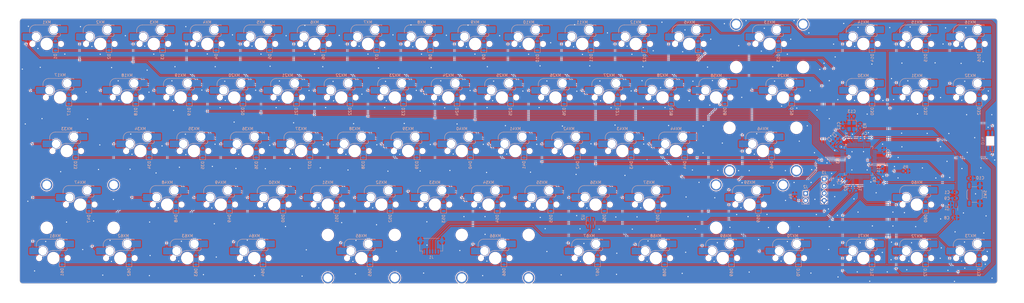
<source format=kicad_pcb>
(kicad_pcb (version 20240108) (generator "pcbnew") (generator_version "8.0")
  (layers (0 "F.Cu" signal) (31 "B.Cu" signal) (34 "B.Paste" user) (35 "F.Paste" user) (36 "B.SilkS" user "B.Silkscreen") (37 "F.SilkS" user "F.Silkscreen") (38 "B.Mask" user) (39 "F.Mask" user) (44 "Edge.Cuts" user))
  (net 0 "")
  (net 1 "+3V3")
  (net 2 "GND")
  (net 3 "+5V")
  (net 4 "/nRESET")
  (net 5 "Net-(U3-VCAP1)")
  (net 6 "/XIN")
  (net 7 "Net-(C13-Pad2)")
  (net 8 "/ROW0")
  (net 9 "Net-(D1-A)")
  (net 10 "/ROW1")
  (net 11 "Net-(D2-A)")
  (net 12 "/ROW2")
  (net 13 "Net-(D3-A)")
  (net 14 "/ROW3")
  (net 15 "Net-(D4-A)")
  (net 16 "/ROW4")
  (net 17 "Net-(D5-A)")
  (net 19 "Net-(D6-A)")
  (net 20 "/LED_SIG")
  (net 21 "Net-(D7-A)")
  (net 22 "/COL0")
  (net 23 "Net-(D8-A)")
  (net 24 "/COL1")
  (net 25 "Net-(D9-A)")
  (net 26 "/COL2")
  (net 27 "Net-(D10-A)")
  (net 28 "/COL3")
  (net 29 "Net-(D11-A)")
  (net 30 "/COL4")
  (net 31 "Net-(D12-A)")
  (net 32 "/COL5")
  (net 33 "Net-(D13-A)")
  (net 34 "/COL6")
  (net 35 "Net-(D14-A)")
  (net 36 "/COL7")
  (net 37 "Net-(D15-A)")
  (net 38 "/COL8")
  (net 39 "Net-(D16-A)")
  (net 40 "/COL9")
  (net 41 "Net-(D17-A)")
  (net 42 "/COL10")
  (net 43 "Net-(D18-A)")
  (net 44 "Net-(U3-PA11)")
  (net 45 "Net-(D19-A)")
  (net 46 "/COL11")
  (net 47 "Net-(D20-A)")
  (net 48 "Net-(D21-A)")
  (net 49 "/COL12")
  (net 50 "Net-(D22-A)")
  (net 51 "Net-(D23-A)")
  (net 52 "/COL13")
  (net 53 "Net-(D24-A)")
  (net 54 "Net-(D25-A)")
  (net 55 "/COL14")
  (net 56 "Net-(D26-A)")
  (net 57 "Net-(D27-A)")
  (net 58 "Net-(D28-A)")
  (net 59 "Net-(D29-A)")
  (net 60 "Net-(D30-A)")
  (net 61 "Net-(D31-A)")
  (net 62 "Net-(D32-A)")
  (net 63 "Net-(D33-A)")
  (net 64 "Net-(D34-A)")
  (net 65 "Net-(D35-A)")
  (net 66 "Net-(D36-A)")
  (net 67 "Net-(D37-A)")
  (net 68 "Net-(D38-A)")
  (net 69 "Net-(D39-A)")
  (net 70 "Net-(D40-A)")
  (net 71 "Net-(D41-A)")
  (net 72 "Net-(D42-A)")
  (net 73 "Net-(D43-A)")
  (net 74 "Net-(D44-A)")
  (net 75 "Net-(D45-A)")
  (net 76 "Net-(D46-A)")
  (net 77 "Net-(D47-A)")
  (net 78 "Net-(D48-A)")
  (net 79 "Net-(D49-A)")
  (net 80 "Net-(D50-A)")
  (net 81 "Net-(D51-A)")
  (net 82 "Net-(D52-A)")
  (net 83 "Net-(D53-A)")
  (net 84 "Net-(D54-A)")
  (net 85 "Net-(D55-A)")
  (net 86 "Net-(D56-A)")
  (net 87 "Net-(D57-A)")
  (net 88 "Net-(D58-A)")
  (net 89 "Net-(D59-A)")
  (net 90 "Net-(D60-A)")
  (net 91 "Net-(D61-A)")
  (net 92 "Net-(D62-A)")
  (net 93 "Net-(D63-A)")
  (net 94 "Net-(D64-A)")
  (net 95 "Net-(D65-A)")
  (net 96 "Net-(D66-A)")
  (net 97 "Net-(D67-A)")
  (net 98 "Net-(D68-A)")
  (net 99 "Net-(D69-A)")
  (net 100 "Net-(D70-A)")
  (net 101 "Net-(D71-A)")
  (net 102 "Net-(D72-A)")
  (net 103 "Net-(D73-A)")
  (net 104 "/USB_D+")
  (net 105 "/USB_D-")
  (net 106 "/SWCLK")
  (net 107 "/SWDIO")
  (net 108 "/BOOT0")
  (net 109 "Net-(U3-PA12)")
  (net 111 "/XOUT")
  (net 116 "/COL15")
  (net 118 "/BOOT1")
  (footprint "PCM_marbastlib-mx:STAB_MX_P_2.75u" (layer "F.Cu") (at 290.03125 147.15)
    (property "Reference" "S3" (hide yes))
    (property "Value" "MX_stab")
  )
  (footprint "PCM_marbastlib-mx:STAB_MX_P_2.25u" (layer "F.Cu") (at 51.90625 147.15)
    (property "Reference" "S4" (hide yes))
    (property "Value" "MX_stab")
  )
  (footprint "PCM_marbastlib-mx:STAB_MX_P_2.75u" (layer "F.Cu") (at 151.91875 166.2 180)
    (property "Reference" "S5" (hide yes))
    (property "Value" "MX_stab")
  )
  (footprint "PCM_marbastlib-mx:STAB_MX_P_2.25u" (layer "F.Cu") (at 199.54375 166.2 180)
    (property "Reference" "S6" (hide yes))
    (property "Value" "MX_stab")
  )
  (footprint "PCM_marbastlib-mx:STAB_MX_P_2u" (layer "F.Cu") (at 297.175 90)
    (property "Reference" "S1" (hide yes))
    (property "Value" "MX_stab")
  )
  (footprint "PCM_marbastlib-mx:STAB_MX_P_2.25u" (layer "F.Cu") (at 294.79375 128.1 180)
    (property "Reference" "S2" (hide yes))
    (property "Value" "MX_stab")
  )
  (footprint "PCM_marbastlib-mx:SW_MX_HS_1u" (layer "B.Cu") (at 125.725 109.05 180)
    (property "Reference" "MX21")
    (property "Value" "MX_SW_HS")
  )
  (footprint "Diode_SMD:D_SOD-123" (layer "B.Cu") (at 116.91375 166.865 90)
    (property "Reference" "D64")
    (property "Value" "D_Small")
  )
  (footprint "PCM_marbastlib-mx:SW_MX_HS_1.5u" (layer "B.Cu") (at 44.7625 109.05 180)
    (property "Reference" "MX17")
    (property "Value" "MX_SW_HS")
  )
  (footprint "Diode_SMD:D_SOD-123" (layer "B.Cu") (at 371.7075 90.665 90)
    (property "Reference" "D16")
    (property "Value" "D_Small")
  )
  (footprint "Capacitor_SMD:C_0603_1608Metric" (layer "B.Cu") (at 337.325 134.35 -90)
    (property "Reference" "C11")
    (property "Value" "100n")
  )
  (footprint "Diode_SMD:D_SOD-123" (layer "B.Cu") (at 307.41375 166.865 90)
    (property "Reference" "D70")
    (property "Value" "D_Small")
  )
  (footprint "Button_Switch_SMD:SW_SPST_TL3342" (layer "B.Cu") (at 370.075 143.575 90)
    (property "Reference" "SW1")
    (property "Value" "SW_Push")
  )
  (footprint "PCM_marbastlib-mx:SW_MX_HS_1u" (layer "B.Cu") (at 78.1 90 180)
    (property "Reference" "MX3")
    (property "Value" "MX_SW_HS")
  )
  (footprint "Diode_SMD:D_SOD-123" (layer "B.Cu") (at 152.6325 128.765 90)
    (property "Reference" "D38")
    (property "Value" "D_Small")
  )
  (footprint "Capacitor_SMD:C_0603_1608Metric" (layer "B.Cu") (at 368.675 137.775)
    (property "Reference" "C10")
    (property "Value" "100n")
  )
  (footprint "PCM_marbastlib-mx:SW_MX_HS_1u" (layer "B.Cu") (at 225.7375 128.1 180)
    (property "Reference" "MX42")
    (property "Value" "MX_SW_HS")
  )
  (footprint "Diode_SMD:D_SOD-123" (layer "B.Cu") (at 185.97 109.715 90)
    (property "Reference" "D24")
    (property "Value" "D_Small")
  )
  (footprint "Diode_SMD:D_SOD-123" (layer "B.Cu") (at 293.12625 147.815 90)
    (property "Reference" "D59")
    (property "Value" "D_Small")
  )
  (footprint "Diode_SMD:D_SOD-123" (layer "B.Cu") (at 209.7825 128.765 90)
    (property "Reference" "D41")
    (property "Value" "D_Small")
  )
  (footprint "Diode_SMD:D_SOD-123" (layer "B.Cu") (at 305.0325 109.715 90)
    (property "Reference" "D29")
    (property "Value" "D_Small")
  )
  (footprint "Connector_PinHeader_2.54mm:PinHeader_1x04_P2.54mm_Vertical" (layer "B.Cu") (at 316.575 138.075 180)
    (property "Reference" "J3")
    (property "Value" "Conn_01x04_Pin")
  )
  (footprint "Diode_SMD:D_SOD-123" (layer "B.Cu") (at 371.7075 109.715 90)
    (property "Reference" "D32")
    (property "Value" "D_Small")
  )
  (footprint "PCM_marbastlib-mx:SW_MX_HS_1.25u" (layer "B.Cu") (at 232.88125 166.2 180)
    (property "Reference" "MX67")
    (property "Value" "MX_SW_HS")
  )
  (footprint "PCM_marbastlib-mx:SW_MX_HS_1u" (layer "B.Cu") (at 168.5875 128.1 180)
    (property "Reference" "MX39")
    (property "Value" "MX_SW_HS")
  )
  (footprint "Resistor_SMD:R_0603_1608Metric" (layer "B.Cu") (at 345.55 135.225 180)
    (property "Reference" "R5")
    (property "Value" "10k")
  )
  (footprint "PCM_marbastlib-mx:SW_MX_HS_1u" (layer "B.Cu") (at 244.7875 128.1 180)
    (property "Reference" "MX43")
    (property "Value" "MX_SW_HS")
  )
  (footprint "Diode_SMD:D_SOD-123" (layer "B.Cu") (at 247.8825 128.765 90)
    (property "Reference" "D43")
    (property "Value" "D_Small")
  )
  (footprint "Diode_SMD:D_SOD-123" (layer "B.Cu") (at 333.6075 166.865 90)
    (property "Reference" "D71")
    (property "Value" "D_Small")
  )
  (footprint "PCM_marbastlib-mx:SW_MX_HS_1u" (layer "B.Cu") (at 220.975 109.05 180)
    (property "Reference" "MX26")
    (property "Value" "MX_SW_HS")
  )
  (footprint "PCM_marbastlib-various:SOT-23-6-routable" (layer "B.Cu") (at 233.475 153.675 -90)
    (property "Reference" "U2")
    (property "Value" "SRV05-4")
  )
  (footprint "PCM_marbastlib-mx:SW_MX_HS_1.5u" (layer "B.Cu") (at 301.9375 109.05 180)
    (property "Reference" "MX29")
    (property "Value" "MX_SW_HS")
  )
  (footprint "PCM_marbastlib-mx:SW_MX_HS_1u" (layer "B.Cu") (at 159.0625 147.15 180)
    (property "Reference" "MX52")
    (property "Value" "MX_SW_HS")
  )
  (footprint "Resistor_SMD:R_0603_1608Metric" (layer "B.Cu") (at 327.9 141.375 90)
    (property "Reference" "R1")
    (property "Value" "0")
  )
  (footprint "Capacitor_SMD:C_0603_1608Metric" (layer "B.Cu") (at 362.975 144.875 180)
    (property "Reference" "C9")
    (property "Value" "1u")
  )
  (footprint "Diode_SMD:D_SOD-123" (layer "B.Cu") (at 352.6575 166.865 90)
    (property "Reference" "D72")
    (property "Value" "D_Small")
  )
  (footprint "PCM_marbastlib-mx:SW_MX_HS_1u" (layer "B.Cu") (at 368.6125 90 180)
    (property "Reference" "MX16")
    (property "Value" "MX_SW_HS")
  )
  (footprint "Diode_SMD:D_SOD-123" (layer "B.Cu") (at 202.63875 166.865 90)
    (property "Reference" "D66")
    (property "Value" "D_Small")
  )
  (footprint "PCM_marbastlib-mx:SW_MX_HS_1u" (layer "B.Cu") (at 349.5625 147.15 180)
    (property "Reference" "MX60")
    (property "Value" "MX_SW_HS")
  )
  (footprint "Package_TO_SOT_SMD:SOT-23-3" (layer "B.Cu") (at 362.525 148.475 -90)
    (property "Reference" "U1")
    (property "Value" "XC6206PxxxMR")
  )
  (footprint "PCM_marbastlib-mx:SW_MX_HS_1.25u" (layer "B.Cu") (at 256.69375 166.2 180)
    (property "Reference" "MX68")
    (property "Value" "MX_SW_HS")
  )
  (footprint "Capacitor_SMD:C_0603_1608Metric" (layer "B.Cu") (at 323.025 137.825 180)
    (property "Reference" "C7")
    (property "Value" "100n")
  )
  (footprint "PCM_marbastlib-mx:SW_MX_HS_1u" (layer "B.Cu") (at 254.3125 147.15 180)
    (property "Reference" "MX57")
    (property "Value" "MX_SW_HS")
  )
  (footprint "Diode_SMD:D_SOD-123" (layer "B.Cu") (at 262.17 109.715 90)
    (property "Reference" "D28")
    (property "Value" "D_Small")
  )
  (footprint "Diode_SMD:D_SOD-123" (layer "B.Cu") (at 283.60125 166.865 90)
    (property "Reference" "D69")
    (property "Value" "D_Small")
  )
  (footprint "Diode_SMD:D_SOD-123" (layer "B.Cu") (at 62.145 90.665 90)
    (property "Reference" "D2")
    (property "Value" "D_Small")
  )
  (footprint "Diode_SMD:D_SOD-123" (layer "B.Cu") (at 352.6575 109.715 90)
    (property "Reference" "D31")
    (property "Value" "D_Small")
  )
  (footprint "Capacitor_SMD:C_0603_1608Metric" (layer "B.Cu") (at 326.3 115.675)
    (property "Reference" "C13")
    (property "Value" "22p")
  )
  (footprint "Capacitor_SMD:C_0603_1608Metric" (layer "B.Cu") (at 321.951992 124.276992 135)
    (property "Reference" "C2")
    (property "Value" "100n")
  )
  (footprint "Diode_SMD:D_SOD-123" (layer "B.Cu") (at 259.78875 166.865 90)
    (property "Reference" "D68")
    (property "Value" "D_Small")
  )
  (footprint "Diode_SMD:D_SOD-123" (layer "B.Cu") (at 93.10125 166.865 90)
    (property "Reference" "D63")
    (property "Value" "D_Small")
  )
  (footprint "Diode_SMD:D_SOD-123" (layer "B.Cu") (at 224.07 109.715 90)
    (property "Reference" "D26")
    (property "Value" "D_Small")
  )
  (footprint "PCM_marbastlib-mx:SW_MX_HS_1u" (layer "B.Cu") (at 290.03125 147.15 180)
    (property "Reference" "MX59")
    (property "Value" "MX_SW_HS")
  )
  (footprint "Diode_SMD:D_SOD-123" (layer "B.Cu") (at 109.77 109.715 90)
    (property "Reference" "D20")
    (property "Value" "D_Small")
  )
  (footprint "Diode_SMD:D_SOD-123" (layer "B.Cu") (at 228.8325 128.765 90)
    (property "Reference" "D42")
    (property "Value" "D_Small")
  )
  (footprint "Capacitor_SMD:C_0603_1608Metric" (layer "B.Cu") (at 330.925 123.325 180)
    (property "Reference" "C4")
    (property "Value" "100n")
  )
  (footprint "PCM_marbastlib-mx:SW_MX_HS_1u" (layer "B.Cu") (at 330.5125 90 180)
    (property "Reference" "MX14")
    (property "Value" "MX_SW_HS")
  )
  (footprint "Diode_SMD:D_SOD-123" (layer "B.Cu") (at 352.6575 90.665 90)
    (property "Reference" "D15")
    (property "Value" "D_Small")
  )
  (footprint "PCM_marbastlib-mx:SW_MX_HS_1u" (layer "B.Cu") (at 268.6 90 180)
    (property "Reference" "MX45")
    (property "Value" "MX_SW_HS")
  )
  (footprint "Capacitor_SMD:C_0603_1608Metric" (layer "B.Cu") (at 323.2 119.175 -90)
    (property "Reference" "C12")
    (property "Value" "22p")
  )
  (footprint "Diode_SMD:D_SOD-123" (layer "B.Cu") (at 195.495 90.665 90)
    (property "Reference" "D9")
    (property "Value" "D_Small")
  )
  (footprint "Diode_SMD:D_SOD-123" (layer "B.Cu") (at 43.095 90.665 90)
    (property "Reference" "D1")
    (property "Value" "D_Small")
  )
  (footprint "Diode_SMD:D_SOD-123" (layer "B.Cu") (at 297.88875 128.765 90)
    (property "Reference" "D46")
    (property "Value" "D_Small")
  )
  (footprint "PCM_marbastlib-mx:SW_MX_HS_1u" (layer "B.Cu") (at 106.675 109.05 180)
    (property "Reference" "MX20")
    (property "Value" "MX_SW_HS")
  )
  (footprint "Diode_SMD:D_SOD-123" (layer "B.Cu") (at 214.545 90.665 90)
    (property "Reference" "D10")
    (property "Value" "D_Small")
  )
  (footprint "Capacitor_SMD:C_0603_1608Metric" (layer "B.Cu") (at 320.254937 125.974049 135)
    (property "Reference" "C3")
    (property "Value" "100n")
  )
  (footprint "Diode_SMD:D_SOD-123" (layer "B.Cu") (at 71.67 109.715 90)
    (property "Reference" "D18")
    (property "Value" "D_Small")
  )
  (footprint "PCM_marbastlib-mx:SW_MX_HS_1u" (layer "B.Cu") (at 135.25 90 180)
    (property "Reference" "MX6")
    (property "Value" "MX_SW_HS")
  )
  (footprint "Diode_SMD:D_SOD-123" (layer "B.Cu") (at 45.47625 166.865 90)
    (property "Reference" "D61")
    (property "Value" "D_Small")
  )
  (footprint "Diode_SMD:D_SOD-123" (layer "B.Cu") (at 166.92 109.715 90)
    (property "Reference" "D23")
    (property "Value" "D_Small")
  )
  (footprint "Diode_SMD:D_SOD-123" (layer "B.Cu") (at 55.00125 147.815 90)
    (property "Reference" "D47")
    (property "Value" "D_Small")
  )
  (footprint "Diode_SMD:D_SOD-123" (layer "B.Cu") (at 81.195 90.665 90)
    (property "Reference" "D3")
    (property "Value" "D_Small")
  )
  (footprint "PCM_marbastlib-mx:SW_MX_HS_1u" (layer "B.Cu") (at 368.6125 109.05 180)
    (property "Reference" "MX32")
    (property "Value" "MX_SW_HS")
  )
  (footprint "Resistor_SMD:R_0603_1608Metric" (layer "B.Cu") (at 329.4 119.175 -90)
    (property "Reference" "R3")
    (property "Value" "1k")
  )
  (footprint "PCM_marbastlib-mx:SW_MX_HS_1u" (layer "B.Cu") (at 151.91875 166.2 180)
    (property "Reference" "MX65")
    (property "Value" "MX_SW_HS")
  )
  (footprint "Diode_SMD:D_SOD-123" (layer "B.Cu") (at 300.27 90.665 90)
    (property "Reference" "D13")
    (property "Value" "D_Small")
  )
  (footprint "Diode_SMD:D_SOD-123" (layer "B.Cu") (at 95.4825 128.765 90)
    (property "Reference" "D35")
    (property "Value" "D_Small")
  )
  (footprint "PCM_marbastlib-mx:SW_MX_HS_1u" (layer "B.Cu") (at 201.925 109.05 180)
    (property "Reference" "MX25")
    (property "Value" "MX_SW_HS")
  )
  (footprint "PCM_marbastlib-mx:SW_MX_HS_1u" (layer "B.Cu") (at 101.9125 147.15 180)
    (property "Reference" "MX49")
    (property "Value" "MX_SW_HS")
  )
  (footprint "PCM_marbastlib-mx:SW_MX_HS_1.25u" (layer "B.Cu") (at 113.81875 166.2 180)
    (property "Reference" "MX64")
    (property "Value" "MX_SW_HS")
  )
  (footprint "Diode_SMD:D_SOD-123" (layer "B.Cu") (at 133.5825 128.765 90)
    (property "Reference" "D37")
    (property "Value" "D_Small")
  )
  (footprint "Diode_SMD:D_SOD-123" (layer "B.Cu") (at 252.645 90.665 90)
    (property "Reference" "D12")
    (property "Value" "D_Small")
  )
  (footprint "PCM_marbastlib-mx:SW_MX_HS_1.25u" (layer "B.Cu") (at 42.38125 166.2 180)
    (property "Reference" "MX61")
    (property "Value" "MX_SW_HS")
  )
  (footprint "PCM_marbastlib-mx:SW_MX_HS_1u" (layer "B.Cu") (at 40 90 180)
    (property "Reference" "MX1")
    (property "Value" "MX_SW_HS")
  )
  (footprint "Diode_SMD:D_SOD-123" (layer "B.Cu") (at 281.22 109.715 90)
    (property "Reference" "D58")
    (property "Value" "D_Small")
  )
  (footprint "PCM_marbastlib-mx:SW_MX_HS_1u" (layer "B.Cu") (at 51.90625 147.15 180)
    (property "Reference" "MX47")
    (property "Value" "MX_SW_HS")
  )
  (footprint "Capacitor_SMD:C_0603_1608Metric" (layer "B.Cu") (at 337.875 128.375 90)
    (property "Reference" "C5")
    (property "Value" "100n")
  )
  (footprint "PCM_marbastlib-mx:SW_MX_HS_1u" (layer "B.Cu") (at 73.3375 128.1 180)
    (property "Reference" "MX34")
    (property "Value" "MX_SW_HS")
  )
  (footprint "Diode_SMD:D_SOD-123" (layer "B.Cu") (at 162.1575 147.815 90)
    (property "Reference" "D52")
    (property "Value" "D_Small")
  )
  (footprint "PCM_marbastlib-mx:SW_MX_HS_1.75u" (layer "B.Cu") (at 47.14375 128.1 180)
    (property "Reference" "MX33")
    (property "Value" "MX_SW_HS")
  )
  (footprint "PCM_marbastlib-mx:SW_MX_HS_1u" (layer "B.Cu") (at 211.45 90 180)
    (property "Reference" "MX10")
    (property "Value" "MX_SW_HS")
  )
  (footprint "Diode_SMD:D_SOD-123" (layer "B.Cu") (at 100.245 90.665 90)
    (property "Reference" "D4")
    (property "Value" "D_Small")
  )
  (footprint "lib-zegonix:SK6812MINI-E_3.2x2.8_reverse_mount" (layer "B.Cu") (at 375.65 124.5 90)
    (property "Reference" "D74")
    (property "Value" "WS2812B")
    (fp_line (start -1.6 -1.45) (end 1.6 -1.45) (stroke (width 0.05)) (layer "Edge.Cuts"))
    (fp_line (start 1.7 -1.35) (end 1.7 1.35) (stroke (width 0.05)) (layer "Edge.Cuts"))
    (fp_line (start -1.7 1.35) (end -1.7 -1.35) (stroke (width 0.05)) (layer "Edge.Cuts"))
    (fp_line (start 1.6 1.45) (end -1.6 1.45) (stroke (width 0.05)) (layer "Edge.Cuts"))
    (fp_arc (start 1.6 -1.45) (mid 1.670711 -1.420711) (end 1.7 -1.35) (stroke (width 0.05)) (layer "Edge.Cuts"))
    (fp_arc (start -1.7 -1.35) (mid -1.670711 -1.420711) (end -1.6 -1.45) (stroke (width 0.05)) (layer "Edge.Cuts"))
    (fp_arc (start 1.7 1.35) (mid 1.670711 1.420711) (end 1.6 1.45) (stroke (width 0.05)) (layer "Edge.Cuts"))
    (fp_arc (start -1.6 1.45) (mid -1.670711 1.420711) (end -1.7 1.35) (stroke (width 0.05)) (layer "Edge.Cuts"))
  )
  (footprint "PCM_marbastlib-mx:SW_MX_HS_1u" (layer "B.Cu") (at 97.15 90 180)
    (property "Reference" "MX4")
    (property "Value" "MX_SW_HS")
  )
  (footprint "Diode_SMD:D_SOD-123" (layer "B.Cu") (at 233.595 90.665 90)
    (property "Reference" "D11")
    (property "Value" "D_Small")
  )
  (footprint "PCM_marbastlib-mx:SW_MX_HS_1.25u" (layer "B.Cu") (at 280.50625 166.2 180)
    (property "Reference" "MX69")
    (property "Value" "MX_SW_HS")
  )
  (footprint "PCM_marbastlib-mx:SW_MX_HS_1u" (layer "B.Cu") (at 163.825 109.05 180)
    (property "Reference" "MX23")
    (property "Value" "MX_SW_HS")
  )
  (footprint "Diode_SMD:D_SOD-123" (layer "B.Cu") (at 257.4075 147.815 90)
    (property "Reference" "D57")
    (property "Value" "D_Small")
  )
  (footprint "PCM_marbastlib-mx:SW_MX_HS_1u" (layer "B.Cu") (at 349.5625 90 180)
    (property "Reference" "MX15")
    (property "Value" "MX_SW_HS")
  )
  (footprint "PCM_marbastlib-mx:SW_MX_HS_1u" (layer "B.Cu") (at 92.3875 128.1 180)
    (property "Reference" "MX35")
    (property "Value" "MX_SW_HS")
  )
  (footprint "PCM_marbastlib-mx:SW_MX_HS_1u" (layer "B.Cu") (at 199.54375 166.2 180)
    (property "Reference" "MX66")
    (property "Value" "MX_SW_HS")
  )
  (footprint "Diode_SMD:D_SOD-123" (layer "B.Cu") (at 371.7075 166.865 90)
    (property "Reference" "D73")
    (property "Value" "D_Small")
  )
  (footprint "PCM_marbastlib-mx:SW_MX_HS_1u" (layer "B.Cu") (at 206.6875 128.1 180)
    (property "Reference" "MX41")
    (property "Value" "MX_SW_HS")
  )
  (footprint "Diode_SMD:D_SOD-123" (layer "B.Cu") (at 69.28875 166.865 90)
    (property "Reference" "D62")
    (property "Value" "D_Small")
  )
  (footprint "PCM_marbastlib-mx:SW_MX_HS_1u" (layer "B.Cu") (at 249.55 90 180)
    (property "Reference" "MX12")
    (property "Value" "MX_SW_HS")
  )
  (footprint "PCM_marbastlib-mx:SW_MX_HS_1u" (layer "B.Cu") (at 192.4 90 180)
    (property "Reference" "MX9")
    (property "Value" "MX_SW_HS")
  )
  (footprint "PCM_marbastlib-mx:SW_MX_HS_1u" (layer "B.Cu") (at 263.8375 128.1 180)
    (property "Reference" "MX44")
    (property "Value" "MX_SW_HS")
  )
  (footprint "PCM_marbastlib-mx:SW_MX_HS_1u" (layer "B.Cu") (at 330.5125 166.2 180)
    (property "Reference" "MX71")
    (property "Value" "MX_SW_HS")
  )
  (footprint "Diode_SMD:D_SOD-123" (layer "B.Cu") (at 333.6075 90.665 90)
    (property "Reference" "D14")
    (property "Value" "D_Small")
  )
  (footprint "Diode_SMD:D_SOD-123" (layer "B.Cu") (at 143.1075 147.815 90)
    (property "Reference" "D51")
    (property "Value" "D_Small")
  )
  (footprint "PCM_marbastlib-mx:SW_MX_HS_1.25u" (layer "B.Cu") (at 90.00625 166.2 180)
    (property "Reference" "MX63")
    (property "Value" "MX_SW_HS")
  )
  (footprint "Diode_SMD:D_SOD-123" (layer "B.Cu") (at 190.7325 128.765 90)
    (property "Reference" "D40")
    (property "Value" "D_Small")
  )
  (footprint "PCM_marbastlib-mx:SW_MX_HS_1u" (layer "B.Cu") (at 278.125 109.05 180)
    (property "Reference" "MX58")
    (property "Value" "MX_SW_HS")
  )
  (footprint "PCM_marbastlib-mx:SW_MX_HS_1u" (layer "B.Cu") (at 297.175 90 180)
    (property "Reference" "MX13")
    (property "Value" "MX_SW_HS")
  )
  (footprint "Diode_SMD:D_SOD-123" (layer "B.Cu") (at 219.3075 147.815 90)
    (property "Reference" "D55")
    (property "Value" "D_Small")
  )
  (footprint "Connector_JST:JST_SH_SM06B-SRSS-TB_1x06-1MP_P1.00mm_Horizontal" (layer "B.Cu") (at 176.78 161.885)
    (property "Reference" "J1")
    (property "Value" "Conn_01x06_MountingPin")
  )
  (footprint "Diode_SMD:D_SOD-123" (layer "B.Cu") (at 47.8575 109.715 90)
    (property "Reference" "D17")
    (property "Value" "D_Small")
  )
  (footprint "PCM_marbastlib-mx:SW_MX_HS_1u" (layer "B.Cu") (at 197.1625 147.15 180)
    (property "Reference" "MX54")
    (property "Value" "MX_SW_HS")
  )
  (footprint "Diode_SMD:D_SOD-123" (layer "B.Cu") (at 85.9575 147.815 90)
    (property "Reference" "D48")
    (property "Value" "D_Small")
  )
  (footprint "Diode_SMD:D_SOD-123" (layer "B.Cu") (at 333.6075 109.715 90)
    (property "Reference" "D30")
    (property "Value" "D_Small")
  )
  (footprint "PCM_marbastlib-mx:SW_MX_HS_1u" (layer "B.Cu") (at 144.775 109.05 180)
    (property "Reference" "MX22")
    (property "Value" "MX_SW_HS")
  )
  (footprint "Diode_SMD:D_SOD-123" (layer "B.Cu") (at 124.0575 147.815 90)
    (property "Reference" "D50")
    (property "Value" "D_Small")
  )
  (footprint "PCM_marbastlib-mx:SW_MX_HS_1u" (layer "B.Cu") (at 59.05 90 180)
    (property "Reference" "MX2")
    (property "Value" "MX_SW_HS")
  )
  (footprint "Diode_SMD:D_SOD-123" (layer "B.Cu") (at 114.5325 128.765 90)
    (property "Reference" "D36")
    (property "Value" "D_Small")
  )
  (footprint "Diode_SMD:D_SOD-123" (layer "B.Cu") (at 235.97625 166.865 90)
    (property "Reference" "D67")
    (property "Value" "D_Small")
  )
  (footprint "PCM_marbastlib-mx:SW_MX_HS_1u" (layer "B.Cu") (at 87.625 109.05 180)
    (property "Reference" "MX19")
    (property "Value" "MX_SW_HS")
  )
  (footprint "Diode_SMD:D_SOD-123" (layer "B.Cu") (at 128.82 109.715 90)
    (property "Reference" "D21")
    (property "Value" "D_Small")
  )
  (footprint "PCM_marbastlib-mx:SW_MX_HS_1u" (layer "B.Cu") (at 149.5375 128.1 180)
    (property "Reference" "MX38")
    (property "Value" "MX_SW_HS")
  )
  (footprint "PCM_marbastlib-mx:SW_MX_HS_1u" (layer "B.Cu") (at 154.3 90 180)
    (property "Reference" "MX7")
    (property "Value" "MX_SW_HS")
  )
  (footprint "Diode_SMD:D_SOD-123" (layer "B.Cu") (at 76.4325 128.765 90)
    (property "Reference" "D34")
    (property "Value" "D_Small")
  )
  (footprint "PCM_marbastlib-mx:SW_MX_HS_1u" (layer "B.Cu") (at 140.0125 147.15 180)
    (property "Reference" "MX51")
    (property "Value" "MX_SW_HS")
  )
  (footprint "PCM_marbastlib-mx:SW_MX_HS_1u" (layer "B.Cu") (at 116.2 90 180)
    (property "Reference" "MX5")
    (property "Value" "MX_SW_HS")
  )
  (footprint "Diode_SMD:D_SOD-123" (layer "B.Cu") (at 157.395 90.665 90)
    (property "Reference" "D7")
    (property "Value" "D_Small")
  )
  (footprint "Crystal:Crystal_SMD_3225-4Pin_3.2x2.5mm" (layer "B.Cu") (at 326.3 119.175 -90)
    (property "Reference" "Y1")
    (property "Value" "12MHz")
  )
  (footprint "PCM_marbastlib-mx:SW_MX_HS_1u" (layer "B.Cu") (at 230.5 90 180)
    (property "Reference" "MX11")
    (property "Value" "MX_SW_HS")
  )
  (footprint "Package_QFP:LQFP-64_10x10mm_P0.5mm" (layer "B.Cu") (at 328.807588 131.588858 -90)
    (property "Reference" "U3")
    (property "Value" "STM32F401RCTx")
  )
  (footprint "Capacitor_SMD:C_0603_1608Metric" (layer "B.Cu") (at 362.975 142.825 180)
    (property "Reference" "C1")
    (property "Value" "10u")
  )
  (footprint "PCM_marbastlib-mx:SW_MX_HS_1u" (layer "B.Cu") (at 349.5625 166.2 180)
    (property "Reference" "MX72")
    (property "Value" "MX_SW_HS")
  )
  (footprint "PCM_marbastlib-mx:SW_MX_HS_1u" (layer "B.Cu") (at 182.875 109.05 180)
    (property "Reference" "MX24")
    (property "Value" "MX_SW_HS")
  )
  (footprint "PCM_marbastlib-mx:SW_MX_HS_1u" (layer "B.Cu") (at 330.5125 109.05 180)
    (property "Reference" "MX30")
    (property "Value" "MX_SW_HS")
  )
  (footprint "Diode_SMD:D_SOD-123" (layer "B.Cu") (at 105.0075 147.815 90)
    (property "Reference" "D49")
    (property "Value" "D_Small")
  )
  (footprint "PCM_marbastlib-mx:SW_MX_HS_1u" (layer "B.Cu") (at 187.6375 128.1 180)
    (property "Reference" "MX40")
    (property "Value" "MX_SW_HS")
  )
  (footprint "Diode_SMD:D_SOD-123" (layer "B.Cu") (at 50.23875 128.765 90)
    (property "Reference" "D33")
    (property "Value" "D_Small")
  )
  (footprint "PCM_marbastlib-mx:SW_MX_HS_1u" (layer "B.Cu") (at 130.4875 128.1 180)
    (property "Reference" "MX37")
    (property "Value" "MX_SW_HS")
  )
  (footprint "Resistor_SMD:R_0603_1608Metric" (layer "B.Cu") (at 325.7 141.375 90)
    (property "Reference" "R2")
    (property "Value" "0")
  )
  (footprint "PCM_marbastlib-mx:SW_MX_HS_1u" (layer "B.Cu") (at 368.6125 166.2 180)
    (property "Reference" "MX73")
    (property "Value" "MX_SW_HS")
  )
  (footprint "PCM_marbastlib-mx:SW_MX_HS_1u" (layer "B.Cu") (at 294.79375 128.1 180)
    (property "Reference" "MX46")
    (property "Value" "MX_SW_HS")
  )
  (footprint "PCM_marbastlib-mx:SW_MX_HS_1u" (layer "B.Cu") (at 82.8625 147.15 180)
    (property "Reference" "MX48")
    (property "Value" "MX_SW_HS")
  )
  (footprint "Diode_SMD:D_SOD-123" (layer "B.Cu") (at 243.12 109.715 90)
    (property "Reference" "D27")
    (property "Value" "D_Small")
  )
  (footprint "Diode_SMD:D_SOD-123" (layer "B.Cu") (at 176.445 90.665 90)
    (property "Reference" "D8")
    (property "Value" "D_Small")
  )
  (footprint "PCM_marbastlib-mx:SW_MX_HS_1u" (layer "B.Cu") (at 240.025 109.05 180)
    (property "Reference" "MX27")
    (property "Value" "MX_SW_HS")
  )
  (footprint "Diode_SMD:D_SOD-123" (layer "B.Cu") (at 138.345 90.665 90)
    (property "Reference" "D6")
    (property "Value" "D_Small")
  )
  (footprint "Resistor_SMD:R_0603_1608Metric" (layer "B.Cu") (at 306.075 144.225 -90)
    (property "Reference" "R4")
    (property "Value" "10k")
  )
  (footprint "Connector_PinHeader_2.54mm:PinHeader_1x02_P2.54mm_Vertical" (layer "B.Cu") (at 309.975 143.175 180)
    (property "Reference" "J2")
    (property "Value" "Conn_01x02_Pin")
  )
  (footprint "Diode_SMD:D_SOD-123" (layer "B.Cu") (at 238.3575 147.815 90)
    (property "Reference" "D56")
    (property "Value" "D_Small")
  )
  (footprint "Diode_SMD:D_SOD-123" (layer "B.Cu") (at 205.02 109.715 90)
    (property "Reference" "D25")
    (property "Value" "D_Small")
  )
  (footprint "Diode_SMD:D_SOD-123" (layer "B.Cu") (at 155.01375 166.865 90)
    (property "Reference" "D65")
    (property "Value" "D_Small")
  )
  (footprint "Diode_SMD:D_SOD-123" (layer "B.Cu") (at 266.9325 128.765 90)
    (property "Reference" "D44")
    (property "Value" "D_Small")
  )
  (footprint "PCM_marbastlib-mx:SW_MX_HS_1u" (layer "B.Cu") (at 178.1125 147.15 180)
    (property "Reference" "MX53")
    (property "Value" "MX_SW_HS")
  )
  (footprint "Diode_SMD:D_SOD-123" (layer "B.Cu") (at 147.87 109.715 90)
    (property "Reference" "D22")
    (property "Value" "D_Small")
  )
  (footprint "Diode_SMD:D_SOD-123" (layer "B.Cu") (at 271.695 90.665 90)
    (property "Reference" "D45")
    (property "Value" "D_Small")
  )
  (footprint "PCM_marbastlib-mx:SW_MX_HS_1.25u" (layer "B.Cu") (at 66.19375 166.2 180)
    (property "Reference" "MX62")
    (property "Value" "MX_SW_HS")
  )
  (footprint "PCM_marbastlib-mx:SW_MX_HS_1u" (layer "B.Cu") (at 216.2125 147.15 180)
    (property "Reference" "MX55")
    (property "Value" "MX_SW_HS")
  )
  (footprint "PCM_marbastlib-mx:SW_MX_HS_1u" (layer "B.Cu") (at 259.075 109.05 180)
    (property "Reference" "MX28")
    (property "Value" "MX_SW_HS")
  )
  (footprint "PCM_marbastlib-mx:SW_MX_HS_1u" (layer "B.Cu") (at 68.575 109.05 180)
    (property "Reference" "MX18")
    (property "Value" "MX_SW_HS")
  )
  (footprint "Diode_SMD:D_SOD-123" (layer "B.Cu") (at 200.2575 147.815 90)
    (property "Reference" "D54")
    (property "Value" "D_Small")
  )
  (footprint "PCM_marbastlib-mx:SW_MX_HS_1u" (layer "B.Cu") (at 173.35 90 180)
    (property "Reference" "MX8")
    (property "Value" "MX_SW_HS")
  )
  (footprint "Diode_SMD:D_SOD-123" (layer "B.Cu") (at 119.295 90.665 90)
    (property "Reference" "D5")
    (property "Value" "D_Small")
  )
  (footprint "PCM_marbastlib-mx:SW_MX_HS_1u" (layer "B.Cu") (at 120.9625 147.15 180)
    (property "Reference" "MX50")
    (property "Value" "MX_SW_HS")
  )
  (footprint "PCM_marbastlib-mx:SW_MX_HS_1u" (layer "B.Cu") (at 111.4375 128.1 180)
    (property "Reference" "MX36")
    (property "Value" "MX_SW_HS")
  )
  (footprint "Diode_SMD:D_SOD-123" (layer "B.Cu") (at 181.2075 147.815 90)
    (property "Reference" "D53")
    (property "Value" "D_Small")
  )
  (footprint "Diode_SMD:D_SOD-123" (layer "B.Cu") (at 352.6575 147.815 90)
    (property "Reference" "D60")
    (property "Value" "D_Small")
  )
  (footprint "Capacitor_SMD:C_0603_1608Metric" (layer "B.Cu") (at 335.9 138.275 -90)
    (property "Reference" "C6")
    (property "Value" "100n")
  )
  (footprint "PCM_marbastlib-mx:SW_MX_HS_1.25u" (layer "B.Cu") (at 304.31875 166.2 180)
    (property "Reference" "MX70")
    (property "Value" "MX_SW_HS")
  )
  (footprint "Diode_SMD:D_SOD-123" (layer "B.Cu") (at 171.6825 128.765 90)
    (property "Reference" "D39")
    (property "Value" "D_Small")
  )
  (footprint "PCM_marbastlib-mx:SW_MX_HS_1u" (layer "B.Cu") (at 235.2625 147.15 180)
    (property "Reference" "MX56")
    (property "Value" "MX_SW_HS")
  )
  (footprint "PCM_marbastlib-mx:SW_MX_HS_1u" (layer "B.Cu") (at 349.5625 109.05 180)
    (property "Reference" "MX31")
    (property "Value" "MX_SW_HS")
  )
  (footprint "Diode_SMD:D_SOD-123" (layer "B.Cu") (at 90.72 109.715 90)
    (property "Reference" "D19")
    (property "Value" "D_Small")
  )
  (footprint "Capacitor_SMD:C_0603_1608Metric" (layer "B.Cu") (at 362.975 151.775)
    (property "Reference" "C8")
    (property "Value" "1u")
  )
  (gr_arc (start 378.15 174.2) (mid 377.857107 174.907107) (end 377.15 175.2) (stroke (width 0.1)) (layer "Edge.Cuts"))
  (gr_arc (start 377.15 81) (mid 377.857107 81.292893) (end 378.15 82) (stroke (width 0.1)) (layer "Edge.Cuts"))
  (gr_line (start 378.15 82) (end 378.15 174.2) (stroke (width 0.1)) (layer "Edge.Cuts"))
  (gr_line (start 377.15 175.2) (end 31.45 175.2) (stroke (width 0.1)) (layer "Edge.Cuts"))
  (gr_line (start 31.45 81) (end 377.15 81) (stroke (width 0.1)) (layer "Edge.Cuts"))
  (gr_arc (start 30.45 82) (mid 30.742893 81.292893) (end 31.45 81) (stroke (width 0.1)) (layer "Edge.Cuts"))
  (gr_arc (start 31.45 175.2) (mid 30.742893 174.907107) (end 30.45 174.2) (stroke (width 0.1)) (layer "Edge.Cuts"))
  (gr_line (start 30.45 174.2) (end 30.45 82) (stroke (width 0.1)) (layer "Edge.Cuts"))
  (segment (start 324.025 123.325) (end 333.375 123.325) (width 0.3) (layer "F.Cu") (net 1))
  (segment (start 324.125 140.375) (end 336.825 140.375) (width 0.3) (layer "F.Cu") (net 1))
  (segment (start 323.505 138.975) (end 322.605 138.075) (width 0.3) (layer "F.Cu") (net 1))
  (segment (start 323.505 139.755) (end 324.125 140.375) (width 0.3) (layer "F.Cu") (net 1))
  (segment (start 323.505 138.975) (end 323.505 139.755) (width 0.3) (layer "F.Cu") (net 1))
  (segment (start 322.605 138.075) (end 316.575 138.075) (width 0.3) (layer "F.Cu") (net 1))
  (segment (start 336.825 140.375) (end 337.875 139.325) (width 0.3) (layer "F.Cu") (net 1))
  (segment (start 375.225 130.525) (end 363.455 130.525) (width 0.3) (layer "F.Cu") (net 1))
  (segment (start 323.55 123.8) (end 324.025 123.325) (width 0.3) (layer "F.Cu") (net 1))
  (segment (start 316.575 138.075) (end 316.525 138.075) (width 0.3) (layer "F.Cu") (net 1))
  (segment (start 376.4 129.35) (end 375.225 130.525) (width 0.3) (layer "F.Cu") (net 1))
  (via (at 376.4 129.35) (size 0.6) (drill 0.3) (layers "F.Cu" "B.Cu") (net 1))
  (via (at 323.505 138.975) (size 0.8) (drill 0.4) (layers "F.Cu" "B.Cu") (net 1))
  (via (at 337.875 139.325) (size 0.8) (drill 0.4) (layers "F.Cu" "B.Cu") (net 1))
  (via (at 363.455 130.525) (size 0.6) (drill 0.3) (layers "F.Cu" "B.Cu") (net 1))
  (via (at 323.55 123.8) (size 0.8) (drill 0.4) (layers "F.Cu" "B.Cu") (net 1))
  (via (at 333.375 123.325) (size 0.8) (drill 0.4) (layers "F.Cu" "B.Cu") (net 1))
  (segment (start 322.525 124.825) (end 323.55 123.8) (width 0.3) (layer "B.Cu") (net 1))
  (segment (start 322.119746 127.838858) (end 323.132588 127.838858) (width 0.3) (layer "B.Cu") (net 1))
  (segment (start 323.505 138.975) (end 323.505 137.825) (width 0.3) (layer "B.Cu") (net 1))
  (segment (start 331.057588 123.967412) (end 331.7 123.325) (width 0.3) (layer "B.Cu") (net 1))
  (segment (start 333.375 123.325) (end 357.925 123.325) (width 0.3) (layer "B.Cu") (net 1))
  (segment (start 322.5 124.825) (end 323.588858 125.913858) (width 0.3) (layer "B.Cu") (net 1))
  (segment (start 322.5 124.825) (end 322.525 124.825) (width 0.3) (layer "B.Cu") (net 1))
  (segment (start 316.575 138.075) (end 315.075 138.075) (width 0.3) (layer "B.Cu") (net 1))
  (segment (start 349.531846 128.855) (end 337.875 128.855) (width 0.3) (layer "B.Cu") (net 1))
  (segment (start 337.875 139.325) (end 337.875 139.235001) (width 0.3) (layer "B.Cu") (net 1))
  (segment (start 337.875 139.325) (end 360.001846 139.325) (width 0.3) (layer "B.Cu") (net 1))
  (segment (start 363.455 128.855) (end 357.805 128.855) (width 0.3) (layer "B.Cu") (net 1))
  (segment (start 363.455 139.325) (end 363.455 130.525) (width 0.3) (layer "B.Cu") (net 1))
  (segment (start 363.455 147.3175) (end 363.455 144.875) (width 0.3) (layer "B.Cu") (net 1))
  (segment (start 363.455 130.525) (end 363.455 128.855) (width 0.3) (layer "B.Cu") (net 1))
  (segment (start 331.7 123.325) (end 333.375 123.325) (width 0.3) (layer "B.Cu") (net 1))
  (segment (start 331.057588 125.913858) (end 331.057588 123.967412) (width 0.3) (layer "B.Cu") (net 1))
  (segment (start 320.802945 126.522057) (end 322.119746 127.838858) (width 0.3) (layer "B.Cu") (net 1))
  (segment (start 337.725 139.325) (end 335.9 137.5) (width 0.3) (layer "B.Cu") (net 1))
  (segment (start 376.4 127.15) (end 376.4 129.35) (width 0.3) (layer "B.Cu") (net 1))
  (segment (start 337.858858 128.838858) (end 337.875 128.855) (width 0.3) (layer "B.Cu") (net 1))
  (segment (start 315.075 138.075) (end 309.975 143.175) (width 0.3) (layer "B.Cu") (net 1))
  (segment (start 357.925 123.325) (end 363.455 128.855) (width 0.3) (layer "B.Cu") (net 1))
  (segment (start 323.588858 125.913858) (end 325.057588 125.913858) (width 0.3) (layer "B.Cu") (net 1))
  (segment (start 334.482588 136.082588) (end 335.9 137.5) (width 0.3) (layer "B.Cu") (net 1))
  (segment (start 334.482588 128.838858) (end 337.858858 128.838858) (width 0.3) (layer "B.Cu") (net 1))
  (segment (start 360.001846 139.325) (end 363.455 139.325) (width 0.3) (layer "B.Cu") (net 1))
  (segment (start 320.802945 126.522057) (end 322.5 124.825) (width 0.3) (layer "B.Cu") (net 1))
  (segment (start 337.875 139.325) (end 337.725 139.325) (width 0.3) (layer "B.Cu") (net 1))
  (segment (start 363.455 144.875) (end 363.455 142.825) (width 0.3) (layer "B.Cu") (net 1))
  (segment (start 324.066142 137.263858) (end 323.505 137.825) (width 0.3) (layer "B.Cu") (net 1))
  (segment (start 363.475 147.3375) (end 363.455 147.3175) (width 0.3) (layer "B.Cu") (net 1))
  (segment (start 363.455 139.325) (end 363.455 142.825) (width 0.3) (layer "B.Cu") (net 1))
  (segment (start 357.805 128.855) (end 349.531846 128.855) (width 0.3) (layer "B.Cu") (net 1))
  (segment (start 334.482588 135.338858) (end 334.482588 136.082588) (width 0.3) (layer "B.Cu") (net 1))
  (segment (start 325.057588 137.263858) (end 324.066142 137.263858) (width 0.3) (layer "B.Cu") (net 1))
  (via (at 233.625 125.525) (size 0.8) (drill 0.4) (layers "F.Cu" "B.Cu") (net 2))
  (via (at 198.625 110.175) (size 0.8) (drill 0.4) (layers "F.Cu" "B.Cu") (net 2))
  (via (at 188.425 151.425) (size 0.8) (drill 0.4) (layers "F.Cu" "B.Cu") (net 2))
  (via (at 358 152.25) (size 0.8) (drill 0.4) (layers "F.Cu" "B.Cu") (net 2))
  (via (at 195.95 157.75) (size 0.8) (drill 0.4) (layers "F.Cu" "B.Cu") (net 2))
  (via (at 146.425 129.275) (size 0.8) (drill 0.4) (layers "F.Cu" "B.Cu") (net 2))
  (via (at 95.75 172.075) (size 0.8) (drill 0.4) (layers "F.Cu" "B.Cu") (net 2))
  (via (at 174.075 171.525) (size 0.8) (drill 0.4) (layers "F.Cu" "B.Cu") (net 2))
  (via (at 103.325 103.275) (size 0.8) (drill 0.4) (layers "F.Cu" "B.Cu") (net 2))
  (via (at 103.525 110.125) (size 0.8) (drill 0.4) (layers "F.Cu" "B.Cu") (net 2))
  (via (at 303.475 93.65) (size 0.8) (drill 0.4) (layers "F.Cu" "B.Cu") (net 2))
  (via (at 311.125 86.075) (size 0.8) (drill 0.4) (layers "F.Cu" "B.Cu") (net 2))
  (via (at 374.9 119.65) (size 0.8) (drill 0.4) (layers "F.Cu" "B.Cu") (net 2))
  (via (at 180.175 103.125) (size 0.8) (drill 0.4) (layers "F.Cu" "B.Cu") (net 2))
  (via (at 196.475 135.725) (size 0.8) (drill 0.4) (layers "F.Cu" "B.Cu") (net 2))
  (via (at 161.375 135.275) (size 0.8) (drill 0.4) (layers "F.Cu" "B.Cu") (net 2))
  (via (at 311.6 106.625) (size 0.8) (drill 0.4) (layers "F.Cu" "B.Cu") (net 2))
  (via (at 175.225 153.275) (size 0.8) (drill 0.4) (layers "F.Cu" "B.Cu") (net 2))
  (via (at 189.325 91.025) (size 0.8) (drill 0.4) (layers "F.Cu" "B.Cu") (net 2))
  (via (at 366.5 160.475) (size 0.8) (drill 0.4) (layers "F.Cu" "B.Cu") (net 2))
  (via (at 228.575 106.825) (size 0.8) (drill 0.4) (layers "F.Cu" "B.Cu") (net 2))
  (via (at 275.075 98.25) (size 0.8) (drill 0.4) (layers "F.Cu" "B.Cu") (net 2))
  (via (at 333.175 139.125) (size 0.8) (drill 0.4) (layers "F.Cu" "B.Cu") (net 2))
  (via (at 59.925 172.25) (size 0.8) (drill 0.4) (layers "F.Cu" "B.Cu") (net 2))
  (via (at 78.9 135.9) (size 0.8) (drill 0.4) (layers "F.Cu" "B.Cu") (net 2))
  (via (at 74.875 90.825) (size 0.8) (drill 0.4) (layers "F.Cu" "B.Cu") (net 2))
  (via (at 98.925 133.575) (size 0.8) (drill 0.4) (layers "F.Cu" "B.Cu") (net 2))
  (via (at 39.625 160.275) (size 0.8) (drill 0.4) (layers "F.Cu" "B.Cu") (net 2))
  (via (at 328.625 149.825) (size 0.8) (drill 0.4) (layers "F.Cu" "B.Cu") (net 2))
  (via (at 127.825 118.05) (size 0.8) (drill 0.4) (layers "F.Cu" "B.Cu") (net 2))
  (via (at 36.875 91.625) (size 0.8) (drill 0.4) (layers "F.Cu" "B.Cu") (net 2))
  (via (at 342.85 137.675) (size 0.8) (drill 0.4) (layers "F.Cu" "B.Cu") (net 2))
  (via (at 363.15 156.85) (size 0.8) (drill 0.4) (layers "F.Cu" "B.Cu") (net 2))
  (via (at 89.325 122.125) (size 0.8) (drill 0.4) (layers "F.Cu" "B.Cu") (net 2))
  (via (at 52 83.85) (size 0.8) (drill 0.4) (layers "F.Cu" "B.Cu") (net 2))
  (via (at 160.825 110.225) (size 0.8) (drill 0.4) (layers "F.Cu" "B.Cu") (net 2))
  (via (at 157.425 125.875) (size 0.8) (drill 0.4) (layers "F.Cu" "B.Cu") (net 2))
  (via (at 313.8 150.7) (size 0.8) (drill 0.4) (layers "F.Cu" "B.Cu") (net 2))
  (via (at 296.225 150.65) (size 0.8) (drill 0.4) (layers "F.Cu" "B.Cu") (net 2))
  (via (at 248.175 93.675) (size 0.8) (drill 0.4) (layers "F.Cu" "B.Cu") (net 2))
  (via (at 286.175 90.625) (size 0.8) (drill 0.4) (layers "F.Cu" "B.Cu") (net 2))
  (via (at 360.275 131.775) (size 0.8) (drill 0.4) (layers "F.Cu" "B.Cu") (net 2))
  (via (at 330.575 128.325) (size 0.8) (drill 0.4) (layers "F.Cu" "B.Cu") (net 2))
  (via (at 63.025 167.375) (size 0.8) (drill 0.4) (layers "F.Cu" "B.Cu") (net 2))
  (via (at 138.2 98.1) (size 0.8) (drill 0.4) (layers "F.Cu" "B.Cu") (net 2))
  (via (at 37.7 98.325) (size 0.8) (drill 0.4) (layers "F.Cu" "B.Cu") (net 2))
  (via (at 190.625 106.575) (size 0.8) (drill 0.4) (layers "F.Cu" "B.Cu") (net 2))
  (via (at 195.075 172.425) (size 0.8) (drill 0.4) (layers "F.Cu" "B.Cu") (net 2))
  (via (at 337.475 137.125) (size 0.8) (drill 0.4) (layers "F.Cu" "B.Cu") (net 2))
  (via (at 196.65 112.625) (size 0.8) (drill 0.4) (layers "F.Cu" "B.Cu") (net 2))
  (via (at 93.925 90.825) (size 0.8) (drill 0.4) (layers "F.Cu" "B.Cu") (net 2))
  (via (at 100.325 165.825) (size 0.8) (drill 0.4) (layers "F.Cu" "B.Cu") (net 2))
  (via (at 275.875 111.775) (size 0.8) (drill 0.4) (layers "F.Cu" "B.Cu") (net 2))
  (via (at 198.975 103.225) (size 0.8) (drill 0.4) (layers "F.Cu" "B.Cu") (net 2))
  (via (at 213.025 148.275) (size 0.8) (drill 0.4) (layers "F.Cu" "B.Cu") (net 2))
  (via (at 164.375 163.775) (size 0.8) (drill 0.4) (layers "F.Cu" "B.Cu") (net 2))
  (via (at 246.475 90.825) (size 0.8) (drill 0.4) (layers "F.Cu" "B.Cu") (net 2))
  (via (at 111.35 159.825) (size 0.8) (drill 0.4) (layers "F.Cu" "B.Cu") (net 2))
  (via (at 341.575 133.6) (size 0.8) (drill 0.4) (layers "F.Cu" "B.Cu") (net 2))
  (via (at 214.325 125.725) (size 0.8) (drill 0.4) (layers "F.Cu" "B.Cu") (net 2))
  (via (at 122.775 103.175) (size 0.8) (drill 0.4) (layers "F.Cu" "B.Cu") (net 2))
  (via (at 259.975 112.625) (size 0.8) (drill 0.4) (layers "F.Cu" "B.Cu") (net 2))
  (via (at 78.075 93.625) (size 0.8) (drill 0.4) (layers "F.Cu" "B.Cu") (net 2))
  (via (at 311.85 171.525) (size 0.8) (drill 0.4) (layers "F.Cu" "B.Cu") (net 2))
  (via (at 345.95 170.35) (size 0.8) (drill 0.4) (layers "F.Cu" "B.Cu") (net 2))
  (via (at 203.625 129.175) (size 0.8) (drill 0.4) (layers "F.Cu" "B.Cu") (net 2))
  (via (at 97.125 93.575) (size 0.8) (drill 0.4) (layers "F.Cu" "B.Cu") (net 2))
  (via (at 38.325 116.575) (size 0.8) (drill 0.4) (layers "F.Cu" "B.Cu") (net 2))
  (via (at 321.3 150.975) (size 0.8) (drill 0.4) (layers "F.Cu" "B.Cu") (net 2))
  (via (at 173.325 93.625) (size 0.8) (drill 0.4) (layers "F.Cu" "B.Cu") (net 2))
  (via (at 87.2 133.875) (size 0.8) (drill 0.4) (layers "F.Cu" "B.Cu") (net 2))
  (via (at 301.275 167.275) (size 0.8) (drill 0.4) (layers "F.Cu" "B.Cu") (net 2))
  (via (at 361.225 137.525) (size 0.8) (drill 0.4) (layers "F.Cu" "B.Cu") (net 2))
  (via (at 258.375 105.575) (size 0.8) (drill 0.4) (layers "F.Cu" "B.Cu") (net 2))
  (via (at 347.175 83.975) (size 0.8) (drill 0.4) (layers "F.Cu" "B.Cu") (net 2))
  (via (at 195.925 151.425) (size 0.8) (drill 0.4) (layers "F.Cu" "B.Cu") (net 2))
  (via (at 176.475 125.775) (size 0.8) (drill 0.4) (layers "F.Cu" "B.Cu") (net 2))
  (via (at 179.775 110.125) (size 0.8) (drill 0.4) (layers "F.Cu" "B.Cu") (net 2))
  (via (at 122.575 110.175) (size 0.8) (drill 0.4) (layers "F.Cu" "B.Cu") (net 2))
  (via (at 318.075 148.725) (size 0.8) (drill 0.4) (layers "F.Cu" "B.Cu") (net 2))
  (via (at 269.7 134.85) (size 0.8) (drill 0.4) (layers "F.Cu" "B.Cu") (net 2))
  (via (at 332.325 121.575) (size 0.8) (drill 0.4) (layers "F.Cu" "B.Cu") (net 2))
  (via (at 335.075 142.95) (size 0.8) (drill 0.4) (layers "F.Cu" "B.Cu") (net 2))
  (via (at 253.575 131.175) (size 0.6) (drill 0.3) (layers "F.Cu" "B.Cu") (net 2))
  (via (at 374.175 151.175) (size 0.8) (drill 0.4) (layers "F.Cu" "B.Cu") (net 2))
  (via (at 160.525 103.325) (size 0.8) (drill 0.4) (layers "F.Cu" "B.Cu") (net 2))
  (via (at 293.275 159.6) (size 0.8) (drill 0.4) (layers "F.Cu" "B.Cu") (net 2))
  (via (at 339.025 171.1) (size 0.8) (drill 0.4) (layers "F.Cu" "B.Cu") (net 2))
  (via (at 125.175 87.075) (size 0.8) (drill 0.4) (layers "F.Cu" "B.Cu") (net 2))
  (via (at 358.875 90.025) (size 0.8) (drill 0.4) (layers "F.Cu" "B.Cu") (net 2))
  (via (at 291.725 129.225) (size 0.8) (drill 0.4) (layers "F.Cu" "B.Cu") (net 2))
  (via (at 267.3 164.125) (size 0.8) (drill 0.4) (layers "F.Cu" "B.Cu") (net 2))
  (via (at 366.125 150.125) (size 0.8) (drill 0.4) (layers "F.Cu" "B.Cu") (net 2))
  (via (at 89.475 83.85) (size 0.8) (drill 0.4) (layers "F.Cu" "B.Cu") (net 2))
  (via (at 376.2 115.175) (size 0.8) (drill 0.4) (layers "F.Cu" "B.Cu") (net 2))
  (via (at 152.125 107.875) (size 0.8) (drill 0.4) (layers "F.Cu" "B.Cu") (net 2))
  (via (at 315 99.075) (size 0.8) (drill 0.4) (layers "F.Cu" "B.Cu") (net 2))
  (via (at 130.85 172.6) (size 0.8) (drill 0.4) (layers "F.Cu" "B.Cu") (net 2))
  (via (at 370.425 143.325) (size 0.8) (drill 0.4) (layers "F.Cu" "B.Cu") (net 2))
  (via (at 340.525 160.525) (size 0.8) (drill 0.4) (layers "F.Cu" "B.Cu") (net 2))
  (via (at 267.05 85) (size 0.8) (drill 0.4) (layers "F.Cu" "B.Cu") (net 2))
  (via (at 149.175 118.375) (size 0.8) (drill 0.4) (layers "F.Cu" "B.Cu") (net 2))
  (via (at 240.775 112.675) (size 0.8) (drill 0.4) (layers "F.Cu" "B.Cu") (net 2))
  (via (at 223.025 172.15) (size 0.8) (drill 0.4) (layers "F.Cu" "B.Cu") (net 2))
  (via (at 222.775 129.225) (size 0.8) (drill 0.4) (layers "F.Cu" "B.Cu") (net 2))
  (via (at 126.625 134.3) (size 0.8) (drill 0.4) (layers "F.Cu" "B.Cu") (net 2))
  (via (at 305.875 81.675) (size 0.8) (drill 0.4) (layers "F.Cu" "B.Cu") (net 2))
  (via (at 260.825 129.225) (size 0.8) (drill 0.4) (layers "F.Cu" "B.Cu") (net 2))
  (via (at 302.825 145.675) (size 0.8) (drill 0.4) (layers "F.Cu" "B.Cu") (net 2))
  (via (at 113.925 172.425) (size 0.8) (drill 0.4) (layers "F.Cu" "B.Cu") (net 2))
  (via (at 373.35 157.275) (size 0.8) (drill 0.4) (layers "F.Cu" "B.Cu") (net 2))
  (via (at 195.325 125.725) (size 0.8) (drill 0.4) (layers "F.Cu" "B.Cu") (net 2))
  (via (at 157.325 154.325) (size 0.8) (drill 0.4) (layers "F.Cu" "B.Cu") (net 2))
  (via (at 320.025 140.225) (size 0.8) (drill 0.4) (layers "F.Cu" "B.Cu") (net 2))
  (via (at 110.825 167.375) (size 0.8) (drill 0.4) (layers "F.Cu" "B.Cu") (net 2))
  (via (at 69.65 134.575) (size 0.8) (drill 0.4) (layers "F.Cu" "B.Cu") (net 2))
  (via (at 346.675 167.325) (size 0.8) (drill 0.4) (layers "F.Cu" "B.Cu") (net 2))
  (via (at 278.575 160.7) (size 0.8) (drill 0.4) (layers "F.Cu" "B.Cu") (net 2))
  (via (at 76.525 172.425) (size 0.8) (drill 0.4) (layers "F.Cu" "B.Cu") (net 2))
  (via (at 288.775 81.725) (size 0.8) (drill 0.4) (layers "F.Cu" "B.Cu") (net 2))
  (via (at 211.425 93.675) (size 0.8) (drill 0.4) (layers "F.Cu" "B.Cu") (net 2))
  (via (at 228.525 151.075) (size 0.8) (drill 0.4) (layers "F.Cu" "B.Cu") (net 2))
  (via (at 54.55 116.75) (size 0.8) (drill 0.4) (layers "F.Cu" "B.Cu") (net 2))
  (via (at 117.675 148.225) (size 0.8) (drill 0.4) (layers "F.Cu" "B.Cu") (net 2))
  (via (at 331.875 134.825) (size 0.8) (drill 0.4) (layers "F.Cu" "B.Cu") (net 2))
  (via (at 54.025 107.125) (size 0.8) (drill 0.4) (layers "F.Cu" "B.Cu") (net 2))
  (via (at 76.775 165.275) (size 0.8) (drill 0.4) (layers "F.Cu" "B.Cu") (net 2))
  (via (at 142.025 110.225) (size 0.8) (drill 0.4) (layers "F.Cu" "B.Cu") (net 2))
  (via (at 252.225 112.625) (size 0.8) (drill 0.4) (layers "F.Cu" "B.Cu") (net 2))
  (via (at 106.675 117.8) (size 0.8) (drill 0.4) (layers "F.Cu" "B.Cu") (net 2))
  (via (at 366.975 84.225) (size 0.8) (drill 0.4) (layers "F.Cu" "B.Cu") (net 2))
  (via (at 376.3 173.325) (size 0.8) (drill 0.4) (layers "F.Cu" "B.Cu") (net 2))
  (via (at 276.225 88.325) (size 0.8) (drill 0.4) (layers "F.Cu" "B.Cu") (net 2))
  (via (at 182.175 86.925) (size 0.8) (drill 0.4) (layers "F.Cu" "B.Cu") (net 2))
  (via (at 194.075 148.225) (size 0.8) (drill 0.4) (layers "F.Cu" "B.Cu") (net 2))
  (via (at 155.975 148.275) (size 0.8) (drill 0.4) (layers "F.Cu" "B.Cu") (net 2))
  (via (at 333.55 97.175) (size 0.8) (drill 0.4) (layers "F.Cu" "B.Cu") (net 2))
  (via (at 346.325 103.125) (size 0.8) (drill 0.4) (layers "F.Cu" "B.Cu") (net 2))
  (via (at 62.525 159.9) (size 0.8) (drill 0.4) (layers "F.Cu" "B.Cu") (net 2))
  (via (at 70.325 129.275) (size 0.8) (drill 0.4) (layers "F.Cu" "B.Cu") (net 2))
  (via (at 349.125 155) (size 0.8) (drill 0.4) (layers "F.Cu" "B.Cu") (net 2))
  (via (at 357.975 109.075) (size 0.8) (drill 0.4) (layers "F.Cu" "B.Cu") (net 2))
  (via (at 150 159.9) (size 0.8) (drill 0.4) (layers "F.Cu" "B.Cu") (net 2))
  (via (at 326.475 128.35) (size 0.8) (drill 0.4) (layers "F.Cu" "B.Cu") (net 2))
  (via (at 87.9 160.2) (size 0.8) (drill 0.4) (layers "F.Cu" "B.Cu") (net 2))
  (via (at 357.975 126.55) (size 0.8) (drill 0.4) (layers "F.Cu" "B.Cu") (net 2))
  (via (at 84.525 103.125) (size 0.8) (drill 0.4) (layers "F.Cu" "B.Cu") (net 2))
  (via (at 320.325 144.325) (size 0.8) (drill 0.4) (layers "F.Cu" "B.Cu") (net 2))
  (via (at 346.475 110.175) (size 0.8) (drill 0.4) (layers "F.Cu" "B.Cu") (net 2))
  (via (at 76.375 107.175) (size 0.8) (drill 0.4) (layers "F.Cu" "B.Cu") (net 2))
  (via (at 372.3 134.1) (size 0.8) (drill 0.4) (layers "F.Cu" "B.Cu") (net 2))
  (via (at 141.875 103.325) (size 0.8) (drill 0.4) (layers "F.Cu" "B.Cu") (net 2))
  (via (at 81.025 126.275) (size 0.8) (drill 0.4) (layers "F.Cu" "B.Cu") (net 2))
  (via (at 313.125 128.7) (size 0.8) (drill 0.4) (layers "F.Cu" "B.Cu") (net 2))
  (via (at 349.775 114.9) (size 0.8) (drill 0.4) (layers "F.Cu" "B.Cu") (net 2))
  (via (at 286.125 135.075) (size 0.8) (drill 0.4) (layers "F.Cu" "B.Cu") (net 2))
  (via (at 333.725 154.75) (size 0.8) (drill 0.4) (layers "F.Cu" "B.Cu") (net 2))
  (via (at 230.575 93.725) (size 0.8) (drill 0.4) (layers "F.Cu" "B.Cu") (net 2))
  (via (at 327.175 145.125) (size 0.8) (drill 0.4) (layers "F.Cu" "B.Cu") (net 2))
  (via (at 321.5 172.9) (size 0.8) (drill 0.4) (layers "F.Cu" "B.Cu") (net 2))
  (via (at 248.325 155.9) (size 0.8) (drill 0.4) (layers "F.Cu" "B.Cu") (net 2))
  (via (at 203.175 119.075) (size 0.8) (drill 0.4) (layers "F.Cu" "B.Cu") (net 2))
  (via (at 296.75 155.325) (size 0.8) (drill 0.4) (layers "F.Cu" "B.Cu") (net 2))
  (via (at 305.875 139.275) (size 0.8) (drill 0.4) (layers "F.Cu" "B.Cu") (net 2))
  (via (at 217.925 103.175) (size 0.8) (drill 0.4) (layers "F.Cu" "B.Cu") (net 2))
  (via (at 170.225 91.025) (size 0.8) (drill 0.4) (layers "F.Cu" "B.Cu") (net 2))
  (via (at 358.25 162.55) (size 0.8) (drill 0.4) (layers "F.Cu" "B.Cu") (net 2))
  (via (at 229.725 155.775) (size 0.8) (drill 0.4) (layers "F.Cu" "B.Cu") (net 2))
  (via (at 273.475 128.775) (size 0.8) (drill 0.4) (layers "F.Cu" "B.Cu") (net 2))
  (via (at 127.375 129.275) (size 0.8) (drill 0.4) (layers "F.Cu" "B.Cu") (net 2))
  (via (at 301.425 112.125) (size 0.8) (drill 0.4) (layers "F.Cu" "B.Cu") (net 2))
  (via (at 298.925 103.225) (size 0.8) (drill 0.4) (layers "F.Cu" "B.Cu") (net 2))
  (via (at 119.325 126.075) (size 0.8) (drill 0.4) (layers "F.Cu" "B.Cu") (net 2))
  (via (at 252.375 125.625) (size 0.8) (drill 0.4) (layers "F.Cu" "B.Cu") (net 2))
  (via (at 304.675 88.325) (size 0.8) (drill 0.4) (layers "F.Cu" "B.Cu") (net 2))
  (via (at 327.325 167.275) (size 0.8) (drill 0.4) (layers "F.Cu" "B.Cu") (net 2))
  (via (at 227.425 91.025) (size 0.8) (drill 0.4) (layers "F.Cu" "B.Cu") (net 2))
  (via (at 192.325 93.625) (size 0.8) (drill 0.4) (layers "F.Cu" "B.Cu") (net 2))
  (via (at 138.425 125.875) (size 0.8) (drill 0.4) (layers "F.Cu" "B.Cu") (net 2))
  (via (at 106.075 86.775) (size 0.8) (drill 0.4) (layers "F.Cu" "B.Cu") (net 2))
  (via (at 314.025 113.55) (size 0.8) (drill 0.4) (layers "F.Cu" "B.Cu") (net 2))
  (via (at 277.65 144.725) (size 0.8) (drill 0.4) (layers "F.Cu" "B.Cu") (net 2))
  (via (at 151.125 90.825) (size 0.8) (drill 0.4) (layers "F.Cu" "B.Cu") (net 2))
  (via (at 176.775 98.425) (size 0.8) (drill 0.4) (layers "F.Cu" "B.Cu") (net 2))
  (via (at 337.35 125.65) (size 0.8) (drill 0.4) (layers "F.Cu" "B.Cu") (net 2))
  (via (at 256.025 110.175) (size 0.8) (drill 0.4) (layers "F.Cu" "B.Cu") (net 2))
  (via (at 370.125 123.35) (size 0.8) (drill 0.4) (layers "F.Cu" "B.Cu") (net 2))
  (via (at 231.1 160.975) (size 0.8) (drill 0.4) (layers "F.Cu" "B.Cu") (net 2))
  (via (at 52.8 163.15) (size 0.8) (drill 0.4) (layers "F.Cu" "B.Cu") (net 2))
  (via (at 183.425 135.025) (size 0.8) (drill 0.4) (layers "F.Cu" "B.Cu") (net 2))
  (via (at 353.225 121.825) (size 0.8) (drill 0.4) (layers "F.Cu" "B.Cu") (net 2))
  (via (at 217.325 155.725) (size 0.8) (drill 0.4) (layers "F.Cu" "B.Cu") (net 2))
  (via (at 327.425 90.925) (size 0.8) (drill 0.4) (layers "F.Cu" "B.Cu") (net 2))
  (via (at 229.875 167.375) (size 0.8) (drill 0.4) (layers "F.Cu" "B.Cu") (net 2))
  (via (at 67.975 87.075) (size 0.8) (drill 0.4) (layers "F.Cu" "B.Cu") (net 2))
  (via (at 310.575 119.125) (size 0.8) (drill 0.4) (layers "F.Cu" "B.Cu") (net 2))
  (via (at 245.7 136.775) (size 0.8) (drill 0.4) (layers "F.Cu" "B.Cu") (net 2))
  (via (at 266.075 171.625) (size 0.8) (drill 0.4) (layers "F.Cu" "B.Cu") (net 2))
  (via (at 47.05 153.375) (size 0.8) (drill 0.4) (layers "F.Cu" "B.Cu") (net 2))
  (via (at 365.3 96.925) (size 0.8) (drill 0.4) (layers "F.Cu" "B.Cu") (net 2))
  (via (at 318.425 155) (size 0.8) (drill 0.4) (layers "F.Cu" "B.Cu") (net 2))
  (via (at 46.425 93.625) (size 0.8) (drill 0.4) (layers "F.Cu" "B.Cu") (net 2))
  (via (at 306.825 112.825) (size 0.8) (drill 0.4) (layers "F.Cu" "B.Cu") (net 2))
  (via (at 286.975 148.225) (size 0.8) (drill 0.4) (layers "F.Cu" "B.Cu") (net 2))
  (via (at 374.975 106.725) (size 0.8) (drill 0.4) (layers "F.Cu" "B.Cu") (net 2))
  (via (at 237.025 110.225) (size 0.8) (drill 0.4) (layers "F.Cu" "B.Cu") (net 2))
  (via (at 131.825 83.425) (size 0.8) (drill 0.4) (layers "F.Cu" "B.Cu") (net 2))
  (via (at 149.825 171.8) (size 0.8) (drill 0.4) (layers "F.Cu" "B.Cu") (net 2))
  (via (at 273.525 119.225) (size 0.8) (drill 0.4) (layers "F.Cu" "B.Cu") (net 2))
  (via (at 63.075 98.425) (size 0.8) (drill 0.4) (layers "F.Cu" "B.Cu") (net 2))
  (via (at 84.725 110.225) (size 0.8) (drill 0.4) (layers "F.Cu" "B.Cu") (net 2))
  (via (at 374.6 163.825) (size 0.8) (drill 0.4) (layers "F.Cu" "B.Cu") (net 2))
  (via (at 251.775 103.075) (size 0.8) (drill 0.4) (layers "F.Cu" "B.Cu") (net 2))
  (via (at 31.325 98.975) (size 0.8) (drill 0.4) (layers "F.Cu" "B.Cu") (net 2))
  (via (at 212.1 135.625) (size 0.8) (drill 0.4) (layers "F.Cu" "B.Cu") (net 2))
  (via (at 373.9 168.375) (size 0.8) (drill 0.4) (layers "F.Cu" "B.Cu") (net 2))
  (via (at 360.925 121.875) (size 0.8) (drill 0.4) (layers "F.Cu" "B.Cu") (net 2))
  (via (at 117.775 134.375) (size 0.8) (drill 0.4) (layers "F.Cu" "B.Cu") (net 2))
  (via (at 58.425 134.675) (size 0.8) (drill 0.4) (layers "F.Cu" "B.Cu") (net 2))
  (via (at 56.075 90.925) (size 0.8) (drill 0.4) (layers "F.Cu" "B.Cu") (net 2))
  (via (at 148.925 167.375) (size 0.8) (drill 0.4) (layers "F.Cu" "B.Cu") (net 2))
  (via (at 316.525 96.875) (size 0.8) (drill 0.4) (layers "F.Cu" "B.Cu") (net 2))
  (via (at 33.275 145.975) (size 0.8) (drill 0.4) (layers "F.Cu" "B.Cu") (net 2))
  (via (at 56.675 153) (size 0.8) (drill 0.4) (layers "F.Cu" "B.Cu") (net 2))
  (via (at 289.9 171.175) (size 0.8) (drill 0.4) (layers "F.Cu" "B.Cu") (net 2))
  (via (at 326.625 122.15) (size 0.8) (drill 0.4) (layers "F.Cu" "B.Cu") (net 2))
  (via (at 318.4 103.075) (size 0.8) (drill 0.4) (layers "F.Cu" "B.Cu") (net 2))
  (via (at 345.125 150.025) (size 0.8) (drill 0.4) (layers "F.Cu" "B.Cu") (net 2))
  (via (at 132.075 90.825) (size 0.8) (drill 0.4) (layers "F.Cu" "B.Cu") (net 2))
  (via (at 232.175 148.375) (size 0.8) (drill 0.4) (layers "F.Cu" "B.Cu") (net 2))
  (via (at 280.35 125.275) (size 0.8) (drill 0.4) (layers "F.Cu" "B.Cu") (net 2))
  (via (at 365.575 134.325) (size 0.8) (drill 0.4) (layers "F.Cu" "B.Cu") (net 2))
  (via (at 239.475 86.075) (size 0.8) (drill 0.4) (layers "F.Cu" "B.Cu") (net 2))
  (via (at 337.475 110.125) (size 0.8) (drill 0.4) (layers "F.Cu" "B.Cu") (net 2))
  (via (at 121.625 112.65) (size 0.8) (drill 0.4) (layers "F.Cu" "B.Cu") (net 2))
  (via (at 287.375 139.375) (size 0.8) (drill 0.4) (layers "F.Cu" "B.Cu") (net 2))
  (via (at 287.25 109) (size 0.8) (drill 0.4) (layers "F.Cu" "B.Cu") (net 2))
  (via (at 228.325 136.425) (size 0.8) (drill 0.4) (layers "F.Cu" "B.Cu") (net 2))
  (via (at 318.9 122.725) (size 0.8) (drill 0.4) (layers "F.Cu" "B.Cu") (net 2))
  (via (at 277.425 167.325) (size 0.8) (drill 0.4) (layers "F.Cu" "B.Cu") (net 2))
  (via (at 328.35 171.1) (size 0.8) (drill 0.4) (layers "F.Cu" "B.Cu") (net 2))
  (via (at 360.6 170.55) (size 0.8) (drill 0.4) (layers "F.Cu" "B.Cu") (net 2))
  (via (at 85.625 98.1) (size 0.8) (drill 0.4) (layers "F.Cu" "B.Cu") (net 2))
  (via (at 266.225 92.775) (size 0.8) (drill 0.4) (layers "F.Cu" "B.Cu") (net 2))
  (via (at 133.325 106.575) (size 0.8) (drill 0.4) (layers "F.Cu" "B.Cu") (net 2))
  (via (at 215.575 151.725) (size 0.8) (drill 0.4) (layers "F.Cu" "B.Cu") (net 2))
  (via (at 33.475 83.725) (size 0.8) (drill 0.4) (layers "F.Cu" "B.Cu") (net 2))
  (via (at 233.175 97.8) (size 0.8) (drill 0.4) (layers "F.Cu" "B.Cu") (net 2))
  (via (at 99.625 153.975) (size 0.8) (drill 0.4) (layers "F.Cu" "B.Cu") (net 2))
  (via (at 344.225 96.825) (size 0.8) (drill 0.4) (layers "F.Cu" "B.Cu") (net 2))
  (via (at 322.675 126.625) (size 0.8) (drill 0.4) (layers "F.Cu" "B.Cu") (net 2))
  (via (at 331.875 114.975) (size 0.8) (drill 0.4) (layers "F.Cu" "B.Cu") (net 2))
  (via (at 342.9 130.4) (size 0.8) (drill 0.4) (layers "F.Cu" "B.Cu") (net 2))
  (via (at 278.75 135) (size 0.8) (drill 0.4) (layers "F.Cu" "B.Cu") (net 2))
  (via (at 344.225 126.6) (size 0.8) (drill 0.4) (layers "F.Cu" "B.Cu") (net 2))
  (via (at 268.55 110.15) (size 0.8) (drill 0.4) (layers "F.Cu" "B.Cu") (net 2))
  (via (at 69.875 122.075) (size 0.8) (drill 0.4) (layers "F.Cu" "B.Cu") (net 2))
  (via (at 293.375 131.175) (size 0.6) (drill 0.3) (layers "F.Cu" "B.Cu") (net 2))
  (via (at 175.275 161.575) (size 0.8) (drill 0.4) (layers "F.Cu" "B.Cu") (net 2))
  (via (at 227.8 83.15) (size 0.8) (drill 0.4) (layers "F.Cu" "B.Cu") (net 2))
  (via (at 201.125 87.075) (size 0.8) (drill 0.4) (layers "F.Cu" "B.Cu") (net 2))
  (via (at 44.95 135.45) (size 0.8) (drill 0.4) (layers "F.Cu" "B.Cu") (net 2))
  (via (at 223.45 119.225) (size 0.8) (drill 0.4) (layers "F.Cu" "B.Cu") (net 2))
  (via (at 269.875 103.275) (size 0.8) (drill 0.4) (layers "F.Cu" "B.Cu") (net 2))
  (via (at 209.375 106.775) (size 0.8) (drill 0.4) (layers "F.Cu" "B.Cu") (net 2))
  (via (at 328.625 84.125) (size 0.8) (drill 0.4) (layers "F.Cu" "B.Cu") (net 2))
  (via (at 307.6 154.975) (size 0.8) (drill 0.4) (layers "F.Cu" "B.Cu") (net 2))
  (via (at 119.475 97.95) (size 0.8) (drill 0.4) (layers "F.Cu" "B.Cu") (net 2))
  (via (at 289.925 135.075) (size 0.8) (drill 0.4) (layers "F.Cu" "B.Cu") (net 2))
  (via (at 319.225 136.075) (size 0.8) (drill 0.4) (layers "F.Cu" "B.Cu") (net 2))
  (via (at 144.075 86.975) (size 0.8) (drill 0.4) (layers "F.Cu" "B.Cu") (net 2))
  (via (at 242.45 151.575) (size 0.8) (drill 0.4) (layers "F.Cu" "B.Cu") (net 2))
  (via (at 312.125 134.725) (size 0.8) (drill 0.4) (layers "F.Cu" "B.Cu") (net 2))
  (via (at 236.525 155.925) (size 0.8) (drill 0.4) (layers "F.Cu" "B.Cu") (net 2))
  (via (at 132.35 163.25) (size 0.8) (drill 0.4) (layers "F.Cu" "B.Cu") (net 2))
  (via (at 114.325 106.475) (size 0.8) (drill 0.4) (layers "F.Cu" "B.Cu") (net 2))
  (via (at 167.2 118.3) (size 0.8) (drill 0.4) (layers "F.Cu" "B.Cu") (net 2))
  (via (at 136.775 148.325) (size 0.8) (drill 0.4) (layers "F.Cu" "B.Cu") (net 2))
  (via (at 99.95 98.1) (size 0.8) (drill 0.4) (layers "F.Cu" "B.Cu") (net 2))
  (via (at 283.05 155.25) (size 0.8) (drill 0.4) (layers "F.Cu" "B.Cu") (net 2))
  (via (at 332.775 174.425) (size 0.8) (drill 0.4) (layers "F.Cu" "B.Cu") (net 2))
  (via (at 294.225 92.575) (size 0.8) (drill 0.4) (layers "F.Cu" "B.Cu") (net 2))
  (via (at 59.025 93.675) (size 0.8) (drill 0.4) (layers "F.Cu" "B.Cu") (net 2))
  (via (at 99.875 125.675) (size 0.8) (drill 0.4) (layers "F.Cu" "B.Cu") (net 2))
  (via (at 107.3 134.3) (size 0.8) (drill 0.4) (layers "F.Cu" "B.Cu") (net 2))
  (via (at 377.225 131.3) (size 0.8) (drill 0.4) (layers "F.Cu" "B.Cu") (net 2))
  (via (at 219.275 89.575) (size 0.8) (drill 0.4) (layers "F.Cu" "B.Cu") (net 2))
  (via (at 247.925 106.725) (size 0.8) (drill 0.4) (layers "F.Cu" "B.Cu") (net 2))
  (via (at 317.575 132.325) (size 0.8) (drill 0.4) (layers "F.Cu" "B.Cu") (net 2))
  (via (at 163.175 86.775) (size 0.8) (drill 0.4) (layers "F.Cu" "B.Cu") (net 2))
  (via (at 75.725 99.325) (size 0.8) (drill 0.4) (layers "F.Cu" "B.Cu") (net 2))
  (via (at 253.575 167.325) (size 0.8) (drill 0.4) (layers "F.Cu" "B.Cu") (net 2))
  (via (at 154.275 93.625) (size 0.8) (drill 0.4) (layers "F.Cu" "B.Cu") (net 2))
  (via (at 359.75 84.3) (size 0.8) (drill 0.4) (layers "F.Cu" "B.Cu") (net 2))
  (via (at 366.6 169.75) (size 0.8) (drill 0.4) (layers "F.Cu" "B.Cu") (net 2))
  (via (at 86.925 167.275) (size 0.8) (drill 0.4) (layers "F.Cu" "B.Cu") (net 2))
  (via (at 365.475 167.275) (size 0.8) (drill 0.4) (layers "F.Cu" "B.Cu") (net 2))
  (via (at 196.75 98.1) (size 0.8) (drill 0.4) (layers "F.Cu" "B.Cu") (net 2))
  (via (at 58.875 125.925) (size 0.8) (drill 0.4) (layers "F.Cu" "B.Cu") (net 2))
  (via (at 208.375 90.975) (size 0.8) (drill 0.4) (layers "F.Cu" "B.Cu") (net 2))
  (via (at 215.5 97.8) (size 0.8) (drill 0.4) (layers "F.Cu" "B.Cu") (net 2))
  (via (at 313.275 145.275) (size 0.8) (drill 0.4) (layers "F.Cu" "B.Cu") (net 2))
  (via (at 184.625 129.175) (size 0.8) (drill 0.4) (layers "F.Cu" "B.Cu") (net 2))
  (via (at 321.425 109.825) (size 0.8) (drill 0.4) (layers "F.Cu" "B.Cu") (net 2))
  (via (at 63.725 145.35) (size 0.8) (drill 0.4) (layers "F.Cu" "B.Cu") (net 2))
  (via (at 303.475 160.3) (size 0.8) (drill 0.4) (layers "F.Cu" "B.Cu") (net 2))
  (via (at 341.025 154.775) (size 0.8) (drill 0.4) (layers "F.Cu" "B.Cu") (net 2))
  (via (at 217.975 110.275) (size 0.8) (drill 0.4) (layers "F.Cu" "B.Cu") (net 2))
  (via (at 253.9 160.075) (size 0.8) (drill 0.4) (layers "F.Cu" "B.Cu") (net 2))
  (via (at 174.975 148.175) (size 0.8) (drill 0.4) (layers "F.Cu" "B.Cu") (net 2))
  (via (at 65.675 110.125) (size 0.8) (drill 0.4) (layers "F.Cu" "B.Cu") (net 2))
  (via (at 242.175 118.875) (size 0.8) (drill 0.4) (layers "F.Cu" "B.Cu") (net 2))
  (via (at 346.525 91.075) (size 0.8) (drill 0.4) (layers "F.Cu" "B.Cu") (net 2))
  (via (at 85.125 113.65) (size 0.8) (drill 0.4) (layers "F.Cu" "B.Cu") (net 2))
  (via (at 323.525 82.725) (size 0.8) (drill 0.4) (layers "F.Cu" "B.Cu") (net 2))
  (via (at 139.225 112.625) (size 0.8) (drill 0.4) (layers "F.Cu" "B.Cu") (net 2))
  (via (at 189.875 83.325) (size 0.8) (drill 0.4) (layers "F.Cu" "B.Cu") (net 2))
  (via (at 285.45 150.7) (size 0.8) (drill 0.4) (layers "F.Cu" "B.Cu") (net 2))
  (via (at 252.075 98.1) (size 0.8) (drill 0.4) (layers "F.Cu" "B.Cu") (net 2))
  (via (at 367.475 128.6) (size 0.8) (drill 0.4) (layers "F.Cu" "B.Cu") (net 2))
  (via (at 95.175 106.425) (size 0.8) (drill 0.4) (layers "F.Cu" "B.Cu") (net 2))
  (via (at 242.7 171.975) (size 0.8) (drill 0.4) (layers "F.Cu" "B.Cu") (net 2))
  (via (at 367.25 115.175) (size 0.8) (drill 0.4) (layers "F.Cu" "B.Cu") (net 2))
  (via (at 366.575 103.275) (size 0.8) (drill 0.4) (layers "F.Cu" "B.Cu") (net 2))
  (via (at 251.325 148.275) (size 0.8) (drill 0.4) (layers "F.Cu" "B.Cu") (net 2))
  (via (at 351.525 134.125) (size 0.8) (drill 0.4) (layers "F.Cu" "B.Cu") (net 2))
  (via (at 292.575 121.925) (size 0.8) (drill 0.4) (layers "F.Cu" "B.Cu") (net 2))
  (via (at 32.375 118.475) (size 0.8) (drill 0.4) (layers "F.Cu" "B.Cu") (net 2))
  (via (at 268.15 151.425) (size 0.8) (drill 0.4) (layers "F.Cu" "B.Cu") (net 2))
  (via (at 124.95 154.95) (size 0.8) (drill 0.4) (layers "F.Cu" "B.Cu") (net 2))
  (via (at 344.125 121.75) (size 0.8) (drill 0.4) (layers "F.Cu" "B.Cu") (net 2))
  (via (at 357.875 166.25) (size 0.8) (drill 0.4) (layers "F.Cu" "B.Cu") (net 2))
  (via (at 356.05 96.725) (size 0.8) (drill 0.4) (layers "F.Cu" "B.Cu") (net 2))
  (via (at 307.725 124.6) (size 0.8) (drill 0.4) (layers "F.Cu" "B.Cu") (net 2))
  (via (at 186.95 163.5) (size 0.8) (drill 0.4) (layers "F.Cu" "B.Cu") (net 2))
  (via (at 169.575 83.25) (size 0.8) (drill 0.4) (layers "F.Cu" "B.Cu") (net 2))
  (via (at 340.375 166.775) (size 0.8) (drill 0.4) (layers "F.Cu" "B.Cu") (net 2))
  (via (at 258.85 82.275) (size 0.8) (drill 0.4) (layers "F.Cu" "B.Cu") (net 2))
  (via (at 76.6 153.375) (size 0.8) (drill 0.4) (layers "F.Cu" "B.Cu") (net 2))
  (via (at 326.425 134.825) (size 0.8) (drill 0.4) (layers "F.Cu" "B.Cu") (net 2))
  (via (at 171.475 106.525) (size 0.8) (drill 0.4) (layers "F.Cu" "B.Cu") (net 2))
  (via (at 311.925 139.275) (size 0.8) (drill 0.4) (layers "F.Cu" "B.Cu") (net 2))
  (via (at 373.15 96.3) (size 0.8) (drill 0.4) (layers "F.Cu" "B.Cu") (net 2))
  (via (at 217.925 163.85) (size 0.8) (drill 0.4) (layers "F.Cu" "B.Cu") (net 2))
  (via (at 365.525 110.075) (size 0.8) (drill 0.4) (layers "F.Cu" "B.Cu") (net 2))
  (via (at 242.8 164.475) (size 0.8) (drill 0.4) (layers "F.Cu" "B.Cu") (net 2))
  (via (at 298.475 139.425) (size 0.8) (drill 0.4) (layers "F.Cu" "B.Cu") (net 2))
  (via (at 270.775 155.85) (size 0.8) (drill 0.4) (layers "F.Cu" "B.Cu") (net 2))
  (via (at 98.725 148.325) (size 0.8) (drill 0.4) (layers "F.Cu" "B.Cu") (net 2))
  (via (at 339.9 84.2) (size 0.8) (drill 0.4) (layers "F.Cu" "B.Cu") (net 2))
  (via (at 215.175 112.625) (size 0.8) (drill 0.4) (layers "F.Cu" "B.Cu") (net 2))
  (via (at 236.775 103.175) (size 0.8) (drill 0.4) (layers "F.Cu" "B.Cu") (net 2))
  (via (at 108.275 129.275) (size 0.8) (drill 0.4) (layers "F.Cu" "B.Cu") (net 2))
  (via (at 318.4 116.6) (size 0.8) (drill 0.4) (layers "F.Cu" "B.Cu") (net 2))
  (via (at 158.025 98.575) (size 0.8) (drill 0.4) (layers "F.Cu" "B.Cu") (net 2))
  (via (at 172.85 135.2) (size 0.8) (drill 0.4) (layers "F.Cu" "B.Cu") (net 2))
  (via (at 318.2 163.15) (size 0.8) (drill 0.4) (layers "F.Cu" "B.Cu") (net 2))
  (via (at 320.5 94.625) (size 0.8) (drill 0.4) (layers "F.Cu" "B.Cu") (net 2))
  (via (at 341.275 109.775) (size 0.8) (drill 0.4) (layers "F.Cu" "B.Cu") (net 2))
  (via (at 365.575 91.025) (size 0.8) (drill 0.4) (layers "F.Cu" "B.Cu") (net 2))
  (via (at 319.925 90.075) (size 0.8) (drill 0.4) (layers "F.Cu" "B.Cu") (net 2))
  (via (at 181.575 112.7) (size 0.8) (drill 0.4) (layers "F.Cu" "B.Cu") (net 2))
  (via (at 356.3 137.7) (size 0.8) (drill 0.4) (layers "F.Cu" "B.Cu") (net 2))
  (via (at 135.275 93.625) (size 0.8) (drill 0.4) (layers "F.Cu" "B.Cu") (net 2))
  (via (at 272.05 139.25) (size 0.8) (drill 0.4) (layers "F.Cu" "B.Cu") (net 2))
  (via (at 327.375 110.125) (size 0.8) (drill 0.4) (layers "F.Cu" "B.Cu") (net 2))
  (via (at 165.575 129.275) (size 0.8) (drill 0.4) (layers "F.Cu" "B.Cu") (net 2))
  (via (at 147.175 134.85) (size 0.8) (drill 0.4) (layers "F.Cu" "B.Cu") (net 2))
  (via (at 65.425 103.125) (size 0.8) (drill 0.4) (layers "F.Cu" "B.Cu") (net 2))
  (via (at 276.825 103.025) (size 0.8) (drill 0.4) (layers "F.Cu" "B.Cu") (net 2))
  (via (at 337.25 164.175) (size 0.8) (drill 0.4) (layers "F.Cu" "B.Cu") (net 2))
  (via (at 295.275 84.425) (size 0.8) (drill 0.4) (layers "F.Cu" "B.Cu") (net 2))
  (via (at 298.25 98.1) (size 0.8) (drill 0.4) (layers "F.Cu" "B.Cu") (net 2))
  (via (at 281.075 82.8) (size 0.8) (drill 0.4) (layers "F.Cu" "B.Cu") (net 2))
  (via (at 329.375 160.725) (size 0.8) (drill 0.4) (layers "F.Cu" "B.Cu") (net 2))
  (via (at 35.675 170.75) (size 0.8) (drill 0.4) (layers "F.Cu" "B.Cu") (net 2))
  (via (at 116.225 93.625) (size 0.8) (drill 0.4) (layers "F.Cu" "B.Cu") (net 2))
  (via (at 137.325 134.075) (size 0.8) (drill 0.4) (layers "F.Cu" "B.Cu") (net 2))
  (via (at 79.675 148.325) (size 0.8) (drill 0.4) (layers "F.Cu" "B.Cu") (net 2))
  (via (at 362.925 174.475) (size 0.8) (drill 0.4) (layers "F.Cu" "B.Cu") (net 2))
  (via (at 113.025 90.825) (size 0.8) (drill 0.4) (layers "F.Cu" "B.Cu") (net 2))
  (via (at 267.45 144.45) (size 0.8) (drill 0.4) (layers "F.Cu" "B.Cu") (net 2))
  (via (at 185.975 118.475) (size 0.8) (drill 0.4) (layers "F.Cu" "B.Cu") (net 2))
  (via (at 341.025 149.825) (size 0.8) (drill 0.4) (layers "F.Cu" "B.Cu") (net 2))
  (via (at 144.925 153.575) (size 0.8) (drill 0.4) (layers "F.Cu" "B.Cu") (net 2))
  (via (at 340.525 102.325) (size 0.8) (drill 0.4) (layers "F.Cu" "B.Cu") (net 2))
  (via (at 320.325 127.875) (size 0.8) (drill 0.4) (layers "F.Cu" "B.Cu") (net 2))
  (via (at 302.775 135.075) (size 0.8) (drill 0.4) (layers "F.Cu" "B.Cu") (net 2))
  (via (at 255.775 92.425) (size 0.8) (drill 0.4) (layers "F.Cu" "B.Cu") (net 2))
  (via (at 261.225 119.025) (size 0.8) (drill 0.4) (layers "F.Cu" "B.Cu") (net 2))
  (via (at 196.575 167.275) (size 0.8) (drill 0.4) (layers "F.Cu" "B.Cu") (net 2))
  (via (at 250 151.525) (size 0.8) (drill 0.4) (layers "F.Cu" "B.Cu") (net 2))
  (via (at 160.225 112.625) (size 0.8) (drill 0.4) (layers "F.Cu" "B.Cu") (net 2))
  (via (at 101.675 112.65) (size 0.8) (drill 0.4) (layers "F.Cu" "B.Cu") (net 2))
  (via (at 347.65 160.725) (size 0.8) (drill 0.4) (layers "F.Cu" "B.Cu") (net 2))
  (via (at 89.475 129.375) (size 0.8) (drill 0.4) (layers "F.Cu" "B.Cu") (net 2))
  (segment (start 337.038858 134.838858) (end 334.482588 134.838858) (width 0.3) (layer "B.Cu") (net 2))
  (segment (start 330.557588 123.732588) (end 330.15 123.325) (width 0.3) (layer "B.Cu") (net 2))
  (segment (start 175.28 163.885) (end 175.28 163.56) (width 0.3) (layer "B.Cu") (net 2))
  (segment (start 326.463858 128.338858) (end 326.475 128.35) (width 0.3) (layer "B.Cu") (net 2))
  (segment (start 334.482588 128.338858) (end 337.384296 128.338858) (width 0.3) (layer "B.Cu") (net 2))
  (segment (start 325.525 115.675) (end 325.525 118) (width 0.2) (layer "B.Cu") (net 2))
  (segment (start 326.425 134.825) (end 325.557588 135.692412) (width 0.3) (layer "B.Cu") (net 2))
  (segment (start 325.525 118) (end 325.45 118.075) (width 0.2) (layer "B.Cu") (net 2))
  (segment (start 337.384296 128.338858) (end 337.828154 127.895) (width 0.3) (layer "B.Cu") (net 2))
  (segment (start 337.828154 127.895) (end 337.875 127.895) (width 0.3) (layer "B.Cu") (net 2))
  (segment (start 337.325 135.125) (end 337.038858 134.838858) (width 0.3) (layer "B.Cu") (net 2))
  (segment (start 374.9 119.65) (end 374.9 121.85) (width 0.2) (layer "B.Cu") (net 2))
  (segment (start 331.875 134.825) (end 331.888858 134.838858) (width 0.3) (layer "B.Cu") (net 2))
  (segment (start 323.132588 128.338858) (end 322.254468 128.338858) (width 0.3) (layer "B.Cu") (net 2))
  (segment (start 330.575 128.325) (end 330.557588 128.307588) (width 0.3) (layer "B.Cu") (net 2))
  (segment (start 175.275 161.575) (end 175.275 163.88) (width 0.3) (layer "B.Cu") (net 2))
  (segment (start 330.557588 125.913858) (end 330.557588 123.732588) (width 0.3) (layer "B.Cu") (net 2))
  (segment (start 323.2 118.4) (end 325.125 118.4) (width 0.2) (layer "B.Cu") (net 2))
  (segment (start 330.557588 128.307588) (end 330.557588 125.913858) (width 0.3) (layer "B.Cu") (net 2))
  (segment (start 323.132588 128.338858) (end 326.463858 128.338858) (width 0.3) (layer "B.Cu") (net 2))
  (segment (start 331.888858 134.838858) (end 334.482588 134.838858) (width 0.3) (layer "B.Cu") (net 2))
  (segment (start 325.557588 135.692412) (end 325.557588 137.263858) (width 0.3) (layer "B.Cu") (net 2))
  (segment (start 325.125 118.4) (end 325.45 118.075) (width 0.2) (layer "B.Cu") (net 2))
  (segment (start 175.275 163.88) (end 175.28 163.885) (width 0.3) (layer "B.Cu") (net 2))
  (segment (start 178.28 159.945) (end 183.575 154.65) (width 0.3) (layer "B.Cu") (net 3))
  (segment (start 216.325 158.025) (end 232.075 158.025) (width 0.3) (layer "B.Cu") (net 3))
  (segment (start 362.525 149.6125) (end 362.525 152.275) (width 0.3) (layer "B.Cu") (net 3))
  (segment (start 212.95 154.65) (end 216.325 158.025) (width 0.3) (layer "B.Cu") (net 3))
  (segment (start 233.475 156.625) (end 232.075 158.025) (width 0.3) (layer "B.Cu") (net 3))
  (segment (start 183.575 154.65) (end 212.95 154.65) (width 0.3) (layer "B.Cu") (net 3))
  (segment (start 233.475 154.85) (end 233.475 156.625) (width 0.3) (layer "B.Cu") (net 3))
  (segment (start 356.775 158.025) (end 232.075 158.025) (width 0.3) (layer "B.Cu") (net 3))
  (segment (start 178.28 163.885) (end 178.28 159.945) (width 0.3) (layer "B.Cu") (net 3))
  (segment (start 362.525 152.275) (end 356.775 158.025) (width 0.3) (layer "B.Cu") (net 3))
  (segment (start 368.175 140.425) (end 368.175 137.795) (width 0.2) (layer "B.Cu") (net 4))
  (segment (start 355.411396 120.175) (end 331.05 120.175) (width 0.2) (layer "B.Cu") (net 4))
  (segment (start 328.057588 123.167412) (end 328.057588 125.913858) (width 0.2) (layer "B.Cu") (net 4))
  (segment (start 368.195 137.775) (end 368.195 132.958604) (width 0.2) (layer "B.Cu") (net 4))
  (segment (start 368.175 137.795) (end 368.195 137.775) (width 0.2) (layer "B.Cu") (net 4))
  (segment (start 368.195 132.958604) (end 355.411396 120.175) (width 0.2) (layer "B.Cu") (net 4))
  (segment (start 331.05 120.175) (end 328.057588 123.167412) (width 0.2) (layer "B.Cu") (net 4))
  (segment (start 368.175 140.425) (end 368.175 146.725) (width 0.2) (layer "B.Cu") (net 4))
  (segment (start 334.482588 134.338858) (end 336.561142 134.338858) (width 0.3) (layer "B.Cu") (net 5))
  (segment (start 336.561142 134.338858) (end 337.325 133.575) (width 0.3) (layer "B.Cu") (net 5))
  (segment (start 325.45 123.1) (end 327.057588 124.707588) (width 0.2) (layer "B.Cu") (net 6))
  (segment (start 325.45 120.275) (end 325.125 119.95) (width 0.2) (layer "B.Cu") (net 6))
  (segment (start 327.057588 124.707588) (end 327.057588 125.913858) (width 0.2) (layer "B.Cu") (net 6))
  (segment (start 325.45 120.275) (end 325.45 123.1) (width 0.2) (layer "B.Cu") (net 6))
  (segment (start 325.125 119.95) (end 323.2 119.95) (width 0.2) (layer "B.Cu") (net 6))
  (segment (start 327.15 118.075) (end 327.425 118.35) (width 0.2) (layer "B.Cu") (net 7))
  (segment (start 327.075 118) (end 327.15 118.075) (width 0.2) (layer "B.Cu") (net 7))
  (segment (start 327.075 115.675) (end 327.075 118) (width 0.2) (layer "B.Cu") (net 7))
  (segment (start 327.425 118.35) (end 329.4 118.35) (width 0.2) (layer "B.Cu") (net 7))
  (segment (start 339.075 109.875) (end 339.075 129.875) (width 0.2) (layer "F.Cu") (net 8))
  (via (at 339.075 109.875) (size 0.6) (drill 0.3) (layers "F.Cu" "B.Cu") (net 8))
  (via (at 339.075 129.875) (size 0.6) (drill 0.3) (layers "F.Cu" "B.Cu") (net 8))
  (segment (start 338.611142 130.338858) (end 334.482588 130.338858) (width 0.2) (layer "B.Cu") (net 8))
  (segment (start 81.2239 92.3439) (end 100.2161 92.3439) (width 0.2) (layer "B.Cu") (net 8))
  (segment (start 100.245 92.315) (end 100.2739 92.3439) (width 0.2) (layer "B.Cu") (net 8))
  (segment (start 100.2161 92.3439) (end 100.245 92.315) (width 0.2) (layer "B.Cu") (net 8))
  (segment (start 233.6239 92.3439) (end 252.6161 92.3439) (width 0.2) (layer "B.Cu") (net 8))
  (segment (start 138.3161 92.3439) (end 138.345 92.315) (width 0.2) (layer "B.Cu") (net 8))
  (segment (start 252.6161 92.3439) (end 252.645 92.315) (width 0.2) (layer "B.Cu") (net 8))
  (segment (start 81.1661 92.3439) (end 81.195 92.315) (width 0.2) (layer "B.Cu") (net 8))
  (segment (start 333.6364 92.3439) (end 339.575 92.3439) (width 0.2) (layer "B.Cu") (net 8))
  (segment (start 214.545 92.315) (end 214.5739 92.3439) (width 0.2) (layer "B.Cu") (net 8))
  (segment (start 157.395 92.315) (end 157.4239 92.3439) (width 0.2) (layer "B.Cu") (net 8))
  (segment (start 62.1739 92.3439) (end 81.1661 92.3439) (width 0.2) (layer "B.Cu") (net 8))
  (segment (start 138.3739 92.3439) (end 157.3661 92.3439) (width 0.2) (layer "B.Cu") (net 8))
  (segment (start 157.3661 92.3439) (end 157.395 92.315) (width 0.2) (layer "B.Cu") (net 8))
  (segment (start 62.145 92.315) (end 62.1739 92.3439) (width 0.2) (layer "B.Cu") (net 8))
  (segment (start 371.6786 92.3439) (end 371.7075 92.315) (width 0.2) (layer "B.Cu") (net 8))
  (segment (start 100.2739 92.3439) (end 119.2661 92.3439) (width 0.2) (layer "B.Cu") (net 8))
  (segment (start 43.1239 92.3439) (end 62.1161 92.3439) (width 0.2) (layer "B.Cu") (net 8))
  (segment (start 176.445 92.315) (end 176.4739 92.3439) (width 0.2) (layer "B.Cu") (net 8))
  (segment (start 62.1161 92.3439) (end 62.145 92.315) (width 0.2) (layer "B.Cu") (net 8))
  (segment (start 43.095 92.315) (end 43.1239 92.3439) (width 0.2) (layer "B.Cu") (net 8))
  (segment (start 138.345 92.315) (end 138.3739 92.3439) (width 0.2) (layer "B.Cu") (net 8))
  (segment (start 339.075 129.875) (end 338.611142 130.338858) (width 0.2) (layer "B.Cu") (net 8))
  (segment (start 300.2989 92.3439) (end 333.5786 92.3439) (width 0.2) (layer "B.Cu") (net 8))
  (segment (start 339.575 92.3439) (end 352.6286 92.3439) (width 0.2) (layer "B.Cu") (net 8))
  (segment (start 119.295 92.315) (end 119.3239 92.3439) (width 0.2) (layer "B.Cu") (net 8))
  (segment (start 176.4739 92.3439) (end 195.4661 92.3439) (width 0.2) (layer "B.Cu") (net 8))
  (segment (start 195.495 92.315) (end 195.5239 92.3439) (width 0.2) (layer "B.Cu") (net 8))
  (segment (start 233.595 92.315) (end 233.6239 92.3439) (width 0.2) (layer "B.Cu") (net 8))
  (segment (start 300.27 92.315) (end 300.2989 92.3439) (width 0.2) (layer "B.Cu") (net 8))
  (segment (start 214.5739 92.3439) (end 233.5661 92.3439) (width 0.2) (layer "B.Cu") (net 8))
  (segment (start 298.31 94.275) (end 300.27 92.315) (width 0.2) (layer "B.Cu") (net 8))
  (segment (start 254.605 94.275) (end 298.31 94.275) (width 0.2) (layer "B.Cu") (net 8))
  (segment (start 352.6575 92.315) (end 352.6864 92.3439) (width 0.2) (layer "B.Cu") (net 8))
  (segment (start 252.645 92.315) (end 254.605 94.275) (width 0.2) (layer "B.Cu") (net 8))
  (segment (start 339.075 92.3439) (end 339.075 109.875) (width 0.2) (layer "B.Cu") (net 8))
  (segment (start 233.5661 92.3439) (end 233.595 92.315) (width 0.2) (layer "B.Cu") (net 8))
  (segment (start 333.6075 92.315) (end 333.6364 92.3439) (width 0.2) (layer "B.Cu") (net 8))
  (segment (start 195.5239 92.3439) (end 214.5161 92.3439) (width 0.2) (layer "B.Cu") (net 8))
  (segment (start 333.5786 92.3439) (end 333.6075 92.315) (width 0.2) (layer "B.Cu") (net 8))
  (segment (start 352.6286 92.3439) (end 352.6575 92.315) (width 0.2) (layer "B.Cu") (net 8))
  (segment (start 81.195 92.315) (end 81.2239 92.3439) (width 0.2) (layer "B.Cu") (net 8))
  (segment (start 352.6864 92.3439) (end 371.6786 92.3439) (width 0.2) (layer "B.Cu") (net 8))
  (segment (start 157.4239 92.3439) (end 176.4161 92.3439) (width 0.2) (layer "B.Cu") (net 8))
  (segment (start 119.2661 92.3439) (end 119.295 92.315) (width 0.2) (layer "B.Cu") (net 8))
  (segment (start 214.5161 92.3439) (end 214.545 92.315) (width 0.2) (layer "B.Cu") (net 8))
  (segment (start 176.4161 92.3439) (end 176.445 92.315) (width 0.2) (layer "B.Cu") (net 8))
  (segment (start 119.3239 92.3439) (end 138.3161 92.3439) (width 0.2) (layer "B.Cu") (net 8))
  (segment (start 195.4661 92.3439) (end 195.495 92.315) (width 0.2) (layer "B.Cu") (net 8))
  (segment (start 46.09 84.92) (end 43.095 87.915) (width 0.2) (layer "B.Cu") (net 9))
  (segment (start 43.095 87.915) (end 43.095 89.015) (width 0.2) (layer "B.Cu") (net 9))
  (segment (start 339.975 112.825) (end 339.975 129.875) (width 0.2) (layer "F.Cu") (net 10))
  (via (at 339.975 129.875) (size 0.6) (drill 0.3) (layers "F.Cu" "B.Cu") (net 10))
  (via (at 339.975 112.825) (size 0.6) (drill 0.3) (layers "F.Cu" "B.Cu") (net 10))
  (segment (start 243.0911 111.3939) (end 224.0989 111.3939) (width 0.2) (layer "B.Cu") (net 10))
  (segment (start 147.8989 111.3939) (end 147.87 111.365) (width 0.2) (layer "B.Cu") (net 10))
  (segment (start 205.02 111.365) (end 204.9911 111.3939) (width 0.2) (layer "B.Cu") (net 10))
  (segment (start 352.6864 111.3939) (end 352.6575 111.365) (width 0.2) (layer "B.Cu") (net 10))
  (segment (start 147.8411 111.3939) (end 128.8489 111.3939) (width 0.2) (layer "B.Cu") (net 10))
  (segment (start 205.0489 111.3939) (end 205.02 111.365) (width 0.2) (layer "B.Cu") (net 10))
  (segment (start 224.0989 111.3939) (end 224.07 111.365) (width 0.2) (layer "B.Cu") (net 10))
  (segment (start 371.6786 111.3939) (end 352.6864 111.3939) (width 0.2) (layer "B.Cu") (net 10))
  (segment (start 185.9411 111.3939) (end 166.9489 111.3939) (width 0.2) (layer "B.Cu") (net 10))
  (segment (start 333.6364 111.3939) (end 333.6075 111.365) (width 0.2) (layer "B.Cu") (net 10))
  (segment (start 352.6575 111.365) (end 352.6286 111.3939) (width 0.2) (layer "B.Cu") (net 10))
  (segment (start 71.6411 111.3939) (end 47.8864 111.3939) (width 0.2) (layer "B.Cu") (net 10))
  (segment (start 305.0325 111.365) (end 303.0225 113.375) (width 0.2) (layer "B.Cu") (net 10))
  (segment (start 71.67 111.365) (end 71.6411 111.3939) (width 0.2) (layer "B.Cu") (net 10))
  (segment (start 185.9989 111.3939) (end 185.97 111.365) (width 0.2) (layer "B.Cu") (net 10))
  (segment (start 303.0225 113.375) (end 264.18 113.375) (width 0.2) (layer "B.Cu") (net 10))
  (segment (start 166.8911 111.3939) (end 147.8989 111.3939) (width 0.2) (layer "B.Cu") (net 10))
  (segment (start 333.5786 111.3939) (end 305.0614 111.3939) (width 0.2) (layer "B.Cu") (net 10))
  (segment (start 262.1411 111.3939) (end 243.1489 111.3939) (width 0.2) (layer "B.Cu") (net 10))
  (segment (start 109.77 111.365) (end 109.7411 111.3939) (width 0.2) (layer "B.Cu") (net 10))
  (segment (start 166.92 111.365) (end 166.8911 111.3939) (width 0.2) (layer "B.Cu") (net 10))
  (segment (start 47.8864 111.3939) (end 47.8575 111.365) (width 0.2) (layer "B.Cu") (net 10))
  (segment (start 352.6286 111.3939) (end 339.975 111.3939) (width 0.2) (layer "B.Cu") (net 10))
  (segment (start 339.011142 130.838858) (end 334.482588 130.838858) (width 0.2) (layer "B.Cu") (net 10))
  (segment (start 224.0411 111.3939) (end 205.0489 111.3939) (width 0.2) (layer "B.Cu") (net 10))
  (segment (start 90.7489 111.3939) (end 90.72 111.365) (width 0.2) (layer "B.Cu") (net 10))
  (segment (start 224.07 111.365) (end 224.0411 111.3939) (width 0.2) (layer "B.Cu") (net 10))
  (segment (start 262.17 111.365) (end 262.1411 111.3939) (width 0.2) (layer "B.Cu") (net 10))
  (segment (start 90.72 111.365) (end 90.6911 111.3939) (width 0.2) (layer "B.Cu") (net 10))
  (segment (start 128.82 111.365) (end 128.7911 111.3939) (width 0.2) (layer "B.Cu") (net 10))
  (segment (start 185.97 111.365) (end 185.9411 111.3939) (width 0.2) (layer "B.Cu") (net 10))
  (segment (start 109.7411 111.3939) (end 90.7489 111.3939) (width 0.2) (layer "B.Cu") (net 10))
  (segment (start 243.1489 111.3939) (end 243.12 111.365) (width 0.2) (layer "B.Cu") (net 10))
  (segment (start 339.975 111.3939) (end 333.6364 111.3939) (width 0.2) (layer "B.Cu") (net 10))
  (segment (start 339.975 129.875) (end 339.011142 130.838858) (width 0.2) (layer "B.Cu") (net 10))
  (segment (start 90.6911 111.3939) (end 71.6989 111.3939) (width 0.2) (layer "B.Cu") (net 10))
  (segment (start 128.8489 111.3939) (end 128.82 111.365) (width 0.2) (layer "B.Cu") (net 10))
  (segment (start 128.7911 111.3939) (end 109.7989 111.3939) (width 0.2) (layer "B.Cu") (net 10))
  (segment (start 305.0614 111.3939) (end 305.0325 111.365) (width 0.2) (layer "B.Cu") (net 10))
  (segment (start 147.87 111.365) (end 147.8411 111.3939) (width 0.2) (layer "B.Cu") (net 10))
  (segment (start 371.7075 111.365) (end 371.6786 111.3939) (width 0.2) (layer "B.Cu") (net 10))
  (segment (start 71.6989 111.3939) (end 71.67 111.365) (width 0.2) (layer "B.Cu") (net 10))
  (segment (start 109.7989 111.3939) (end 109.77 111.365) (width 0.2) (layer "B.Cu") (net 10))
  (segment (start 204.9911 111.3939) (end 185.9989 111.3939) (width 0.2) (layer "B.Cu") (net 10))
  (segment (start 166.9489 111.3939) (end 166.92 111.365) (width 0.2) (layer "B.Cu") (net 10))
  (segment (start 264.18 113.375) (end 262.17 111.365) (width 0.2) (layer "B.Cu") (net 10))
  (segment (start 333.6075 111.365) (end 333.5786 111.3939) (width 0.2) (layer "B.Cu") (net 10))
  (segment (start 339.975 111.3939) (end 339.975 112.825) (width 0.2) (layer "B.Cu") (net 10))
  (segment (start 243.12 111.365) (end 243.0911 111.3939) (width 0.2) (layer "B.Cu") (net 10))
  (segment (start 62.145 87.915) (end 62.145 89.015) (width 0.2) (layer "B.Cu") (net 11))
  (segment (start 65.14 84.92) (end 62.145 87.915) (width 0.2) (layer "B.Cu") (net 11))
  (segment (start 271.375 96.125) (end 271.375 130.4439) (width 0.2) (layer "F.Cu") (net 12))
  (segment (start 274.125 93.375) (end 271.375 96.125) (width 0.2) (layer "F.Cu") (net 12))
  (segment (start 315.675 131.338858) (end 332.011142 131.338858) (width 0.2) (layer "F.Cu") (net 12))
  (via (at 315.675 131.338858) (size 0.6) (drill 0.3) (layers "F.Cu" "B.Cu") (net 12))
  (via (at 274.125 93.375) (size 0.6) (drill 0.3) (layers "F.Cu" "B.Cu") (net 12))
  (via (at 332.011142 131.338858) (size 0.6) (drill 0.3) (layers "F.Cu" "B.Cu") (net 12))
  (via (at 271.375 130.4439) (size 0.6) (drill 0.3) (layers "F.Cu" "B.Cu") (net 12))
  (segment (start 271.375 130.4439) (end 297.85985 130.4439) (width 0.2) (layer "B.Cu") (net 12))
  (segment (start 266.9036 130.4439) (end 266.9325 130.415) (width 0.2) (layer "B.Cu") (net 12))
  (segment (start 114.5614 130.4439) (end 133.5061 130.4439) (width 0.2) (layer "B.Cu") (net 12))
  (segment (start 76.4036 130.4439) (end 76.4325 130.415) (width 0.2) (layer "B.Cu") (net 12))
  (segment (start 313.915 130.415) (end 297.88875 130.415) (width 0.2) (layer "B.Cu") (net 12))
  (segment (start 95.5114 130.4439) (end 114.5036 130.4439) (width 0.2) (layer "B.Cu") (net 12))
  (segment (start 209.7825 130.415) (end 209.8114 130.4439) (width 0.2) (layer "B.Cu") (net 12))
  (segment (start 247.8825 130.415) (end 247.9114 130.4439) (width 0.2) (layer "B.Cu") (net 12))
  (segment (start 314.838858 131.338858) (end 313.915 130.415) (width 0.2) (layer "B.Cu") (net 12))
  (segment (start 209.8114 130.4439) (end 228.8036 130.4439) (width 0.2) (layer "B.Cu") (net 12))
  (segment (start 273.065 92.315) (end 271.695 92.315) (width 0.2) (layer "B.Cu") (net 12))
  (segment (start 209.7536 130.4439) (end 209.7825 130.415) (width 0.2) (layer "B.Cu") (net 12))
  (segment (start 50.26765 130.4439) (end 76.4036 130.4439) (width 0.2) (layer "B.Cu") (net 12))
  (segment (start 152.6325 130.415) (end 152.6614 130.4439) (width 0.2) (layer "B.Cu") (net 12))
  (segment (start 152.6614 130.4439) (end 171.6536 130.4439) (width 0.2) (layer "B.Cu") (net 12))
  (segment (start 332.011142 131.338858) (end 334.482588 131.338858) (width 0.2) (layer "B.Cu") (net 12))
  (segment (start 190.7614 130.4439) (end 209.7536 130.4439) (width 0.2) (layer "B.Cu") (net 12))
  (segment (start 171.7114 130.4439) (end 190.7036 130.4439) (width 0.2) (layer "B.Cu") (net 12))
  (segment (start 95.4536 130.4439) (end 95.4825 130.415) (width 0.2) (layer "B.Cu") (net 12))
  (segment (start 266.9614 130.4439) (end 266.9325 130.415) (width 0.2) (layer "B.Cu") (net 12))
  (segment (start 50.23875 130.415) (end 50.26765 130.4439) (width 0.2) (layer "B.Cu") (net 12))
  (segment (start 271.375 130.4439) (end 266.9614 130.4439) (width 0.2) (layer "B.Cu") (net 12))
  (segment (start 247.9114 130.4439) (end 266.9036 130.4439) (width 0.2) (layer "B.Cu") (net 12))
  (segment (start 133.5825 130.415) (end 133.6114 130.4439) (width 0.2) (layer "B.Cu") (net 12))
  (segment (start 114.5325 130.415) (end 114.5614 130.4439) (width 0.2) (layer "B.Cu") (net 12))
  (segment (start 297.85985 130.4439) (end 297.88875 130.415) (width 0.2) (layer "B.Cu") (net 12))
  (segment (start 274.125 93.375) (end 273.065 92.315) (width 0.2) (layer "B.Cu") (net 12))
  (segment (start 190.7036 130.4439) (end 190.7325 130.415) (width 0.2) (layer "B.Cu") (net 12))
  (segment (start 76.4325 130.415) (end 76.4614 130.4439) (width 0.2) (layer "B.Cu") (net 12))
  (segment (start 133.6114 130.4439) (end 152.6036 130.4439) (width 0.2) (layer "B.Cu") (net 12))
  (segment (start 171.6536 130.4439) (end 171.6825 130.415) (width 0.2) (layer "B.Cu") (net 12))
  (segment (start 190.7325 130.415) (end 190.7614 130.4439) (width 0.2) (layer "B.Cu") (net 12))
  (segment (start 228.8614 130.4439) (end 247.8536 130.4439) (width 0.2) (layer "B.Cu") (net 12))
  (segment (start 95.4825 130.415) (end 95.5114 130.4439) (width 0.2) (layer "B.Cu") (net 12))
  (segment (start 171.6825 130.415) (end 171.7114 130.4439) (width 0.2) (layer "B.Cu") (net 12))
  (segment (start 76.4614 130.4439) (end 95.4536 130.4439) (width 0.2) (layer "B.Cu") (net 12))
  (segment (start 114.5036 130.4439) (end 114.5325 130.415) (width 0.2) (layer "B.Cu") (net 12))
  (segment (start 228.8325 130.415) (end 228.8614 130.4439) (width 0.2) (layer "B.Cu") (net 12))
  (segment (start 247.8536 130.4439) (end 247.8825 130.415) (width 0.2) (layer "B.Cu") (net 12))
  (segment (start 228.8036 130.4439) (end 228.8325 130.415) (width 0.2) (layer "B.Cu") (net 12))
  (segment (start 315.675 131.338858) (end 314.838858 131.338858) (width 0.2) (layer "B.Cu") (net 12))
  (segment (start 84.19 84.92) (end 81.195 87.915) (width 0.2) (layer "B.Cu") (net 13))
  (segment (start 81.195 87.915) (end 81.195 89.015) (width 0.2) (layer "B.Cu") (net 13))
  (segment (start 279.425 111.575) (end 275.3939 115.6061) (width 0.2) (layer "F.Cu") (net 14))
  (segment (start 358.675 147.475) (end 358.675 136.975) (width 0.2) (layer "F.Cu") (net 14))
  (segment (start 279.425 111.525) (end 279.425 111.575) (width 0.2) (layer "F.Cu") (net 14))
  (segment (start 316.625 149.475) (end 319.525 152.375) (width 0.2) (layer "F.Cu") (net 14))
  (segment (start 275.3939 115.6061) (end 275.3939 149.4939) (width 0.2) (layer "F.Cu") (net 14))
  (via (at 358.675 147.475) (size 0.6) (drill 0.3) (layers "F.Cu" "B.Cu") (net 14))
  (via (at 319.525 152.375) (size 0.6) (drill 0.3) (layers "F.Cu" "B.Cu") (net 14))
  (via (at 275.3939 149.4939) (size 0.6) (drill 0.3) (layers "F.Cu" "B.Cu") (net 14))
  (via (at 358.675 136.975) (size 0.6) (drill 0.3) (layers "F.Cu" "B.Cu") (net 14))
  (via (at 316.625 149.475) (size 0.6) (drill 0.3) (layers "F.Cu" "B.Cu") (net 14))
  (via (at 279.425 111.525) (size 0.6) (drill 0.3) (layers "F.Cu" "B.Cu") (net 14))
  (segment (start 316.615 149.465) (end 293.12625 149.465) (width 0.2) (layer "B.Cu") (net 14))
  (segment (start 181.2075 149.465) (end 181.1786 149.4939) (width 0.2) (layer "B.Cu") (net 14))
  (segment (start 162.1864 149.4939) (end 162.1575 149.465) (width 0.2) (layer "B.Cu") (net 14))
  (segment (start 238.3575 149.465) (end 238.3286 149.4939) (width 0.2) (layer "B.Cu") (net 14))
  (segment (start 353.538858 131.838858) (end 334.482588 131.838858) (width 0.2) (layer "B.Cu") (net 14))
  (segment (start 319.525 152.375) (end 349.7475 152.375) (width 0.2) (layer "B.Cu") (net 14))
  (segment (start 143.1075 149.465) (end 143.0786 149.4939) (width 0.2) (layer "B.Cu") (net 14))
  (segment (start 55.03015 149.4939) (end 55.00125 149.465) (width 0.2) (layer "B.Cu") (net 14))
  (segment (start 293.09735 149.4939) (end 293.12625 149.465) (width 0.2) (layer "B.Cu") (net 14))
  (segment (start 124.0864 149.4939) (end 124.0575 149.465) (width 0.2) (layer "B.Cu") (net 14))
  (segment (start 349.7475 152.375) (end 352.6575 149.465) (width 0.2) (layer "B.Cu") (net 14))
  (segment (start 124.0286 149.4939) (end 105.0364 149.4939) (width 0.2) (layer "B.Cu") (net 14))
  (segment (start 257.4364 149.4939) (end 257.4075 149.465) (width 0.2) (layer "B.Cu") (net 14))
  (segment (start 238.3864 149.4939) (end 238.3575 149.465) (width 0.2) (layer "B.Cu") (net 14))
  (segment (start 85.9864 149.4939) (end 85.9575 149.465) (width 0.2) (layer "B.Cu") (net 14))
  (segment (start 358.675 136.975) (end 353.538858 131.838858) (width 0.2) (layer "B.Cu") (net 14))
  (segment (start 85.9575 149.465) (end 85.9286 149.4939) (width 0.2) (layer "B.Cu") (net 14))
  (segment (start 162.1575 149.465) (end 162.1286 149.4939) (width 0.2) (layer "B.Cu") (net 14))
  (segment (start 275.3939 149.4939) (end 293.09735 149.4939) (width 0.2) (layer "B.Cu") (net 14))
  (segment (start 200.2864 149.4939) (end 200.2575 149.465) (width 0.2) (layer "B.Cu") (net 14))
  (segment (start 352.6575 149.465) (end 356.685 149.465) (width 0.2) (layer "B.Cu") (net 14))
  (segment (start 105.0075 149.465) (end 104.9786 149.4939) (width 0.2) (layer "B.Cu") (net 14))
  (segment (start 257.3786 149.4939) (end 238.3864 149.4939) (width 0.2) (layer "B.Cu") (net 14))
  (segment (start 181.2364 149.4939) (end 181.2075 149.465) (width 0.2) (layer "B.Cu") (net 14))
  (segment (start 143.0786 149.4939) (end 124.0864 149.4939) (width 0.2) (layer "B.Cu") (net 14))
  (segment (start 162.1286 149.4939) (end 143.1364 149.4939) (width 0.2) (layer "B.Cu") (net 14))
  (segment (start 356.685 149.465) (end 358.675 147.475) (width 0.2) (layer "B.Cu") (net 14))
  (segment (start 257.4075 149.465) (end 257.3786 149.4939) (width 0.2) (layer "B.Cu") (net 14))
  (segment (start 219.3075 149.465) (end 219.2786 149.4939) (width 0.2) (layer "B.Cu") (net 14))
  (segment (start 105.0364 149.4939) (end 105.0075 149.465) (width 0.2) (layer "B.Cu") (net 14))
  (segment (start 275.3939 149.4939) (end 257.4364 149.4939) (width 0.2) (layer "B.Cu") (net 14))
  (segment (start 238.3286 149.4939) (end 219.3364 149.4939) (width 0.2) (layer "B.Cu") (net 14))
  (segment (start 124.0575 149.465) (end 124.0286 149.4939) (width 0.2) (layer "B.Cu") (net 14))
  (segment (start 85.9286 149.4939) (end 55.03015 149.4939) (width 0.2) (layer "B.Cu") (net 14))
  (segment (start 200.2575 149.465) (end 200.2286 149.4939) (width 0.2) (layer "B.Cu") (net 14))
  (segment (start 181.1786 149.4939) (end 162.1864 149.4939) (width 0.2) (layer "B.Cu") (net 14))
  (segment (start 219.2786 149.4939) (end 200.2864 149.4939) (width 0.2) (layer "B.Cu") (net 14))
  (segment (start 279.425 111.525) (end 279.585 111.365) (width 0.2) (layer "B.Cu") (net 14))
  (segment (start 316.625 149.475) (end 316.615 149.465) (width 0.2) (layer "B.Cu") (net 14))
  (segment (start 279.585 111.365) (end 281.22 111.365) (width 0.2) (layer "B.Cu") (net 14))
  (segment (start 104.9786 149.4939) (end 85.9864 149.4939) (width 0.2) (layer "B.Cu") (net 14))
  (segment (start 200.2286 149.4939) (end 181.2364 149.4939) (width 0.2) (layer "B.Cu") (net 14))
  (segment (start 143.1364 149.4939) (end 143.1075 149.465) (width 0.2) (layer "B.Cu") (net 14))
  (segment (start 219.3364 149.4939) (end 219.3075 149.465) (width 0.2) (layer "B.Cu") (net 14))
  (segment (start 100.245 87.915) (end 100.245 89.015) (width 0.2) (layer "B.Cu") (net 15))
  (segment (start 103.24 84.92) (end 100.245 87.915) (width 0.2) (layer "B.Cu") (net 15))
  (segment (start 338.875 136.675) (end 338.875 158.675) (width 0.2) (layer "F.Cu") (net 16))
  (via (at 338.875 136.675) (size 0.6) (drill 0.3) (layers "F.Cu" "B.Cu") (net 16))
  (via (at 338.875 158.675) (size 0.6) (drill 0.3) (layers "F.Cu" "B.Cu") (net 16))
  (segment (start 307.41375 168.515) (end 307.38485 168.5439) (width 0.2) (layer "B.Cu") (net 16))
  (segment (start 283.63015 168.5439) (end 283.60125 168.515) (width 0.2) (layer "B.Cu") (net 16))
  (segment (start 338.875 136.675) (end 338.875 133.1) (width 0.2) (layer "B.Cu") (net 16))
  (segment (start 116.91375 168.515) (end 116.88485 168.5439) (width 0.2) (layer "B.Cu") (net 16))
  (segment (start 69.25985 168.5439) (end 45.50515 168.5439) (width 0.2) (layer "B.Cu") (net 16))
  (segment (start 202.63875 168.515) (end 202.60985 168.5439) (width 0.2) (layer "B.Cu") (net 16))
  (segment (start 155.04265 168.5439) (end 155.01375 168.515) (width 0.2) (layer "B.Cu") (net 16))
  (segment (start 259.75985 168.5439) (end 236.00515 168.5439) (width 0.2) (layer "B.Cu") (net 16))
  (segment (start 259.81765 168.5439) (end 259.78875 168.515) (width 0.2) (layer "B.Cu") (net 16))
  (segment (start 352.6864 168.5439) (end 352.6575 168.515) (width 0.2) (layer "B.Cu") (net 16))
  (segment (start 202.66765 168.5439) (end 202.63875 168.515) (width 0.2) (layer "B.Cu") (net 16))
  (segment (start 338.875 168.5439) (end 338.875 158.675) (width 0.2) (layer "B.Cu") (net 16))
  (segment (start 352.6286 168.5439) (end 338.875 168.5439) (width 0.2) (layer "B.Cu") (net 16))
  (segment (start 69.28875 168.515) (end 69.25985 168.5439) (width 0.2) (layer "B.Cu") (net 16))
  (segment (start 333.5786 168.5439) (end 307.44265 168.5439) (width 0.2) (layer "B.Cu") (net 16))
  (segment (start 116.88485 168.5439) (end 93.13015 168.5439) (width 0.2) (layer "B.Cu") (net 16))
  (segment (start 236.00515 168.5439) (end 235.97625 168.515) (width 0.2) (layer "B.Cu") (net 16))
  (segment (start 116.94265 168.5439) (end 116.91375 168.515) (width 0.2) (layer "B.Cu") (net 16))
  (segment (start 235.94735 168.5439) (end 202.66765 168.5439) (width 0.2) (layer "B.Cu") (net 16))
  (segment (start 338.875 168.5439) (end 333.6364 168.5439) (width 0.2) (layer "B.Cu") (net 16))
  (segment (start 283.57235 168.5439) (end 259.81765 168.5439) (width 0.2) (layer "B.Cu") (net 16))
  (segment (start 235.97625 168.515) (end 235.94735 168.5439) (width 0.2) (layer "B.Cu") (net 16))
  (segment (start 93.13015 168.5439) (end 93.10125 168.515) (width 0.2) (layer "B.Cu") (net 16))
  (segment (start 307.38485 168.5439) (end 283.63015 168.5439) (width 0.2) (layer "B.Cu") (net 16))
  (segment (start 338.113858 132.338858) (end 334.482588 132.338858) (width 0.2) (layer "B.Cu") (net 16))
  (segment (start 202.60985 168.5439) (end 155.04265 168.5439) (width 0.2) (layer "B.Cu") (net 16))
  (segment (start 154.98485 168.5439) (end 116.94265 168.5439) (width 0.2) (layer "B.Cu") (net 16))
  (segment (start 307.44265 168.5439) (end 307.41375 168.515) (width 0.2) (layer "B.Cu") (net 16))
  (segment (start 155.01375 168.515) (end 154.98485 168.5439) (width 0.2) (layer "B.Cu") (net 16))
  (segment (start 352.6575 168.515) (end 352.6286 168.5439) (width 0.2) (layer "B.Cu") (net 16))
  (segment (start 45.50515 168.5439) (end 45.47625 168.515) (width 0.2) (layer "B.Cu") (net 16))
  (segment (start 338.875 133.1) (end 338.113858 132.338858) (width 0.2) (layer "B.Cu") (net 16))
  (segment (start 69.31765 168.5439) (end 69.28875 168.515) (width 0.2) (layer "B.Cu") (net 16))
  (segment (start 371.6786 168.5439) (end 352.6864 168.5439) (width 0.2) (layer "B.Cu") (net 16))
  (segment (start 333.6364 168.5439) (end 333.6075 168.515) (width 0.2) (layer "B.Cu") (net 16))
  (segment (start 93.10125 168.515) (end 93.07235 168.5439) (width 0.2) (layer "B.Cu") (net 16))
  (segment (start 333.6075 168.515) (end 333.5786 168.5439) (width 0.2) (layer "B.Cu") (net 16))
  (segment (start 93.07235 168.5439) (end 69.31765 168.5439) (width 0.2) (layer "B.Cu") (net 16))
  (segment (start 259.78875 168.515) (end 259.75985 168.5439) (width 0.2) (layer "B.Cu") (net 16))
  (segment (start 371.7075 168.515) (end 371.6786 168.5439) (width 0.2) (layer "B.Cu") (net 16))
  (segment (start 283.60125 168.515) (end 283.57235 168.5439) (width 0.2) (layer "B.Cu") (net 16))
  (segment (start 122.29 84.92) (end 119.295 87.915) (width 0.2) (layer "B.Cu") (net 17))
  (segment (start 119.295 87.915) (end 119.295 89.015) (width 0.2) (layer "B.Cu") (net 17))
  (segment (start 141.34 84.92) (end 138.345 87.915) (width 0.2) (layer "B.Cu") (net 19))
  (segment (start 138.345 87.915) (end 138.345 89.015) (width 0.2) (layer "B.Cu") (net 19))
  (segment (start 371.125 118.15) (end 365.125 124.15) (width 0.2) (layer "F.Cu") (net 20))
  (segment (start 375.475 118.15) (end 371.125 118.15) (width 0.2) (layer "F.Cu") (net 20))
  (segment (start 376.4 119.075) (end 375.475 118.15) (width 0.2) (layer "F.Cu") (net 20))
  (segment (start 365.125 124.15) (end 357.1 124.15) (width 0.2) (layer "F.Cu") (net 20))
  (via (at 357.1 124.15) (size 0.6) (drill 0.3) (layers "F.Cu" "B.Cu") (net 20))
  (via (at 376.4 119.075) (size 0.6) (drill 0.3) (layers "F.Cu" "B.Cu") (net 20))
  (segment (start 376.4 119.075) (end 376.4 121.85) (width 0.2) (layer "B.Cu") (net 20))
  (segment (start 333.407588 127.542412) (end 336.8 124.15) (width 0.2) (layer "B.Cu") (net 20))
  (segment (start 334.482588 129.838858) (end 333.675178 129.838858) (width 0.2) (layer "B.Cu") (net 20))
  (segment (start 336.8 124.15) (end 357.1 124.15) (width 0.2) (layer "B.Cu") (net 20))
  (segment (start 333.675178 129.838858) (end 333.407588 129.571268) (width 0.2) (layer "B.Cu") (net 20))
  (segment (start 333.407588 129.571268) (end 333.407588 127.542412) (width 0.2) (layer "B.Cu") (net 20))
  (segment (start 160.39 84.92) (end 157.395 87.915) (width 0.2) (layer "B.Cu") (net 21))
  (segment (start 157.395 87.915) (end 157.395 89.015) (width 0.2) (layer "B.Cu") (net 21))
  (segment (start 35.025 125.725) (end 35.025 144.625) (width 0.2) (layer "F.Cu") (net 22))
  (segment (start 32.64 90.025) (end 32.625 90.04) (width 0.2) (layer "F.Cu") (net 22))
  (segment (start 320.6 120.65) (end 319.9 119.95) (width 0.2) (layer "F.Cu") (net 22))
  (segment (start 34.225 124.925) (end 34.225 106.575) (width 0.2) (layer "F.Cu") (net 22))
  (segment (start 319.9 119.95) (end 319.9 98.7) (width 0.2) (layer "F.Cu") (net 22))
  (segment (start 32.625 90.04) (end 32.625 104.925) (width 0.2) (layer "F.Cu") (net 22))
  (segment (start 35.025 144.625) (end 35.025 160.175) (width 0.2) (layer "F.Cu") (net 22))
  (segment (start 32.625 104.925) (end 34.225 106.525) (width 0.2) (layer "F.Cu") (net 22))
  (segment (start 34.825 125.525) (end 35.025 125.725) (width 0.2) (layer "F.Cu") (net 22))
  (segment (start 34.225 106.525) (end 34.225 106.575) (width 0.2) (layer "F.Cu") (net 22))
  (segment (start 34.825 125.525) (end 34.225 124.925) (width 0.2) (layer "F.Cu") (net 22))
  (via (at 35.025 160.175) (size 0.6) (drill 0.3) (layers "F.Cu" "B.Cu") (net 22))
  (via (at 32.64 90.025) (size 0.6) (drill 0.3) (layers "F.Cu" "B.Cu") (net 22))
  (via (at 35.025 144.625) (size 0.6) (drill 0.3) (layers "F.Cu" "B.Cu") (net 22))
  (via (at 319.9 98.7) (size 0.6) (drill 0.3) (layers "F.Cu" "B.Cu") (net 22))
  (via (at 320.6 120.65) (size 0.6) (drill 0.3) (layers "F.Cu" "B.Cu") (net 22))
  (via (at 34.825 125.525) (size 0.6) (drill 0.3) (layers "F.Cu" "B.Cu") (net 22))
  (via (at 34.225 106.575) (size 0.6) (drill 0.3) (layers "F.Cu" "B.Cu") (net 22))
  (segment (start 35.02125 160.17875) (end 35.02125 163.66) (width 0.2) (layer "B.Cu") (net 22))
  (segment (start 316.175 94.975) (end 37.59 94.975) (width 0.2) (layer "B.Cu") (net 22))
  (segment (start 320.6 120.65) (end 321.60114 120.65) (width 0.2) (layer "B.Cu") (net 22))
  (segment (start 35.04 144.61) (end 35.025 144.625) (width 0.2) (layer "B.Cu") (net 22))
  (segment (start 34.29 106.51) (end 37.4025 106.51) (width 0.2) (layer "B.Cu") (net 22))
  (segment (start 32.64 90.025) (end 32.64 87.46) (width 0.2) (layer "B.Cu") (net 22))
  (segment (start 44.54625 144.61) (end 35.04 144.61) (width 0.2) (layer "B.Cu") (net 22))
  (segment (start 319.9 98.7) (end 316.175 94.975) (width 0.2) (layer "B.Cu") (net 22))
  (segment (start 35.025 160.175) (end 35.02125 160.17875) (width 0.2) (layer "B.Cu") (net 22))
  (segment (start 321.60114 120.65) (end 326.057588 125.106448) (width 0.2) (layer "B.Cu") (net 22))
  (segment (start 37.59 94.975) (end 32.64 90.025) (width 0.2) (layer "B.Cu") (net 22))
  (segment (start 34.86 125.56) (end 39.78375 125.56) (width 0.2) (layer "B.Cu") (net 22))
  (segment (start 326.057588 125.106448) (end 326.057588 125.913858) (width 0.2) (layer "B.Cu") (net 22))
  (segment (start 34.225 106.575) (end 34.29 106.51) (width 0.2) (layer "B.Cu") (net 22))
  (segment (start 34.825 125.525) (end 34.86 125.56) (width 0.2) (layer "B.Cu") (net 22))
  (segment (start 176.445 87.915) (end 176.445 89.015) (width 0.2) (layer "B.Cu") (net 23))
  (segment (start 179.44 84.92) (end 176.445 87.915) (width 0.2) (layer "B.Cu") (net 23))
  (segment (start 51.675 95.675) (end 51.675 90.04) (width 0.2) (layer "F.Cu") (net 24))
  (segment (start 51.675 90.04) (end 51.69 90.025) (width 0.2) (layer "F.Cu") (net 24))
  (segment (start 59.06 106.51) (end 59.075 106.51) (width 0.2) (layer "F.Cu") (net 24))
  (segment (start 316.725 98.7) (end 316.725 123.775) (width 0.2) (layer "F.Cu") (net 24))
  (segment (start 51.675 95.675) (end 51.675 99.125) (width 0.2) (layer "F.Cu") (net 24))
  (segment (start 63.825 125.56) (end 63.81 125.56) (width 0.2) (layer "F.Cu") (net 24))
  (segment (start 63.81 125.56) (end 59.075 120.825) (width 0.2) (layer "F.Cu") (net 24))
  (segment (start 70.29 144.61) (end 56.175 158.725) (width 0.2) (layer "F.Cu") (net 24))
  (segment (start 63.825 135.075) (end 63.825 125.56) (width 0.2) (layer "F.Cu") (net 24))
  (segment (start 70.29 141.54) (end 63.825 135.075) (width 0.2) (layer "F.Cu") (net 24))
  (segment (start 56.175 158.725) (end 56.175 161.975) (width 0.2) (layer "F.Cu") (net 24))
  (segment (start 51.675 99.125) (end 59.06 106.51) (width 0.2) (layer "F.Cu") (net 24))
  (segment (start 70.29 144.61) (end 70.29 141.54) (width 0.2) (layer "F.Cu") (net 24))
  (segment (start 59.075 120.825) (end 59.075 106.51) (width 0.2) (layer "F.Cu") (net 24))
  (via (at 316.725 98.7) (size 0.6) (drill 0.3) (layers "F.Cu" "B.Cu") (net 24))
  (via (at 63.825 125.56) (size 0.6) (drill 0.3) (layers "F.Cu" "B.Cu") (net 24))
  (via (at 316.725 123.775) (size 0.6) (drill 0.3) (layers "F.Cu" "B.Cu") (net 24))
  (via (at 56.175 161.975) (size 0.6) (drill 0.3) (layers "F.Cu" "B.Cu") (net 24))
  (via (at 51.69 90.025) (size 0.6) (drill 0.3) (layers "F.Cu" "B.Cu") (net 24))
  (via (at 70.29 144.61) (size 0.6) (drill 0.3) (layers "F.Cu" "B.Cu") (net 24))
  (via (at 59.075 106.51) (size 0.6) (drill 0.3) (layers "F.Cu" "B.Cu") (net 24))
  (via (at 51.675 95.675) (size 0.6) (drill 0.3) (layers "F.Cu" "B.Cu") (net 24))
  (segment (start 59.075 106.51) (end 61.215 106.51) (width 0.2) (layer "B.Cu") (net 24))
  (segment (start 70.29 144.61) (end 75.5025 144.61) (width 0.2) (layer "B.Cu") (net 24))
  (segment (start 316.725 123.775) (end 316.725 125.565198) (width 0.2) (layer "B.Cu") (net 24))
  (segment (start 313.7 95.675) (end 51.675 95.675) (width 0.2) (layer "B.Cu") (net 24))
  (segment (start 56.175 161.975) (end 57.86 163.66) (width 0.2) (layer "B.Cu") (net 24))
  (segment (start 63.825 125.56) (end 65.9775 125.56) (width 0.2) (layer "B.Cu") (net 24))
  (segment (start 316.725 125.565198) (end 319.99866 128.838858) (width 0.2) (layer "B.Cu") (net 24))
  (segment (start 51.69 90.025) (end 51.69 87.46) (width 0.2) (layer "B.Cu") (net 24))
  (segment (start 57.86 163.66) (end 58.83375 163.66) (width 0.2) (layer "B.Cu") (net 24))
  (segment (start 316.725 98.7) (end 313.7 95.675) (width 0.2) (layer "B.Cu") (net 24))
  (segment (start 319.99866 128.838858) (end 323.132588 128.838858) (width 0.2) (layer "B.Cu") (net 24))
  (segment (start 198.49 84.92) (end 195.495 87.915) (width 0.2) (layer "B.Cu") (net 25))
  (segment (start 195.495 87.915) (end 195.495 89.015) (width 0.2) (layer "B.Cu") (net 25))
  (segment (start 78.125 106.475) (end 78.125 106.51) (width 0.2) (layer "F.Cu") (net 26))
  (segment (start 78.125 113.275) (end 82.875 118.025) (width 0.2) (layer "F.Cu") (net 26))
  (segment (start 70.74 90.025) (end 70.725 90.04) (width 0.2) (layer "F.Cu") (net 26))
  (segment (start 82.875 135.125) (end 92.375 144.625) (width 0.2) (layer "F.Cu") (net 26))
  (segment (start 82.875 125.56) (end 82.875 135.125) (width 0.2) (layer "F.Cu") (net 26))
  (segment (start 82.875 118.025) (end 82.875 125.56) (width 0.2) (layer "F.Cu") (net 26))
  (segment (start 70.725 99.075) (end 78.125 106.475) (width 0.2) (layer "F.Cu") (net 26))
  (segment (start 315.75 104.9) (end 315.75 123.775) (width 0.2) (layer "F.Cu") (net 26))
  (segment (start 82.64625 158.55375) (end 92.375 148.825) (width 0.2) (layer "F.Cu") (net 26))
  (segment (start 70.725 96.375) (end 70.725 99.075) (width 0.2) (layer "F.Cu") (net 26))
  (segment (start 82.64625 160.825) (end 82.64625 158.55375) (width 0.2) (layer "F.Cu") (net 26))
  (segment (start 70.725 90.04) (end 70.725 96.375) (width 0.2) (layer "F.Cu") (net 26))
  (segment (start 92.375 148.825) (end 92.375 144.625) (width 0.2) (layer "F.Cu") (net 26))
  (segment (start 78.125 106.51) (end 78.125 113.275) (width 0.2) (layer "F.Cu") (net 26))
  (via (at 92.375 144.625) (size 0.6) (drill 0.3) (layers "F.Cu" "B.Cu") (net 26))
  (via (at 70.725 96.375) (size 0.6) (drill 0.3) (layers "F.Cu" "B.Cu") (net 26))
  (via (at 315.75 123.775) (size 0.6) (drill 0.3) (layers "F.Cu" "B.Cu") (net 26))
  (via (at 82.875 125.56) (size 0.6) (drill 0.3) (layers "F.Cu" "B.Cu") (net 26))
  (via (at 315.75 104.9) (size 0.6) (drill 0.3) (layers "F.Cu" "B.Cu") (net 26))
  (via (at 82.64625 160.825) (size 0.6) (drill 0.3) (layers "F.Cu" "B.Cu") (net 26))
  (via (at 78.125 106.51) (size 0.6) (drill 0.3) (layers "F.Cu" "B.Cu") (net 26))
  (via (at 70.74 90.025) (size 0.6) (drill 0.3) (layers "F.Cu" "B.Cu") (net 26))
  (segment (start 92.375 144.625) (end 92.39 144.61) (width 0.2) (layer "B.Cu") (net 26))
  (segment (start 312.95 101.175) (end 80.375 101.175) (width 0.2) (layer "B.Cu") (net 26))
  (segment (start 315.75 123.775) (end 315.75 125.155884) (width 0.2) (layer "B.Cu") (net 26))
  (segment (start 80.375 101.175) (end 75.575 96.375) (width 0.2) (layer "B.Cu") (net 26))
  (segment (start 75.575 96.375) (end 70.725 96.375) (width 0.2) (layer "B.Cu") (net 26))
  (segment (start 319.932974 129.338858) (end 323.132588 129.338858) (width 0.2) (layer "B.Cu") (net 26))
  (segment (start 82.64625 160.825) (end 82.64625 163.66) (width 0.2) (layer "B.Cu") (net 26))
  (segment (start 315.75 103.975) (end 312.95 101.175) (width 0.2) (layer "B.Cu") (net 26))
  (segment (start 82.875 125.56) (end 85.0275 125.56) (width 0.2) (layer "B.Cu") (net 26))
  (segment (start 92.39 144.61) (end 94.5525 144.61) (width 0.2) (layer "B.Cu") (net 26))
  (segment (start 315.75 104.9) (end 315.75 103.975) (width 0.2) (layer "B.Cu") (net 26))
  (segment (start 315.75 125.155884) (end 319.932974 129.338858) (width 0.2) (layer "B.Cu") (net 26))
  (segment (start 70.74 90.025) (end 70.74 87.46) (width 0.2) (layer "B.Cu") (net 26))
  (segment (start 78.125 106.51) (end 80.265 106.51) (width 0.2) (layer "B.Cu") (net 26))
  (segment (start 217.54 84.92) (end 214.545 87.915) (width 0.2) (layer "B.Cu") (net 27))
  (segment (start 214.545 87.915) (end 214.545 89.015) (width 0.2) (layer "B.Cu") (net 27))
  (segment (start 97.175 120.825) (end 101.925 125.575) (width 0.2) (layer "F.Cu") (net 28))
  (segment (start 111.425 144.625) (end 111.425 155.425) (width 0.2) (layer "F.Cu") (net 28))
  (segment (start 97.175 113.925) (end 97.175 120.825) (width 0.2) (layer "F.Cu") (net 28))
  (segment (start 89.775 99.125) (end 97.175 106.525) (width 0.2) (layer "F.Cu") (net 28))
  (segment (start 111.425 155.425) (end 106.475 160.375) (width 0.2) (layer "F.Cu") (net 28))
  (segment (start 101.925 135.125) (end 111.425 144.625) (width 0.2) (layer "F.Cu") (net 28))
  (segment (start 89.775 90.025) (end 89.775 99.125) (width 0.2) (layer "F.Cu") (net 28))
  (segment (start 101.925 125.575) (end 101.925 135.125) (width 0.2) (layer "F.Cu") (net 28))
  (segment (start 97.175 106.525) (end 97.175 113.925) (width 0.2) (layer "F.Cu") (net 28))
  (via (at 89.775 90.025) (size 0.6) (drill 0.3) (layers "F.Cu" "B.Cu") (net 28))
  (via (at 106.475 160.375) (size 0.6) (drill 0.3) (layers "F.Cu" "B.Cu") (net 28))
  (via (at 97.175 106.525) (size 0.6) (drill 0.3) (layers "F.Cu" "B.Cu") (net 28))
  (via (at 97.175 113.925) (size 0.6) (drill 0.3) (layers "F.Cu" "B.Cu") (net 28))
  (via (at 111.425 144.625) (size 0.6) (drill 0.3) (layers "F.Cu" "B.Cu") (net 28))
  (via (at 101.925 125.575) (size 0.6) (drill 0.3) (layers "F.Cu" "B.Cu") (net 28))
  (segment (start 97.175 106.525) (end 97.19 106.51) (width 0.2) (layer "B.Cu") (net 28))
  (segment (start 311.125 113.925) (end 314.65 117.45) (width 0.2) (layer "B.Cu") (net 28))
  (segment (start 320.367288 130.338858) (end 323.132588 130.338858) (width 0.2) (layer "B.Cu") (net 28))
  (segment (start 314.65 117.45) (end 314.65 124.62157) (width 0.2) (layer "B.Cu") (net 28))
  (segment (start 111.44 144.61) (end 113.6025 144.61) (width 0.2) (layer "B.Cu") (net 28))
  (segment (start 111.425 144.625) (end 111.44 144.61) (width 0.2) (layer "B.Cu") (net 28))
  (segment (start 97.175 113.925) (end 311.125 113.925) (width 0.2) (layer "B.Cu") (net 28))
  (segment (start 106.45875 160.39125) (end 106.45875 163.66) (width 0.2) (layer "B.Cu") (net 28))
  (segment (start 97.19 106.51) (end 99.315 106.51) (width 0.2) (layer "B.Cu") (net 28))
  (segment (start 101.925 125.575) (end 101.94 125.56) (width 0.2) (layer "B.Cu") (net 28))
  (segment (start 89.79 87.46) (end 89.79 90.01) (width 0.2) (layer "B.Cu") (net 28))
  (segment (start 89.79 90.01) (end 89.775 90.025) (width 0.2) (layer "B.Cu") (net 28))
  (segment (start 314.65 124.62157) (end 320.367288 130.338858) (width 0.2) (layer "B.Cu") (net 28))
  (segment (start 101.94 125.56) (end 104.0775 125.56) (width 0.2) (layer "B.Cu") (net 28))
  (segment (start 106.475 160.375) (end 106.45875 160.39125) (width 0.2) (layer "B.Cu") (net 28))
  (segment (start 233.595 87.915) (end 233.595 89.015) (width 0.2) (layer "B.Cu") (net 29))
  (segment (start 236.59 84.92) (end 233.595 87.915) (width 0.2) (layer "B.Cu") (net 29))
  (segment (start 120.975 135.125) (end 130.475 144.625) (width 0.2) (layer "F.Cu") (net 30))
  (segment (start 120.975 125.575) (end 120.975 135.125) (width 0.2) (layer "F.Cu") (net 30))
  (segment (start 116.225 114.525) (end 116.225 120.825) (width 0.2) (layer "F.Cu") (net 30))
  (segment (start 108.825 90.025) (end 108.825 99.125) (width 0.2) (layer "F.Cu") (net 30))
  (segment (start 116.225 106.525) (end 116.225 114.525) (width 0.2) (layer "F.Cu") (net 30))
  (segment (start 116.225 120.825) (end 120.975 125.575) (width 0.2) (layer "F.Cu") (net 30))
  (segment (start 108.825 99.125) (end 116.225 106.525) (width 0.2) (layer "F.Cu") (net 30))
  (via (at 120.975 125.575) (size 0.6) (drill 0.3) (layers "F.Cu" "B.Cu") (net 30))
  (via (at 108.825 90.025) (size 0.6) (drill 0.3) (layers "F.Cu" "B.Cu") (net 30))
  (via (at 130.475 144.625) (size 0.6) (drill 0.3) (layers "F.Cu" "B.Cu") (net 30))
  (via (at 116.225 106.525) (size 0.6) (drill 0.3) (layers "F.Cu" "B.Cu") (net 30))
  (via (at 116.225 114.525) (size 0.6) (drill 0.3) (layers "F.Cu" "B.Cu") (net 30))
  (segment (start 120.975 125.575) (end 120.99 125.56) (width 0.2) (layer "B.Cu") (net 30))
  (segment (start 314.25 117.7) (end 314.25 124.787256) (width 0.2) (layer "B.Cu") (net 30))
  (segment (start 320.301602 130.838858) (end 323.132588 130.838858) (width 0.2) (layer "B.Cu") (net 30))
  (segment (start 130.475 144.625) (end 130.49 144.61) (width 0.2) (layer "B.Cu") (net 30))
  (segment (start 108.84 90.01) (end 108.825 90.025) (width 0.2) (layer "B.Cu") (net 30))
  (segment (start 311.075 114.525) (end 314.25 117.7) (width 0.2) (layer "B.Cu") (net 30))
  (segment (start 130.49 144.61) (end 132.6525 144.61) (width 0.2) (layer "B.Cu") (net 30))
  (segment (start 116.24 106.51) (end 118.365 106.51) (width 0.2) (layer "B.Cu") (net 30))
  (segment (start 116.225 114.525) (end 311.075 114.525) (width 0.2) (layer "B.Cu") (net 30))
  (segment (start 314.25 124.787256) (end 320.301602 130.838858) (width 0.2) (layer "B.Cu") (net 30))
  (segment (start 108.84 87.46) (end 108.84 90.01) (width 0.2) (layer "B.Cu") (net 30))
  (segment (start 120.99 125.56) (end 123.1275 125.56) (width 0.2) (layer "B.Cu") (net 30))
  (segment (start 116.225 106.525) (end 116.24 106.51) (width 0.2) (layer "B.Cu") (net 30))
  (segment (start 252.645 87.915) (end 252.645 89.015) (width 0.2) (layer "B.Cu") (net 31))
  (segment (start 255.64 84.92) (end 252.645 87.915) (width 0.2) (layer "B.Cu") (net 31))
  (segment (start 135.225 106.525) (end 135.225 115.125) (width 0.2) (layer "F.Cu") (net 32))
  (segment (start 149.525 144.625) (end 149.525 155.775) (width 0.2) (layer "F.Cu") (net 32))
  (segment (start 135.225 120.775) (end 140.025 125.575) (width 0.2) (layer "F.Cu") (net 32))
  (segment (start 127.875 99.175) (end 135.225 106.525) (width 0.2) (layer "F.Cu") (net 32))
  (segment (start 140.025 135.125) (end 149.525 144.625) (width 0.2) (layer "F.Cu") (net 32))
  (segment (start 135.225 115.125) (end 135.225 120.775) (width 0.2) (layer "F.Cu") (net 32))
  (segment (start 127.875 90.025) (end 127.875 99.175) (width 0.2) (layer "F.Cu") (net 32))
  (segment (start 140.025 125.575) (end 140.025 135.125) (width 0.2) (layer "F.Cu") (net 32))
  (segment (start 149.525 155.775) (end 144.575 160.725) (width 0.2) (layer "F.Cu") (net 32))
  (via (at 140.025 125.575) (size 0.6) (drill 0.3) (layers "F.Cu" "B.Cu") (net 32))
  (via (at 144.575 160.725) (size 0.6) (drill 0.3) (layers "F.Cu" "B.Cu") (net 32))
  (via (at 135.225 115.125) (size 0.6) (drill 0.3) (layers "F.Cu" "B.Cu") (net 32))
  (via (at 127.875 90.025) (size 0.6) (drill 0.3) (layers "F.Cu" "B.Cu") (net 32))
  (via (at 135.225 106.525) (size 0.6) (drill 0.3) (layers "F.Cu" "B.Cu") (net 32))
  (via (at 149.525 144.625) (size 0.6) (drill 0.3) (layers "F.Cu" "B.Cu") (net 32))
  (segment (start 127.89 90.01) (end 127.875 90.025) (width 0.2) (layer "B.Cu") (net 32))
  (segment (start 149.525 144.625) (end 149.54 144.61) (width 0.2) (layer "B.Cu") (net 32))
  (segment (start 149.54 144.61) (end 151.7025 144.61) (width 0.2) (layer "B.Cu") (net 32))
  (segment (start 135.24 106.51) (end 137.415 106.51) (width 0.2) (layer "B.Cu") (net 32))
  (segment (start 127.89 87.46) (end 127.89 90.01) (width 0.2) (layer "B.Cu") (net 32))
  (segment (start 135.225 115.125) (end 311.025 115.125) (width 0.2) (layer "B.Cu") (net 32))
  (segment (start 140.025 125.575) (end 140.04 125.56) (width 0.2) (layer "B.Cu") (net 32))
  (segment (start 144.575 160.725) (end 144.55875 160.74125) (width 0.2) (layer "B.Cu") (net 32))
  (segment (start 313.85 124.952942) (end 320.235916 131.338858) (width 0.2) (layer "B.Cu") (net 32))
  (segment (start 140.04 125.56) (end 142.1775 125.56) (width 0.2) (layer "B.Cu") (net 32))
  (segment (start 313.85 117.95) (end 313.85 124.952942) (width 0.2) (layer "B.Cu") (net 32))
  (segment (start 144.55875 160.74125) (end 144.55875 163.66) (width 0.2) (layer "B.Cu") (net 32))
  (segment (start 135.225 106.525) (end 135.24 106.51) (width 0.2) (layer "B.Cu") (net 32))
  (segment (start 311.025 115.125) (end 313.85 117.95) (width 0.2) (layer "B.Cu") (net 32))
  (segment (start 320.235916 131.338858) (end 323.132588 131.338858) (width 0.2) (layer "B.Cu") (net 32))
  (segment (start 300.27 87.915) (end 300.27 89.015) (width 0.2) (layer "B.Cu") (net 33))
  (segment (start 303.265 84.92) (end 300.27 87.915) (width 0.2) (layer "B.Cu") (net 33))
  (segment (start 146.925 99.175) (end 154.275 106.525) (width 0.2) (layer "F.Cu") (net 34))
  (segment (start 146.925 90.025) (end 146.925 99.175) (width 0.2) (layer "F.Cu") (net 34))
  (segment (start 154.275 120.775) (end 159.075 125.575) (width 0.2) (layer "F.Cu") (net 34))
  (segment (start 154.275 106.525) (end 154.275 115.725) (width 0.2) (layer "F.Cu") (net 34))
  (segment (start 168.575 135.075) (end 159.075 125.575) (width 0.2) (layer "F.Cu") (net 34))
  (segment (start 154.275 115.725) (end 154.275 120.775) (width 0.2) (layer "F.Cu") (net 34))
  (segment (start 168.575 142.425) (end 168.575 135.075) (width 0.2) (layer "F.Cu") (net 34))
  (via (at 154.275 106.525) (size 0.6) (drill 0.3) (layers "F.Cu" "B.Cu") (net 34))
  (via (at 146.925 90.025) (size 0.6) (drill 0.3) (layers "F.Cu" "B.Cu") (net 34))
  (via (at 154.275 115.725) (size 0.6) (drill 0.3) (layers "F.Cu" "B.Cu") (net 34))
  (via (at 159.075 125.575) (size 0.6) (drill 0.3) (layers "F.Cu" "B.Cu") (net 34))
  (via (at 168.575 142.425) (size 0.6) (drill 0.3) (layers "F.Cu" "B.Cu") (net 34))
  (segment (start 313.45 118.175) (end 313.45 125.118628) (width 0.2) (layer "B.Cu") (net 34))
  (segment (start 168.575 142.425) (end 168.575 142.4325) (width 0.2) (layer "B.Cu") (net 34))
  (segment (start 146.94 90.01) (end 146.925 90.025) (width 0.2) (layer "B.Cu") (net 34))
  (segment (start 313.45 125.118628) (end 320.17023 131.838858) (width 0.2) (layer "B.Cu") (net 34))
  (segment (start 154.29 106.51) (end 156.465 106.51) (width 0.2) (layer "B.Cu") (net 34))
  (segment (start 159.075 125.575) (end 159.09 125.56) (width 0.2) (layer "B.Cu") (net 34))
  (segment (start 146.94 87.46) (end 146.94 90.01) (width 0.2) (layer "B.Cu") (net 34))
  (segment (start 154.275 106.525) (end 154.29 106.51) (width 0.2) (layer "B.Cu") (net 34))
  (segment (start 159.09 125.56) (end 161.2275 125.56) (width 0.2) (layer "B.Cu") (net 34))
  (segment (start 154.275 115.725) (end 311 115.725) (width 0.2) (layer "B.Cu") (net 34))
  (segment (start 311 115.725) (end 313.45 118.175) (width 0.2) (layer "B.Cu") (net 34))
  (segment (start 320.17023 131.838858) (end 323.132588 131.838858) (width 0.2) (layer "B.Cu") (net 34))
  (segment (start 168.575 142.4325) (end 170.7525 144.61) (width 0.2) (layer "B.Cu") (net 34))
  (segment (start 336.6025 84.92) (end 333.6075 87.915) (width 0.2) (layer "B.Cu") (net 35))
  (segment (start 333.6075 87.915) (end 333.6075 89.015) (width 0.2) (layer "B.Cu") (net 35))
  (segment (start 165.975 90.025) (end 165.975 99.175) (width 0.2) (layer "F.Cu") (net 36))
  (segment (start 178.125 111.325) (end 173.325 106.525) (width 0.2) (layer "F.Cu") (net 36))
  (segment (start 191.625 148.625) (end 191.625 161.225) (width 0.2) (layer "F.Cu") (net 36))
  (segment (start 178.125 135.125) (end 187.625 144.625) (width 0.2) (layer "F.Cu") (net 36))
  (segment (start 165.975 99.175) (end 173.325 106.525) (width 0.2) (layer "F.Cu") (net 36))
  (segment (start 187.625 144.625) (end 191.625 148.625) (width 0.2) (layer "F.Cu") (net 36))
  (segment (start 178.125 116.325) (end 178.125 111.325) (width 0.2) (layer "F.Cu") (net 36))
  (segment (start 178.125 116.325) (end 178.125 125.575) (width 0.2) (layer "F.Cu") (net 36))
  (segment (start 178.125 125.575) (end 178.125 135.125) (width 0.2) (layer "F.Cu") (net 36))
  (via (at 178.125 116.325) (size 0.6) (drill 0.3) (layers "F.Cu" "B.Cu") (net 36))
  (via (at 165.975 90.025) (size 0.6) (drill 0.3) (layers "F.Cu" "B.Cu") (net 36))
  (via (at 173.325 106.525) (size 0.6) (drill 0.3) (layers "F.Cu" "B.Cu") (net 36))
  (via (at 191.625 161.225) (size 0.6) (drill 0.3) (layers "F.Cu" "B.Cu") (net 36))
  (via (at 178.125 125.575) (size 0.6) (drill 0.3) (layers "F.Cu" "B.Cu") (net 36))
  (via (at 187.625 144.625) (size 0.6) (drill 0.3) (layers "F.Cu" "B.Cu") (net 36))
  (segment (start 313.05 125.284314) (end 320.104544 132.338858) (width 0.2) (layer "B.Cu") (net 36))
  (segment (start 313.05 118.45) (end 313.05 125.284314) (width 0.2) (layer "B.Cu") (net 36))
  (segment (start 187.64 144.61) (end 189.8025 144.61) (width 0.2) (layer "B.Cu") (net 36))
  (segment (start 178.125 116.325) (end 310.925 116.325) (width 0.2) (layer "B.Cu") (net 36))
  (segment (start 187.625 144.625) (end 187.64 144.61) (width 0.2) (layer "B.Cu") (net 36))
  (segment (start 191.625 161.225) (end 192.18375 161.78375) (width 0.2) (layer "B.Cu") (net 36))
  (segment (start 173.325 106.525) (end 173.34 106.51) (width 0.2) (layer "B.Cu") (net 36))
  (segment (start 192.18375 161.78375) (end 192.18375 163.66) (width 0.2) (layer "B.Cu") (net 36))
  (segment (start 178.125 125.575) (end 178.14 125.56) (width 0.2) (layer "B.Cu") (net 36))
  (segment (start 173.34 106.51) (end 175.515 106.51) (width 0.2) (layer "B.Cu") (net 36))
  (segment (start 320.104544 132.338858) (end 323.132588 132.338858) (width 0.2) (layer "B.Cu") (net 36))
  (segment (start 178.14 125.56) (end 180.2775 125.56) (width 0.2) (layer "B.Cu") (net 36))
  (segment (start 165.99 87.46) (end 165.99 90.01) (width 0.2) (layer "B.Cu") (net 36))
  (segment (start 310.925 116.325) (end 313.05 118.45) (width 0.2) (layer "B.Cu") (net 36))
  (segment (start 165.99 90.01) (end 165.975 90.025) (width 0.2) (layer "B.Cu") (net 36))
  (segment (start 352.6575 87.915) (end 352.6575 89.015) (width 0.2) (layer "B.Cu") (net 37))
  (segment (start 355.6525 84.92) (end 352.6575 87.915) (width 0.2) (layer "B.Cu") (net 37))
  (segment (start 192.375 120.775) (end 197.175 125.575) (width 0.2) (layer "F.Cu") (net 38))
  (segment (start 192.375 106.525) (end 192.375 116.925) (width 0.2) (layer "F.Cu") (net 38))
  (segment (start 192.375 116.925) (end 192.375 120.775) (width 0.2) (layer "F.Cu") (net 38))
  (segment (start 206.675 135.075) (end 206.675 144.625) (width 0.2) (layer "F.Cu") (net 38))
  (segment (start 185.025 90.025) (end 185.025 99.175) (width 0.2) (layer "F.Cu") (net 38))
  (segment (start 197.175 125.575) (end 206.675 135.075) (width 0.2) (layer "F.Cu") (net 38))
  (segment (start 185.025 99.175) (end 192.375 106.525) (width 0.2) (layer "F.Cu") (net 38))
  (via (at 185.025 90.025) (size 0.6) (drill 0.3) (layers "F.Cu" "B.Cu") (net 38))
  (via (at 192.375 116.925) (size 0.6) (drill 0.3) (layers "F.Cu" "B.Cu") (net 38))
  (via (at 192.375 106.525) (size 0.6) (drill 0.3) (layers "F.Cu" "B.Cu") (net 38))
  (via (at 197.175 125.575) (size 0.6) (drill 0.3) (layers "F.Cu" "B.Cu") (net 38))
  (via (at 206.675 144.625) (size 0.6) (drill 0.3) (layers "F.Cu" "B.Cu") (net 38))
  (segment (start 192.39 106.51) (end 194.565 106.51) (width 0.2) (layer "B.Cu") (net 38))
  (segment (start 206.69 144.61) (end 208.8525 144.61) (width 0.2) (layer "B.Cu") (net 38))
  (segment (start 310.825 116.925) (end 312.65 118.75) (width 0.2) (layer "B.Cu") (net 38))
  (segment (start 192.375 106.525) (end 192.39 106.51) (width 0.2) (layer "B.Cu") (net 38))
  (segment (start 185.04 90.01) (end 185.025 90.025) (width 0.2) (layer "B.Cu") (net 38))
  (segment (start 197.175 125.575) (end 197.19 125.56) (width 0.2) (layer "B.Cu") (net 38))
  (segment (start 312.65 125.45) (end 320.038858 132.838858) (width 0.2) (layer "B.Cu") (net 38))
  (segment (start 206.675 144.625) (end 206.69 144.61) (width 0.2) (layer "B.Cu") (net 38))
  (segment (start 312.65 118.75) (end 312.65 125.45) (width 0.2) (layer "B.Cu") (net 38))
  (segment (start 192.375 116.925) (end 310.825 116.925) (width 0.2) (layer "B.Cu") (net 38))
  (segment (start 197.19 125.56) (end 199.3275 125.56) (width 0.2) (layer "B.Cu") (net 38))
  (segment (start 320.038858 132.838858) (end 323.132588 132.838858) (width 0.2) (layer "B.Cu") (net 38))
  (segment (start 185.04 87.46) (end 185.04 90.01) (width 0.2) (layer "B.Cu") (net 38))
  (segment (start 371.7075 87.915) (end 371.7075 89.015) (width 0.2) (layer "B.Cu") (net 39))
  (segment (start 374.7025 84.92) (end 371.7075 87.915) (width 0.2) (layer "B.Cu") (net 39))
  (segment (start 204.075 99.175) (end 211.425 106.525) (width 0.2) (layer "F.Cu") (net 40))
  (segment (start 204.075 90.025) (end 204.075 99.175) (width 0.2) (layer "F.Cu") (net 40))
  (segment (start 216.175 125.575) (end 216.175 131.875) (width 0.2) (layer "F.Cu") (net 40))
  (segment (start 216.175 135.075) (end 225.725 144.625) (width 0.2) (layer "F.Cu") (net 40))
  (segment (start 211.425 106.525) (end 211.425 120.825) (width 0.2) (layer "F.Cu") (net 40))
  (segment (start 216.175 131.875) (end 216.175 135.075) (width 0.2) (layer "F.Cu") (net 40))
  (segment (start 225.725 144.625) (end 225.725 160.625) (width 0.2) (layer "F.Cu") (net 40))
  (segment (start 211.425 120.825) (end 216.175 125.575) (width 0.2) (layer "F.Cu") (net 40))
  (segment (start 225.725 160.625) (end 225.525 160.825) (width 0.2) (layer "F.Cu") (net 40))
  (via (at 204.075 90.025) (size 0.6) (drill 0.3) (layers "F.Cu" "B.Cu") (net 40))
  (via (at 225.725 144.625) (size 0.6) (drill 0.3) (layers "F.Cu" "B.Cu") (net 40))
  (via (at 225.525 160.825) (size 0.6) (drill 0.3) (layers "F.Cu" "B.Cu") (net 40))
  (via (at 216.175 125.575) (size 0.6) (drill 0.3) (layers "F.Cu" "B.Cu") (net 40))
  (via (at 216.175 131.875) (size 0.6) (drill 0.3) (layers "F.Cu" "B.Cu") (net 40))
  (via (at 211.425 106.525) (size 0.6) (drill 0.3) (layers "F.Cu" "B.Cu") (net 40))
  (segment (start 211.44 106.51) (end 213.615 106.51) (width 0.2) (layer "B.Cu") (net 40))
  (segment (start 204.09 90.01) (end 204.075 90.025) (width 0.2) (layer "B.Cu") (net 40))
  (segment (start 225.52125 160.82875) (end 225.52125 163.66) (width 0.2) (layer "B.Cu") (net 40))
  (segment (start 216.175 125.575) (end 216.19 125.56) (width 0.2) (layer "B.Cu") (net 40))
  (segment (start 225.725 144.625) (end 225.74 144.61) (width 0.2) (layer "B.Cu") (net 40))
  (segment (start 312.891421 131.875) (end 314.355279 133.338858) (width 0.2) (layer "B.Cu") (net 40))
  (segment (start 216.19 125.56) (end 218.3775 125.56) (width 0.2) (layer "B.Cu") (net 40))
  (segment (start 204.09 87.46) (end 204.09 90.01) (width 0.2) (layer "B.Cu") (net 40))
  (segment (start 314.355279 133.338858) (end 323.132588 133.338858) (width 0.2) (layer "B.Cu") (net 40))
  (segment (start 211.425 106.525) (end 211.44 106.51) (width 0.2) (layer "B.Cu") (net 40))
  (segment (start 225.74 144.61) (end 227.9025 144.61) (width 0.2) (layer "B.Cu") (net 40))
  (segment (start 225.525 160.825) (end 225.52125 160.82875) (width 0.2) (layer "B.Cu") (net 40))
  (segment (start 216.175 131.875) (end 312.891421 131.875) (width 0.2) (layer "B.Cu") (net 40))
  (segment (start 47.8575 106.965) (end 47.8575 108.065) (width 0.2) (layer "B.Cu") (net 41))
  (segment (start 50.8525 103.97) (end 47.8575 106.965) (width 0.2) (layer "B.Cu") (net 41))
  (segment (start 244.775 144.625) (end 244.775 156.775) (width 0.2) (layer "F.Cu") (net 42))
  (segment (start 223.125 90.025) (end 223.125 99.175) (width 0.2) (layer "F.Cu") (net 42))
  (segment (start 235.275 132.675) (end 235.275 135.125) (width 0.2) (layer "F.Cu") (net 42))
  (segment (start 223.125 99.175) (end 230.475 106.525) (width 0.2) (layer "F.Cu") (net 42))
  (segment (start 244.775 156.775) (end 249.325 161.325) (width 0.2) (layer "F.Cu") (net 42))
  (segment (start 230.475 106.525) (end 235.275 111.325) (width 0.2) (layer "F.Cu") (net 42))
  (segment (start 235.275 135.125) (end 244.775 144.625) (width 0.2) (layer "F.Cu") (net 42))
  (segment (start 235.275 111.325) (end 235.275 125.575) (width 0.2) (layer "F.Cu") (net 42))
  (segment (start 235.275 125.575) (end 235.275 132.675) (width 0.2) (layer "F.Cu") (net 42))
  (via (at 249.325 161.325) (size 0.6) (drill 0.3) (layers "F.Cu" "B.Cu") (net 42))
  (via (at 244.775 144.625) (size 0.6) (drill 0.3) (layers "F.Cu" "B.Cu") (net 42))
  (via (at 235.275 125.575) (size 0.6) (drill 0.3) (layers "F.Cu" "B.Cu") (net 42))
  (via (at 235.275 132.675) (size 0.6) (drill 0.3) (layers "F.Cu" "B.Cu") (net 42))
  (via (at 230.475 106.525) (size 0.6) (drill 0.3) (layers "F.Cu" "B.Cu") (net 42))
  (via (at 223.125 90.025) (size 0.6) (drill 0.3) (layers "F.Cu" "B.Cu") (net 42))
  (segment (start 223.14 90.01) (end 223.125 90.025) (width 0.2) (layer "B.Cu") (net 42))
  (segment (start 244.775 144.625) (end 244.79 144.61) (width 0.2) (layer "B.Cu") (net 42))
  (segment (start 235.275 125.575) (end 235.29 125.56) (width 0.2) (layer "B.Cu") (net 42))
  (segment (start 230.49 106.51) (end 232.665 106.51) (width 0.2) (layer "B.Cu") (net 42))
  (segment (start 249.325 163.65125) (end 249.33375 163.66) (width 0.2) (layer "B.Cu") (net 42))
  (segment (start 223.14 87.46) (end 223.14 90.01) (width 0.2) (layer "B.Cu") (net 42))
  (segment (start 230.475 106.525) (end 230.49 106.51) (width 0.2) (layer "B.Cu") (net 42))
  (segment (start 314.206015 133.838858) (end 323.132588 133.838858) (width 0.2) (layer "B.Cu") (net 42))
  (segment (start 235.275 132.675) (end 313.042157 132.675) (width 0.2) (layer "B.Cu") (net 42))
  (segment (start 313.042157 132.675) (end 314.206015 133.838858) (width 0.2) (layer "B.Cu") (net 42))
  (segment (start 235.29 125.56) (end 237.4275 125.56) (width 0.2) (layer "B.Cu") (net 42))
  (segment (start 249.325 161.325) (end 249.325 163.65125) (width 0.2) (layer "B.Cu") (net 42))
  (segment (start 244.79 144.61) (end 246.9525 144.61) (width 0.2) (layer "B.Cu") (net 42))
  (segment (start 74.665 103.97) (end 71.67 106.965) (width 0.2) (layer "B.Cu") (net 43))
  (segment (start 71.67 106.965) (end 71.67 108.065) (width 0.2) (layer "B.Cu") (net 43))
  (segment (start 327.057588 137.263858) (end 327.057588 139.707588) (width 0.2) (layer "B.Cu") (net 44))
  (segment (start 327.057588 139.707588) (end 327.9 140.55) (width 0.2) (layer "B.Cu") (net 44))
  (segment (start 93.715 103.97) (end 90.72 106.965) (width 0.2) (layer "B.Cu") (net 45))
  (segment (start 90.72 106.965) (end 90.72 108.065) (width 0.2) (layer "B.Cu") (net 45))
  (segment (start 242.175 90.025) (end 242.175 99.175) (width 0.2) (layer "F.Cu") (net 46))
  (segment (start 242.175 99.175) (end 249.525 106.525) (width 0.2) (layer "F.Cu") (net 46))
  (segment (start 265.875 137.175) (end 254.275 125.575) (width 0.2) (layer "F.Cu") (net 46))
  (segment (start 273.14625 161.725) (end 273.125 161.70375) (width 0.2) (layer "F.Cu") (net 46))
  (segment (start 249.525 120.825) (end 254.275 125.575) (width 0.2) (layer "F.Cu") (net 46))
  (segment (start 249.525 106.525) (end 249.525 120.825) (width 0.2) (layer "F.Cu") (net 46))
  (segment (start 273.125 161.70375) (end 273.125 144.425) (width 0.2) (layer "F.Cu") (net 46))
  (segment (start 273.125 144.425) (end 265.875 137.175) (width 0.2) (layer "F.Cu") (net 46))
  (via (at 254.275 125.575) (size 0.6) (drill 0.3) (layers "F.Cu" "B.Cu") (net 46))
  (via (at 273.14625 161.725) (size 0.6) (drill 0.3) (layers "F.Cu" "B.Cu") (net 46))
  (via (at 242.175 90.025) (size 0.6) (drill 0.3) (layers "F.Cu" "B.Cu") (net 46))
  (via (at 249.525 106.525) (size 0.6) (drill 0.3) (layers "F.Cu" "B.Cu") (net 46))
  (via (at 265.875 137.175) (size 0.6) (drill 0.3) (layers "F.Cu" "B.Cu") (net 46))
  (segment (start 249.525 106.525) (end 249.54 106.51) (width 0.2) (layer "B.Cu") (net 46))
  (segment (start 266.085 137.385) (end 311.165 137.385) (width 0.2) (layer "B.Cu") (net 46))
  (segment (start 314.211142 134.338858) (end 323.132588 134.338858) (width 0.2) (layer "B.Cu") (net 46))
  (segment (start 254.29 125.56) (end 256.4775 125.56) (width 0.2) (layer "B.Cu") (net 46))
  (segment (start 311.165 137.385) (end 314.211142 134.338858) (width 0.2) (layer "B.Cu") (net 46))
  (segment (start 242.19 90.01) (end 242.175 90.025) (width 0.2) (layer "B.Cu") (net 46))
  (segment (start 242.19 87.46) (end 242.19 90.01) (width 0.2) (layer "B.Cu") (net 46))
  (segment (start 265.875 137.175) (end 266.085 137.385) (width 0.2) (layer "B.Cu") (net 46))
  (segment (start 254.275 125.575) (end 254.29 125.56) (width 0.2) (layer "B.Cu") (net 46))
  (segment (start 273.14625 161.725) (end 273.14625 163.66) (width 0.2) (layer "B.Cu") (net 46))
  (segment (start 249.54 106.51) (end 251.715 106.51) (width 0.2) (layer "B.Cu") (net 46))
  (segment (start 112.765 103.97) (end 109.77 106.965) (width 0.2) (layer "B.Cu") (net 47))
  (segment (start 109.77 106.965) (end 109.77 108.065) (width 0.2) (layer "B.Cu") (net 47))
  (segment (start 131.815 103.97) (end 128.82 106.965) (width 0.2) (layer "B.Cu") (net 48))
  (segment (start 128.82 106.965) (end 128.82 108.065) (width 0.2) (layer "B.Cu") (net 48))
  (segment (start 290.875 118.925) (end 287.425 122.375) (width 0.2) (layer "F.Cu") (net 49))
  (segment (start 286.275 138.275) (end 282.675 141.875) (width 0.2) (layer "F.Cu") (net 49))
  (segment (start 287.425 128.125) (end 287.425 137.125) (width 0.2) (layer "F.Cu") (net 49))
  (segment (start 289.825 105.425) (end 290.875 106.475) (width 0.2) (layer "F.Cu") (net 49))
  (segment (start 290.875 106.475) (end 290.875 118.925) (width 0.2) (layer "F.Cu") (net 49))
  (segment (start 289.825 90.025) (end 289.825 105.425) (width 0.2) (layer "F.Cu") (net 49))
  (segment (start 282.675 152.825) (end 293.525 163.675) (width 0.2) (layer "F.Cu") (net 49))
  (segment (start 287.425 137.125) (end 286.275 138.275) (width 0.2) (layer "F.Cu") (net 49))
  (segment (start 282.675 147.175) (end 282.675 152.825) (width 0.2) (layer "F.Cu") (net 49))
  (via (at 282.675 141.875) (size 0.6) (drill 0.3) (layers "F.Cu" "B.Cu") (net 49))
  (via (at 287.425 122.375) (size 0.6) (drill 0.3) (layers "F.Cu" "B.Cu") (net 49))
  (via (at 286.275 138.275) (size 0.6) (drill 0.3) (layers "F.Cu" "B.Cu") (net 49))
  (via (at 289.825 90.025) (size 0.6) (drill 0.3) (layers "F.Cu" "B.Cu") (net 49))
  (via (at 290.875 106.475) (size 0.6) (drill 0.3) (layers "F.Cu" "B.Cu") (net 49))
  (via (at 282.675 147.175) (size 0.6) (drill 0.3) (layers "F.Cu" "B.Cu") (net 49))
  (via (at 287.425 128.125) (size 0.6) (drill 0.3) (layers "F.Cu" "B.Cu") (net 49))
  (via (at 293.525 163.675) (size 0.6) (drill 0.3) (layers "F.Cu" "B.Cu") (net 49))
  (segment (start 287.43375 122.38375) (end 287.43375 125.56) (width 0.2) (layer "B.Cu") (net 49))
  (segment (start 287.43375 125.56) (end 287.43375 128.11625) (width 0.2) (layer "B.Cu") (net 49))
  (segment (start 286.685 137.865) (end 311.285 137.865) (width 0.2) (layer "B.Cu") (net 49))
  (segment (start 282.67125 147.17125) (end 282.67125 144.61) (width 0.2) (layer "B.Cu") (net 49))
  (segment (start 289.815 90.015) (end 289.825 90.025) (width 0.2) (layer "B.Cu") (net 49))
  (segment (start 290.91 106.51) (end 294.5775 106.51) (width 0.2) (layer "B.Cu") (net 49))
  (segment (start 289.815 87.46) (end 289.815 90.015) (width 0.2) (layer "B.Cu") (net 49))
  (segment (start 287.43375 128.11625) (end 287.425 128.125) (width 0.2) (layer "B.Cu") (net 49))
  (segment (start 287.425 122.375) (end 287.43375 122.38375) (width 0.2) (layer "B.Cu") (net 49))
  (segment (start 293.525 163.675) (end 293.54 163.66) (width 0.2) (layer "B.Cu") (net 49))
  (segment (start 290.875 106.475) (end 290.91 106.51) (width 0.2) (layer "B.Cu") (net 49))
  (segment (start 311.285 137.865) (end 314.311142 134.838858) (width 0.2) (layer "B.Cu") (net 49))
  (segment (start 293.54 163.66) (end 296.95875 163.66) (width 0.2) (layer "B.Cu") (net 49))
  (segment (start 286.275 138.275) (end 286.685 137.865) (width 0.2) (layer "B.Cu") (net 49))
  (segment (start 282.675 147.175) (end 282.67125 147.17125) (width 0.2) (layer "B.Cu") (net 49))
  (segment (start 282.675 141.875) (end 282.67125 141.87875) (width 0.2) (layer "B.Cu") (net 49))
  (segment (start 314.311142 134.838858) (end 323.132588 134.838858) (width 0.2) (layer "B.Cu") (net 49))
  (segment (start 282.67125 141.87875) (end 282.67125 144.61) (width 0.2) (layer "B.Cu") (net 49))
  (segment (start 150.865 103.97) (end 147.87 106.965) (width 0.2) (layer "B.Cu") (net 50))
  (segment (start 147.87 106.965) (end 147.87 108.065) (width 0.2) (layer "B.Cu") (net 50))
  (segment (start 169.915 103.97) (end 166.92 106.965) (width 0.2) (layer "B.Cu") (net 51))
  (segment (start 166.92 106.965) (end 166.92 108.065) (width 0.2) (layer "B.Cu") (net 51))
  (segment (start 323.125 90.025) (end 323.125 103.725) (width 0.2) (layer "F.Cu") (net 52))
  (segment (start 323.175 160.675) (end 323.175 150.975) (width 0.2) (layer "F.Cu") (net 52))
  (segment (start 323.125 170.675) (end 323.125 166.225) (width 0.2) (layer "F.Cu") (net 52))
  (segment (start 261.225 99.175) (end 268.575 106.525) (width 0.2) (layer "F.Cu") (net 52))
  (segment (start 261.225 90.025) (end 261.225 99.175) (width 0.2) (layer "F.Cu") (net 52))
  (via (at 323.175 160.675) (size 0.6) (drill 0.3) (layers "F.Cu" "B.Cu") (net 52))
  (via (at 323.175 150.975) (size 0.6) (drill 0.3) (layers "F.Cu" "B.Cu") (net 52))
  (via (at 268.575 106.525) (size 0.6) (drill 0.3) (layers "F.Cu" "B.Cu") (net 52))
  (via (at 323.125 170.675) (size 0.6) (drill 0.3) (layers "F.Cu" "B.Cu") (net 52))
  (via (at 323.125 90.025) (size 0.6) (drill 0.3) (layers "F.Cu" "B.Cu") (net 52))
  (via (at 261.225 90.025) (size 0.6) (drill 0.3) (layers "F.Cu" "B.Cu") (net 52))
  (via (at 323.125 166.225) (size 0.6) (drill 0.3) (layers "F.Cu" "B.Cu") (net 52))
  (via (at 323.125 103.725) (size 0.6) (drill 0.3) (layers "F.Cu" "B.Cu") (net 52))
  (segment (start 324.625 172.175) (end 373.156372 172.175) (width 0.2) (layer "B.Cu") (net 52))
  (segment (start 323.1525 86.0475) (end 323.1525 87.46) (width 0.2) (layer "B.Cu") (net 52))
  (segment (start 268.575 106.525) (end 268.59 106.51) (width 0.2) (layer "B.Cu") (net 52))
  (segment (start 279.754744 86.154744) (end 276.075 82.475) (width 0.2) (layer "B.Cu") (net 52))
  (segment (start 323.175 150.975) (end 329.057588 145.092412) (width 0.2) (layer "B.Cu") (net 52))
  (segment (start 323.125 170.675) (end 324.625 172.175) (width 0.2) (layer "B.Cu") (net 52))
  (segment (start 323.1525 166.1975) (end 323.1525 163.66) (width 0.2) (layer "B.Cu") (net 52))
  (segment (start 286.745256 86.154744) (end 279.754744 86.154744) (width 0.2) (layer "B.Cu") (net 52))
  (segment (start 323.1525 87.46) (end 323.1525 89.9975) (width 0.2) (layer "B.Cu") (net 52))
  (segment (start 261.24 85.86) (end 261.24 87.46) (width 0.2) (layer "B.Cu") (net 52))
  (segment (start 377.275 83.125001) (end 376.025 81.875) (width 0.2) (layer "B.Cu") (net 52))
  (segment (start 290.425 82.475) (end 286.745256 86.154744) (width 0.2) (layer "B.Cu") (net 52))
  (segment (start 264.625 82.475) (end 261.24 85.86) (width 0.2) (layer "B.Cu") (net 52))
  (segment (start 377.175 133.943628) (end 373.475 130.243628) (width 0.2) (layer "B.Cu") (net 52))
  (segment (start 323.125 166.225) (end 323.1525 166.1975) (width 0.2) (layer "B.Cu") (net 52))
  (segment (start 323.1525 163.66) (end 323.1525 160.6975) (width 0.2) (layer "B.Cu") (net 52))
  (segment (start 323.125 103.725) (end 323.1525 103.7525) (width 0.2) (layer "B.Cu") (net 52))
  (segment (start 377.175 168.156372) (end 377.175 133.943628) (width 0.2) (layer "B.Cu") (net 52))
  (segment (start 327.325 81.875) (end 323.1525 86.0475) (width 0.2) (layer "B.Cu") (net 52))
  (segment (start 304.775 82.475) (end 290.425 82.475) (width 0.2) (layer "B.Cu") (net 52))
  (segment (start 323.1525 89.9975) (end 323.125 90.025) (width 0.2) (layer "B.Cu") (net 52))
  (segment (start 376.025 81.875) (end 327.325 81.875) (width 0.2) (layer "B.Cu") (net 52))
  (segment (start 373.475 130.243628) (end 373.475 113.906372) (width 0.2) (layer "B.Cu") (net 52))
  (segment (start 373.156372 172.175) (end 377.175 168.156372) (width 0.2) (layer "B.Cu") (net 52))
  (segment (start 309.76 87.46) (end 304.775 82.475) (width 0.2) (layer "B.Cu") (net 52))
  (segment (start 373.475 113.906372) (end 377.275 110.106372) (width 0.2) (layer "B.Cu") (net 52))
  (segment (start 377.275 110.106372) (end 377.275 83.125001) (width 0.2) (layer "B.Cu") (net 52))
  (segment (start 261.24 87.46) (end 261.24 90.01) (width 0.2) (layer "B.Cu") (net 52))
  (segment (start 323.1525 160.6975) (end 323.175 160.675) (width 0.2) (layer "B.Cu") (net 52))
  (segment (start 329.057588 145.092412) (end 329.057588 137.263858) (width 0.2) (layer "B.Cu") (net 52))
  (segment (start 323.1525 103.7525) (end 323.1525 106.51) (width 0.2) (layer "B.Cu") (net 52))
  (segment (start 276.075 82.475) (end 264.625 82.475) (width 0.2) (layer "B.Cu") (net 52))
  (segment (start 323.1525 87.46) (end 309.76 87.46) (width 0.2) (layer "B.Cu") (net 52))
  (segment (start 261.24 90.01) (end 261.225 90.025) (width 0.2) (layer "B.Cu") (net 52))
  (segment (start 268.59 106.51) (end 270.765 106.51) (width 0.2) (layer "B.Cu") (net 52))
  (segment (start 185.97 106.965) (end 185.97 108.065) (width 0.2) (layer "B.Cu") (net 53))
  (segment (start 188.965 103.97) (end 185.97 106.965) (width 0.2) (layer "B.Cu") (net 53))
  (segment (start 205.02 106.965) (end 205.02 108.065) (width 0.2) (layer "B.Cu") (net 54))
  (segment (start 208.015 103.97) (end 205.02 106.965) (width 0.2) (layer "B.Cu") (net 54))
  (segment (start 342.225 161.175) (end 342.225 147.175) (width 0.2) (layer "F.Cu") (net 55))
  (segment (start 342.175 169.925) (end 342.175 166.225) (width 0.2) (layer "F.Cu") (net 55))
  (segment (start 342.225 90.025) (end 342.225 103.775) (width 0.2) (layer "F.Cu") (net 55))
  (via (at 342.225 147.175) (size 0.6) (drill 0.3) (layers "F.Cu" "B.Cu") (net 55))
  (via (at 342.225 161.175) (size 0.6) (drill 0.3) (layers "F.Cu" "B.Cu") (net 55))
  (via (at 342.175 166.225) (size 0.6) (drill 0.3) (layers "F.Cu" "B.Cu") (net 55))
  (via (at 342.225 90.025) (size 0.6) (drill 0.3) (layers "F.Cu" "B.Cu") (net 55))
  (via (at 342.225 103.775) (size 0.6) (drill 0.3) (layers "F.Cu" "B.Cu") (net 55))
  (via (at 342.175 169.925) (size 0.6) (drill 0.3) (layers "F.Cu" "B.Cu") (net 55))
  (segment (start 342.2025 161.1975) (end 342.225 161.175) (width 0.2) (layer "B.Cu") (net 55))
  (segment (start 329.557588 145.057588) (end 329.557588 137.263858) (width 0.2) (layer "B.Cu") (net 55))
  (segment (start 376.775 167.990686) (end 372.990686 171.775) (width 0.2) (layer "B.Cu") (net 55))
  (segment (start 373.075 130.409314) (end 376.775 134.109314) (width 0.2) (layer "B.Cu") (net 55))
  (segment (start 376.775 134.109314) (end 376.775 167.990686) (width 0.2) (layer "B.Cu") (net 55))
  (segment (start 342.2025 103.7975) (end 342.2025 106.51) (width 0.2) (layer "B.Cu") (net 55))
  (segment (start 342.2025 86.0475) (end 345.975 82.275) (width 0.2) (layer "B.Cu") (net 55))
  (segment (start 342.2025 147.1525) (end 342.2025 144.61) (width 0.2) (layer "B.Cu") (net 55))
  (segment (start 376.875 109.940686) (end 373.075 113.740686) (width 0.2) (layer "B.Cu") (net 55))
  (segment (start 345.975 82.275) (end 375.859314 82.275) (width 0.2) (layer "B.Cu") (net 55))
  (segment (start 342.225 147.175) (end 331.675 147.175) (width 0.2) (layer "B.Cu") (net 55))
  (segment (start 342.2025 90.0025) (end 342.225 90.025) (width 0.2) (layer "B.Cu") (net 55))
  (segment (start 342.225 103.775) (end 342.2025 103.7975) (width 0.2) (layer "B.Cu") (net 55))
  (segment (start 344.025 171.775) (end 342.175 169.925) (width 0.2) (layer "B.Cu") (net 55))
  (segment (start 376.875 83.290687) (end 376.875 109.940686) (width 0.2) (layer "B.Cu") (net 55))
  (segment (start 373.075 113.740686) (end 373.075 130.409314) (width 0.2) (layer "B.Cu") (net 55))
  (segment (start 372.990686 171.775) (end 344.025 171.775) (width 0.2) (layer "B.Cu") (net 55))
  (segment (start 342.175 166.225) (end 342.2025 166.1975) (width 0.2) (layer "B.Cu") (net 55))
  (segment (start 342.2025 87.46) (end 342.2025 86.0475) (width 0.2) (layer "B.Cu") (net 55))
  (segment (start 342.225 147.175) (end 342.2025 147.1525) (width 0.2) (layer "B.Cu") (net 55))
  (segment (start 342.2025 87.46) (end 342.2025 90.0025) (width 0.2) (layer "B.Cu") (net 55))
  (segment (start 342.2025 166.1975) (end 342.2025 163.66) (width 0.2) (layer "B.Cu") (net 55))
  (segment (start 375.859314 82.275) (end 376.875 83.290687) (width 0.2) (layer "B.Cu") (net 55))
  (segment (start 342.2025 163.66) (end 342.2025 161.1975) (width 0.2) (layer "B.Cu") (net 55))
  (segment (start 331.675 147.175) (end 329.557588 145.057588) (width 0.2) (layer "B.Cu") (net 55))
  (segment (start 227.065 103.97) (end 224.07 106.965) (width 0.2) (layer "B.Cu") (net 56))
  (segment (start 224.07 106.965) (end 224.07 108.065) (width 0.2) (layer "B.Cu") (net 56))
  (segment (start 243.12 106.965) (end 243.12 108.065) (width 0.2) (layer "B.Cu") (net 57))
  (segment (start 246.115 103.97) (end 243.12 106.965) (width 0.2) (layer "B.Cu") (net 57))
  (segment (start 262.17 106.965) (end 262.17 108.065) (width 0.2) (layer "B.Cu") (net 58))
  (segment (start 265.165 103.97) (end 262.17 106.965) (width 0.2) (layer "B.Cu") (net 58))
  (segment (start 305.0325 106.965) (end 305.0325 108.065) (width 0.2) (layer "B.Cu") (net 59))
  (segment (start 308.0275 103.97) (end 305.0325 106.965) (width 0.2) (layer "B.Cu") (net 59))
  (segment (start 333.6075 106.965) (end 333.6075 108.065) (width 0.2) (layer "B.Cu") (net 60))
  (segment (start 336.6025 103.97) (end 333.6075 106.965) (width 0.2) (layer "B.Cu") (net 60))
  (segment (start 355.6525 103.97) (end 352.6575 106.965) (width 0.2) (layer "B.Cu") (net 61))
  (segment (start 352.6575 106.965) (end 352.6575 108.065) (width 0.2) (layer "B.Cu") (net 61))
  (segment (start 371.7075 106.965) (end 371.7075 108.065) (width 0.2) (layer "B.Cu") (net 62))
  (segment (start 374.7025 103.97) (end 371.7075 106.965) (width 0.2) (layer "B.Cu") (net 62))
  (segment (start 53.23375 123.02) (end 50.23875 126.015) (width 0.2) (layer "B.Cu") (net 63))
  (segment (start 50.23875 126.015) (end 50.23875 127.115) (width 0.2) (layer "B.Cu") (net 63))
  (segment (start 76.4325 126.015) (end 76.4325 127.115) (width 0.2) (layer "B.Cu") (net 64))
  (segment (start 79.4275 123.02) (end 76.4325 126.015) (width 0.2) (layer "B.Cu") (net 64))
  (segment (start 95.4825 126.015) (end 95.4825 127.115) (width 0.2) (layer "B.Cu") (net 65))
  (segment (start 98.4775 123.02) (end 95.4825 126.015) (width 0.2) (layer "B.Cu") (net 65))
  (segment (start 114.5325 126.015) (end 114.5325 127.115) (width 0.2) (layer "B.Cu") (net 66))
  (segment (start 117.5275 123.02) (end 114.5325 126.015) (width 0.2) (layer "B.Cu") (net 66))
  (segment (start 133.5825 126.015) (end 133.5825 127.115) (width 0.2) (layer "B.Cu") (net 67))
  (segment (start 136.5775 123.02) (end 133.5825 126.015) (width 0.2) (layer "B.Cu") (net 67))
  (segment (start 152.6325 126.015) (end 152.6325 127.115) (width 0.2) (layer "B.Cu") (net 68))
  (segment (start 155.6275 123.02) (end 152.6325 126.015) (width 0.2) (layer "B.Cu") (net 68))
  (segment (start 171.6825 126.015) (end 171.6825 127.115) (width 0.2) (layer "B.Cu") (net 69))
  (segment (start 174.6775 123.02) (end 171.6825 126.015) (width 0.2) (layer "B.Cu") (net 69))
  (segment (start 190.7325 126.015) (end 190.7325 127.115) (width 0.2) (layer "B.Cu") (net 70))
  (segment (start 193.7275 123.02) (end 190.7325 126.015) (width 0.2) (layer "B.Cu") (net 70))
  (segment (start 209.7825 126.015) (end 209.7825 127.115) (width 0.2) (layer "B.Cu") (net 71))
  (segment (start 212.7775 123.02) (end 209.7825 126.015) (width 0.2) (layer "B.Cu") (net 71))
  (segment (start 228.8325 126.015) (end 228.8325 127.115) (width 0.2) (layer "B.Cu") (net 72))
  (segment (start 231.8275 123.02) (end 228.8325 126.015) (width 0.2) (layer "B.Cu") (net 72))
  (segment (start 247.8825 126.015) (end 247.8825 127.115) (width 0.2) (layer "B.Cu") (net 73))
  (segment (start 250.8775 123.02) (end 247.8825 126.015) (width 0.2) (layer "B.Cu") (net 73))
  (segment (start 266.9325 126.015) (end 266.9325 127.115) (width 0.2) (layer "B.Cu") (net 74))
  (segment (start 269.9275 123.02) (end 266.9325 126.015) (width 0.2) (layer "B.Cu") (net 74))
  (segment (start 274.69 84.92) (end 271.695 87.915) (width 0.2) (layer "B.Cu") (net 75))
  (segment (start 271.695 87.915) (end 271.695 89.015) (width 0.2) (layer "B.Cu") (net 75))
  (segment (start 300.88375 123.02) (end 297.88875 126.015) (width 0.2) (layer "B.Cu") (net 76))
  (segment (start 297.88875 126.015) (end 297.88875 127.115) (width 0.2) (layer "B.Cu") (net 76))
  (segment (start 55.00125 145.065) (end 55.00125 146.165) (width 0.2) (layer "B.Cu") (net 77))
  (segment (start 57.99625 142.07) (end 55.00125 145.065) (width 0.2) (layer "B.Cu") (net 77))
  (segment (start 85.9575 145.065) (end 85.9575 146.165) (width 0.2) (layer "B.Cu") (net 78))
  (segment (start 88.9525 142.07) (end 85.9575 145.065) (width 0.2) (layer "B.Cu") (net 78))
  (segment (start 105.0075 145.065) (end 105.0075 146.165) (width 0.2) (layer "B.Cu") (net 79))
  (segment (start 108.0025 142.07) (end 105.0075 145.065) (width 0.2) (layer "B.Cu") (net 79))
  (segment (start 124.0575 145.065) (end 124.0575 146.165) (width 0.2) (layer "B.Cu") (net 80))
  (segment (start 127.0525 142.07) (end 124.0575 145.065) (width 0.2) (layer "B.Cu") (net 80))
  (segment (start 143.1075 145.065) (end 143.1075 146.165) (width 0.2) (layer "B.Cu") (net 81))
  (segment (start 146.1025 142.07) (end 143.1075 145.065) (width 0.2) (layer "B.Cu") (net 81))
  (segment (start 162.1575 145.065) (end 162.1575 146.165) (width 0.2) (layer "B.Cu") (net 82))
  (segment (start 165.1525 142.07) (end 162.1575 145.065) (width 0.2) (layer "B.Cu") (net 82))
  (segment (start 181.2075 145.065) (end 181.2075 146.165) (width 0.2) (layer "B.Cu") (net 83))
  (segment (start 184.2025 142.07) (end 181.2075 145.065) (width 0.2) (layer "B.Cu") (net 83))
  (segment (start 200.2575 145.065) (end 200.2575 146.165) (width 0.2) (layer "B.Cu") (net 84))
  (segment (start 203.2525 142.07) (end 200.2575 145.065) (width 0.2) (layer "B.Cu") (net 84))
  (segment (start 219.3075 145.065) (end 219.3075 146.165) (width 0.2) (layer "B.Cu") (net 85))
  (segment (start 222.3025 142.07) (end 219.3075 145.065) (width 0.2) (layer "B.Cu") (net 85))
  (segment (start 238.3575 145.065) (end 238.3575 146.165) (width 0.2) (layer "B.Cu") (net 86))
  (segment (start 241.3525 142.07) (end 238.3575 145.065) (width 0.2) (layer "B.Cu") (net 86))
  (segment (start 257.4075 145.065) (end 257.4075 146.165) (width 0.2) (layer "B.Cu") (net 87))
  (segment (start 260.4025 142.07) (end 257.4075 145.065) (width 0.2) (layer "B.Cu") (net 87))
  (segment (start 281.22 106.965) (end 281.22 108.065) (width 0.2) (layer "B.Cu") (net 88))
  (segment (start 284.215 103.97) (end 281.22 106.965) (width 0.2) (layer "B.Cu") (net 88))
  (segment (start 293.12625 145.065) (end 293.12625 146.165) (width 0.2) (layer "B.Cu") (net 89))
  (segment (start 296.12125 142.07) (end 293.12625 145.065) (width 0.2) (layer "B.Cu") (net 89))
  (segment (start 352.6575 145.065) (end 352.6575 146.165) (width 0.2) (layer "B.Cu") (net 90))
  (segment (start 355.6525 142.07) (end 352.6575 145.065) (width 0.2) (layer "B.Cu") (net 90))
  (segment (start 48.47125 161.12) (end 45.47625 164.115) (width 0.2) (layer "B.Cu") (net 91))
  (segment (start 45.47625 164.115) (end 45.47625 165.215) (width 0.2) (layer "B.Cu") (net 91))
  (segment (start 69.28875 164.115) (end 69.28875 165.215) (width 0.2) (layer "B.Cu") (net 92))
  (segment (start 72.28375 161.12) (end 69.28875 164.115) (width 0.2) (layer "B.Cu") (net 92))
  (segment (start 93.10125 164.115) (end 93.10125 165.215) (width 0.2) (layer "B.Cu") (net 93))
  (segment (start 96.09625 161.12) (end 93.10125 164.115) (width 0.2) (layer "B.Cu") (net 93))
  (segment (start 116.91375 164.115) (end 116.91375 165.215) (width 0.2) (layer "B.Cu") (net 94))
  (segment (start 119.90875 161.12) (end 116.91375 164.115) (width 0.2) (layer "B.Cu") (net 94))
  (segment (start 155.01375 164.115) (end 155.01375 165.215) (width 0.2) (layer "B.Cu") (net 95))
  (segment (start 158.00875 161.12) (end 155.01375 164.115) (width 0.2) (layer "B.Cu") (net 95))
  (segment (start 202.63875 164.115) (end 202.63875 165.215) (width 0.2) (layer "B.Cu") (net 96))
  (segment (start 205.63375 161.12) (end 202.63875 164.115) (width 0.2) (layer "B.Cu") (net 96))
  (segment (start 238.97125 161.12) (end 235.97625 164.115) (width 0.2) (layer "B.Cu") (net 97))
  (segment (start 235.97625 164.115) (end 235.97625 165.215) (width 0.2) (layer "B.Cu") (net 97))
  (segment (start 259.78875 164.115) (end 259.78875 165.215) (width 0.2) (layer "B.Cu") (net 98))
  (segment (start 262.78375 161.12) (end 259.78875 164.115) (width 0.2) (layer "B.Cu") (net 98))
  (segment (start 286.59625 161.12) (end 283.60125 164.115) (width 0.2) (layer "B.Cu") (net 99))
  (segment (start 283.60125 164.115) (end 283.60125 165.215) (width 0.2) (layer "B.Cu") (net 99))
  (segment (start 307.41375 164.115) (end 307.41375 165.215) (width 0.2) (layer "B.Cu") (net 100))
  (segment (start 310.40875 161.12) (end 307.41375 164.115) (width 0.2) (layer "B.Cu") (net 100))
  (segment (start 333.6075 164.115) (end 333.6075 165.215) (width 0.2) (layer "B.Cu") (net 101))
  (segment (start 336.6025 161.12) (end 333.6075 164.115) (width 0.2) (layer "B.Cu") (net 101))
  (segment (start 355.6525 161.12) (end 352.6575 164.115) (width 0.2) (layer "B.Cu") (net 102))
  (segment (start 352.6575 164.115) (end 352.6575 165.215) (width 0.2) (layer "B.Cu") (net 102))
  (segment (start 374.7025 161.12) (end 371.7075 164.115) (width 0.2) (layer "B.Cu") (net 103))
  (segment (start 371.7075 164.115) (end 371.7075 165.215) (width 0.2) (layer "B.Cu") (net 103))
  (segment (start 317.225 151.975) (end 276.425 151.975) (width 0.2) (layer "B.Cu") (net 104))
  (segment (start 176.28 163.56) (end 176.28 163.885) (width 0.2) (layer "B.Cu") (net 104))
  (segment (start 276.425 151.975) (end 274.975 153.425) (width 0.2) (layer "B.Cu") (net 104))
  (segment (start 176.275 159.975) (end 182.825 153.425) (width 0.2) (layer "B.Cu") (net 104))
  (segment (start 176.275 163.88) (end 176.275 159.975) (width 0.2) (layer "B.Cu") (net 104))
  (segment (start 176.28 163.885) (end 176.275 163.88) (width 0.2) (layer "B.Cu") (net 104))
  (segment (start 325.7 143.5) (end 317.225 151.975) (width 0.2) (layer "B.Cu") (net 104))
  (segment (start 325.7 142.2) (end 325.7 143.5) (width 0.2) (layer "B.Cu") (net 104))
  (segment (start 231.6 153.425) (end 232.525 152.5) (width 0.2) (layer "B.Cu") (net 104))
  (segment (start 274.975 153.425) (end 233.134448 153.425) (width 0.2) (layer "B.Cu") (net 104))
  (segment (start 232.525 152.815552) (end 232.525 152.5) (width 0.2) (layer "B.Cu") (net 104))
  (segment (start 233.134448 153.425) (end 232.525 152.815552) (width 0.2) (layer "B.Cu") (net 104))
  (segment (start 182.825 153.425) (end 231.6 153.425) (width 0.2) (layer "B.Cu") (net 104))
  (segment (start 183.175 153.925) (end 177.28 159.82) (width 0.2) (layer "B.Cu") (net 105))
  (segment (start 275.225 153.925) (end 233.134448 153.925) (width 0.2) (layer "B.Cu") (net 105))
  (segment (start 232.525 154.85) (end 231.6 153.925) (width 0.2) (layer "B.Cu") (net 105))
  (segment (start 317.625 152.475) (end 276.675 152.475) (width 0.2) (layer "B.Cu") (net 105))
  (segment (start 327.9 142.2) (end 317.625 152.475) (width 0.2) (layer "B.Cu") (net 105))
  (segment (start 231.6 153.925) (end 183.175 153.925) (width 0.2) (layer "B.Cu") (net 105))
  (segment (start 177.28 159.82) (end 177.28 163.885) (width 0.2) (layer "B.Cu") (net 105))
  (segment (start 233.134448 153.925) (end 232.525 154.534448) (width 0.2) (layer "B.Cu") (net 105))
  (segment (start 276.675 152.475) (end 275.225 153.925) (width 0.2) (layer "B.Cu") (net 105))
  (segment (start 232.525 154.534448) (end 232.525 154.85) (width 0.2) (layer "B.Cu") (net 105))
  (segment (start 323.132588 135.338858) (end 321.851142 135.338858) (width 0.2) (layer "B.Cu") (net 106))
  (segment (start 321.851142 135.338858) (end 316.575 140.615) (width 0.2) (layer "B.Cu") (net 106))
  (segment (start 326.057588 138.292412) (end 322.375 141.975) (width 0.2) (layer "B.Cu") (net 107))
  (segment (start 316.575 142.375) (end 316.575 143.155) (width 0.2) (layer "B.Cu") (net 107))
  (segment (start 316.975 141.975) (end 316.575 142.375) (width 0.2) (layer "B.Cu") (net 107))
  (segment (start 326.057588 137.263858) (end 326.057588 138.292412) (width 0.2) (layer "B.Cu") (net 107))
  (segment (start 322.375 141.975) (end 316.975 141.975) (width 0.2) (layer "B.Cu") (net 107))
  (segment (start 313.625 135.225) (end 307.525 141.325) (width 0.2) (layer "F.Cu") (net 108))
  (segment (start 315.275 130.575) (end 313.625 132.225) (width 0.2) (layer "F.Cu") (net 108))
  (segment (start 313.625 132.225) (end 313.625 135.225) (width 0.2) (layer "F.Cu") (net 108))
  (segment (start 307.525 141.325) (end 307.525 145.715) (width 0.2) (layer "F.Cu") (net 108))
  (segment (start 324.975 130.575) (end 315.275 130.575) (width 0.2) (layer "F.Cu") (net 108))
  (segment (start 325.325 130.225) (end 324.975 130.575) (width 0.2) (layer "F.Cu") (net 108))
  (via (at 307.525 145.715) (size 0.6) (drill 0.3) (layers "F.Cu" "B.Cu") (net 108))
  (via (at 325.325 130.225) (size 0.8) (drill 0.4) (layers "F.Cu" "B.Cu") (net 108))
  (segment (start 325.325 130.225) (end 324.938858 129.838858) (width 0.2) (layer "B.Cu") (net 108))
  (segment (start 309.975 145.715) (end 307.525 145.715) (width 0.2) (layer "B.Cu") (net 108))
  (segment (start 324.938858 129.838858) (end 323.132588 129.838858) (width 0.2) (layer "B.Cu") (net 108))
  (segment (start 307.525 145.715) (end 306.74 145.715) (width 0.2) (layer "B.Cu") (net 108))
  (segment (start 306.74 145.715) (end 306.075 145.05) (width 0.2) (layer "B.Cu") (net 108))
  (segment (start 326.557588 137.263858) (end 326.557588 139.692412) (width 0.2) (layer "B.Cu") (net 109))
  (segment (start 326.557588 139.692412) (end 325.7 140.55) (width 0.2) (layer "B.Cu") (net 109))
  (segment (start 327.557588 122.867412) (end 327.557588 125.913858) (width 0.2) (layer "B.Cu") (net 111))
  (segment (start 329.4 120) (end 329.4 121.025) (width 0.2) (layer "B.Cu") (net 111))
  (segment (start 329.4 121.025) (end 327.557588 122.867412) (width 0.2) (layer "B.Cu") (net 111))
  (segment (start 339.825 158.675) (end 339.825 146.425) (width 0.2) (layer "F.Cu") (net 116))
  (segment (start 339.825 146.425) (end 339.775 146.375) (width 0.2) (layer "F.Cu") (net 116))
  (segment (start 361.225 168.025) (end 361.225 166.225) (width 0.2) (layer "F.Cu") (net 116))
  (segment (start 361.275 90.025) (end 361.275 104.025) (width 0.2) (layer "F.Cu") (net 116))
  (segment (start 364.225 171.025) (end 361.225 168.025) (width 0.2) (layer "F.Cu") (net 116))
  (via (at 361.275 104.025) (size 0.6) (drill 0.3) (layers "F.Cu" "B.Cu") (net 116))
  (via (at 361.275 90.025) (size 0.6) (drill 0.3) (layers "F.Cu" "B.Cu") (net 116))
  (via (at 339.825 158.675) (size 0.6) (drill 0.3) (layers "F.Cu" "B.Cu") (net 116))
  (via (at 364.225 171.025) (size 0.6) (drill 0.3) (layers "F.Cu" "B.Cu") (net 116))
  (via (at 339.775 146.375) (size 0.6) (drill 0.3) (layers "F.Cu" "B.Cu") (net 116))
  (via (at 361.225 166.225) (size 0.6) (drill 0.3) (layers "F.Cu" "B.Cu") (net 116))
  (segment (start 361.2525 166.1975) (end 361.2525 163.66) (width 0.2) (layer "B.Cu") (net 116))
  (segment (start 361.2525 86.0975) (end 364.675 82.675) (width 0.2) (layer "B.Cu") (net 116))
  (segment (start 339.775 146.375) (end 331.675 146.375) (width 0.2) (layer "B.Cu") (net 116))
  (segment (start 376.375 167.825) (end 373.175 171.025) (width 0.2) (layer "B.Cu") (net 116))
  (segment (start 356.875 158.675) (end 361.2525 163.0525) (width 0.2) (layer "B.Cu") (net 116))
  (segment (start 361.2525 104.0475) (end 361.2525 106.51) (width 0.2) (layer "B.Cu") (net 116))
  (segment (start 372.675 113.575001) (end 372.675 130.575) (width 0.2) (layer "B.Cu") (net 116))
  (segment (start 361.2525 87.46) (end 361.2525 90.0025) (width 0.2) (layer "B.Cu") (net 116))
  (segment (start 361.225 166.225) (end 361.2525 166.1975) (width 0.2) (layer "B.Cu") (net 116))
  (segment (start 364.675 82.675) (end 375.693628 82.675) (width 0.2) (layer "B.Cu") (net 116))
  (segment (start 376.475 109.775) (end 372.675 113.575001) (width 0.2) (layer "B.Cu") (net 116))
  (segment (start 372.675 130.575) (end 376.375 134.275) (width 0.2) (layer "B.Cu") (net 116))
  (segment (start 373.175 171.025) (end 364.225 171.025) (width 0.2) (layer "B.Cu") (net 116))
  (segment (start 331.675 146.375) (end 330.057588 144.757588) (width 0.2) (layer "B.Cu") (net 116))
  (segment (start 339.825 158.675) (end 356.875 158.675) (width 0.2) (layer "B.Cu") (net 116))
  (segment (start 376.375 134.275) (end 376.375 167.825) (width 0.2) (layer "B.Cu") (net 116))
  (segment (start 375.693628 82.675) (end 376.475 83.456372) (width 0.2) (layer "B.Cu") (net 116))
  (segment (start 361.2525 163.0525) (end 361.2525 163.66) (width 0.2) (layer "B.Cu") (net 116))
  (segment (start 330.057588 144.757588) (end 330.057588 137.263858) (width 0.2) (layer "B.Cu") (net 116))
  (segment (start 361.2525 87.46) (end 361.2525 86.0975) (width 0.2) (layer "B.Cu") (net 116))
  (segment (start 361.2525 90.0025) (end 361.275 90.025) (width 0.2) (layer "B.Cu") (net 116))
  (segment (start 376.475 83.456372) (end 376.475 109.775) (width 0.2) (layer "B.Cu") (net 116))
  (segment (start 361.275 104.025) (end 361.2525 104.0475) (width 0.2) (layer "B.Cu") (net 116))
  (segment (start 339.275 133.025) (end 332.425 133.025) (width 0.2) (layer "F.Cu") (net 118))
  (segment (start 341.475 135.225) (end 339.275 133.025) (width 0.2) (layer "F.Cu") (net 118))
  (via (at 341.475 135.225) (size 0.6) (drill 0.3) (layers "F.Cu" "B.Cu") (net 118))
  (via (at 332.425 133.025) (size 0.6) (drill 0.3) (layers "F.Cu" "B.Cu") (net 118))
  (segment (start 334.482588 133.338858) (end 332.738858 133.338858) (width 0.2) (layer "B.Cu") (net 118))
  (segment (start 332.738858 133.338858) (end 332.425 133.025) (width 0.2) (layer "B.Cu") (net 118))
  (segment (start 341.475 135.225) (end 344.725 135.225) (width 0.2) (layer "B.Cu") (net 118))
  (zone (net 2) (net_name "GND") (layers "F&B.Cu") (connect_pads (clearance 0.3)) (min_thickness 0.2) (fill yes (thermal_gap 0.5) (thermal_bridge_width 0.5))
    (polygon (pts (xy 23.375 74.375) (xy 23.375 182.225) (xy 387.675 182.225) (xy 387.675 74.375)))
  )
)
</source>
